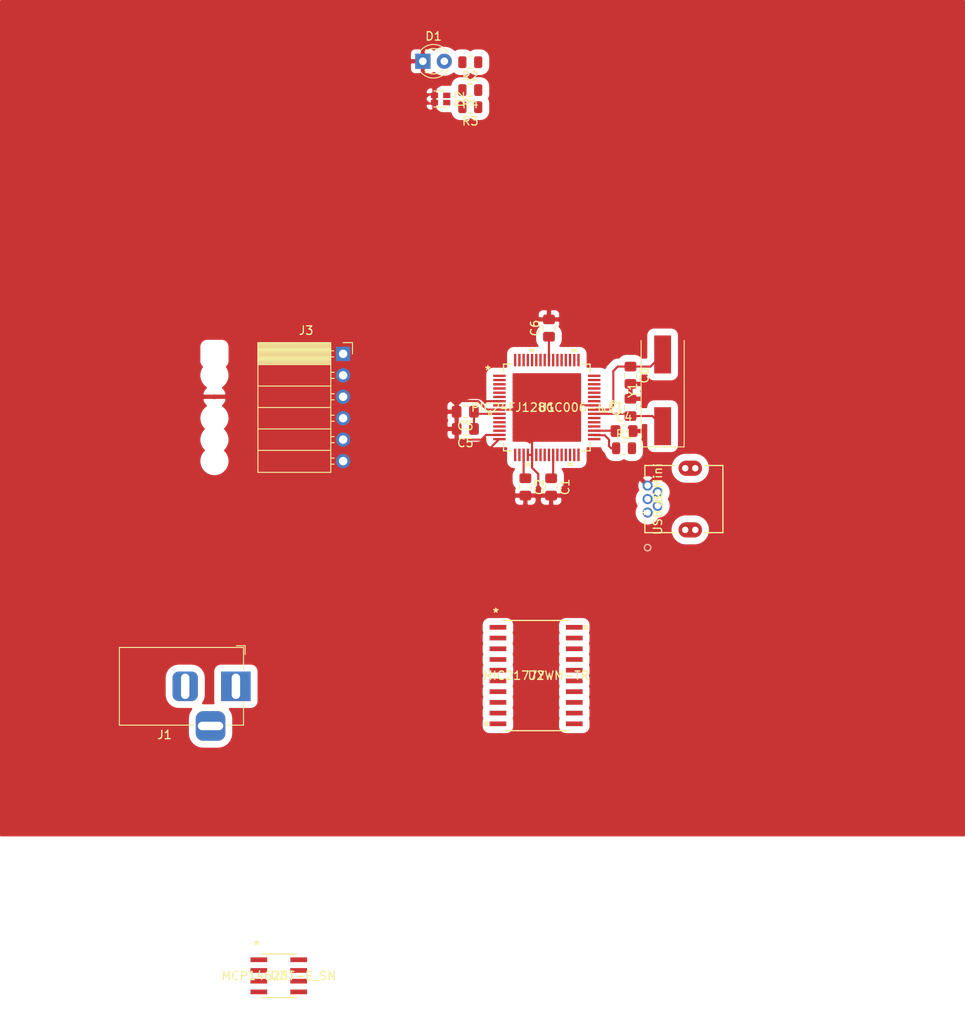
<source format=kicad_pcb>
(kicad_pcb (version 20171130) (host pcbnew 5.1.5+dfsg1-2build2)

  (general
    (thickness 1.6)
    (drawings 0)
    (tracks 66)
    (zones 0)
    (modules 21)
    (nets 90)
  )

  (page A4)
  (layers
    (0 F.Cu signal)
    (31 B.Cu signal)
    (32 B.Adhes user hide)
    (33 F.Adhes user hide)
    (34 B.Paste user hide)
    (35 F.Paste user hide)
    (36 B.SilkS user hide)
    (37 F.SilkS user hide)
    (38 B.Mask user hide)
    (39 F.Mask user hide)
    (40 Dwgs.User user hide)
    (41 Cmts.User user hide)
    (42 Eco1.User user hide)
    (43 Eco2.User user hide)
    (44 Edge.Cuts user hide)
    (45 Margin user hide)
    (46 B.CrtYd user hide)
    (47 F.CrtYd user)
    (48 B.Fab user)
    (49 F.Fab user)
  )

  (setup
    (last_trace_width 0.25)
    (trace_clearance 0.2)
    (zone_clearance 0.8128)
    (zone_45_only no)
    (trace_min 0.2)
    (via_size 0.8)
    (via_drill 0.4)
    (via_min_size 0.4)
    (via_min_drill 0.3)
    (uvia_size 0.3)
    (uvia_drill 0.1)
    (uvias_allowed no)
    (uvia_min_size 0.2)
    (uvia_min_drill 0.1)
    (edge_width 0.05)
    (segment_width 0.2)
    (pcb_text_width 0.3)
    (pcb_text_size 1.5 1.5)
    (mod_edge_width 0.12)
    (mod_text_size 1 1)
    (mod_text_width 0.15)
    (pad_size 1.524 1.524)
    (pad_drill 0.762)
    (pad_to_mask_clearance 0.051)
    (solder_mask_min_width 0.25)
    (aux_axis_origin 0 0)
    (visible_elements FFFFFF7F)
    (pcbplotparams
      (layerselection 0x010fc_ffffffff)
      (usegerberextensions false)
      (usegerberattributes false)
      (usegerberadvancedattributes false)
      (creategerberjobfile false)
      (excludeedgelayer true)
      (linewidth 0.100000)
      (plotframeref false)
      (viasonmask false)
      (mode 1)
      (useauxorigin false)
      (hpglpennumber 1)
      (hpglpenspeed 20)
      (hpglpendiameter 15.000000)
      (psnegative false)
      (psa4output false)
      (plotreference true)
      (plotvalue true)
      (plotinvisibletext false)
      (padsonsilk false)
      (subtractmaskfromsilk false)
      (outputformat 1)
      (mirror false)
      (drillshape 1)
      (scaleselection 1)
      (outputdirectory ""))
  )

  (net 0 "")
  (net 1 /SVDD)
  (net 2 GND)
  (net 3 /AVDD)
  (net 4 +3V3)
  (net 5 /Vcap)
  (net 6 "Net-(C7-Pad1)")
  (net 7 "Net-(C8-Pad1)")
  (net 8 "Net-(D1-Pad2)")
  (net 9 "Net-(D2-Pad1)")
  (net 10 "Net-(D2-Pad2)")
  (net 11 "Net-(J1-Pad1)")
  (net 12 "Net-(J1-Pad2)")
  (net 13 "Net-(J2-Pad1)")
  (net 14 /D-)
  (net 15 /D+)
  (net 16 "Net-(J2-Pad4)")
  (net 17 "Net-(J2-Pad6)")
  (net 18 /MCLR)
  (net 19 /PGED1)
  (net 20 /PGEC1)
  (net 21 "Net-(J3-Pad6)")
  (net 22 VBUS)
  (net 23 /LED_pwr)
  (net 24 /LED_R1)
  (net 25 /LED_B1)
  (net 26 "Net-(U1-Pad1)")
  (net 27 "Net-(U1-Pad2)")
  (net 28 "Net-(U1-Pad3)")
  (net 29 "Net-(U1-Pad4)")
  (net 30 "Net-(U1-Pad5)")
  (net 31 "Net-(U1-Pad6)")
  (net 32 "Net-(U1-Pad8)")
  (net 33 "Net-(U1-Pad11)")
  (net 34 "Net-(U1-Pad12)")
  (net 35 "Net-(U1-Pad13)")
  (net 36 "Net-(U1-Pad14)")
  (net 37 "Net-(U1-Pad17)")
  (net 38 "Net-(U1-Pad18)")
  (net 39 "Net-(U1-Pad22)")
  (net 40 "Net-(U1-Pad23)")
  (net 41 "Net-(U1-Pad24)")
  (net 42 "Net-(U1-Pad25)")
  (net 43 "Net-(U1-Pad27)")
  (net 44 "Net-(U1-Pad28)")
  (net 45 "Net-(U1-Pad29)")
  (net 46 "Net-(U1-Pad30)")
  (net 47 "Net-(U1-Pad31)")
  (net 48 "Net-(U1-Pad32)")
  (net 49 "Net-(U1-Pad33)")
  (net 50 "Net-(U1-Pad42)")
  (net 51 "Net-(U1-Pad43)")
  (net 52 "Net-(U1-Pad44)")
  (net 53 "Net-(U1-Pad45)")
  (net 54 "Net-(U1-Pad46)")
  (net 55 "Net-(U1-Pad47)")
  (net 56 "Net-(U1-Pad48)")
  (net 57 "Net-(U1-Pad49)")
  (net 58 "Net-(U1-Pad50)")
  (net 59 "Net-(U1-Pad51)")
  (net 60 "Net-(U1-Pad52)")
  (net 61 "Net-(U1-Pad53)")
  (net 62 "Net-(U1-Pad54)")
  (net 63 "Net-(U1-Pad55)")
  (net 64 "Net-(U1-Pad58)")
  (net 65 "Net-(U1-Pad59)")
  (net 66 "Net-(U1-Pad60)")
  (net 67 "Net-(U1-Pad61)")
  (net 68 "Net-(U1-Pad62)")
  (net 69 "Net-(U1-Pad63)")
  (net 70 "Net-(U1-Pad64)")
  (net 71 "Net-(U2-Pad1)")
  (net 72 "Net-(U2-Pad3)")
  (net 73 "Net-(U2-Pad4)")
  (net 74 "Net-(U2-Pad10)")
  (net 75 "Net-(U2-Pad11)")
  (net 76 "Net-(U2-Pad12)")
  (net 77 "Net-(U2-Pad13)")
  (net 78 "Net-(U2-Pad14)")
  (net 79 "Net-(U2-Pad18)")
  (net 80 "Net-(U2-Pad19)")
  (net 81 /USB1_EN)
  (net 82 "Net-(U3-Pad1)")
  (net 83 "Net-(U3-Pad2)")
  (net 84 "Net-(U3-Pad3)")
  (net 85 "Net-(U3-Pad4)")
  (net 86 "Net-(U3-Pad5)")
  (net 87 "Net-(U3-Pad6)")
  (net 88 "Net-(U3-Pad7)")
  (net 89 "Net-(U3-Pad8)")

  (net_class Default "This is the default net class."
    (clearance 0.2)
    (trace_width 0.25)
    (via_dia 0.8)
    (via_drill 0.4)
    (uvia_dia 0.3)
    (uvia_drill 0.1)
    (add_net +3V3)
    (add_net /AVDD)
    (add_net /D+)
    (add_net /D-)
    (add_net /LED_B1)
    (add_net /LED_R1)
    (add_net /LED_pwr)
    (add_net /MCLR)
    (add_net /PGEC1)
    (add_net /PGED1)
    (add_net /SVDD)
    (add_net /USB1_EN)
    (add_net /Vcap)
    (add_net GND)
    (add_net "Net-(C7-Pad1)")
    (add_net "Net-(C8-Pad1)")
    (add_net "Net-(D1-Pad2)")
    (add_net "Net-(D2-Pad1)")
    (add_net "Net-(D2-Pad2)")
    (add_net "Net-(J1-Pad1)")
    (add_net "Net-(J1-Pad2)")
    (add_net "Net-(J2-Pad1)")
    (add_net "Net-(J2-Pad4)")
    (add_net "Net-(J2-Pad6)")
    (add_net "Net-(J3-Pad6)")
    (add_net "Net-(U1-Pad1)")
    (add_net "Net-(U1-Pad11)")
    (add_net "Net-(U1-Pad12)")
    (add_net "Net-(U1-Pad13)")
    (add_net "Net-(U1-Pad14)")
    (add_net "Net-(U1-Pad17)")
    (add_net "Net-(U1-Pad18)")
    (add_net "Net-(U1-Pad2)")
    (add_net "Net-(U1-Pad22)")
    (add_net "Net-(U1-Pad23)")
    (add_net "Net-(U1-Pad24)")
    (add_net "Net-(U1-Pad25)")
    (add_net "Net-(U1-Pad27)")
    (add_net "Net-(U1-Pad28)")
    (add_net "Net-(U1-Pad29)")
    (add_net "Net-(U1-Pad3)")
    (add_net "Net-(U1-Pad30)")
    (add_net "Net-(U1-Pad31)")
    (add_net "Net-(U1-Pad32)")
    (add_net "Net-(U1-Pad33)")
    (add_net "Net-(U1-Pad4)")
    (add_net "Net-(U1-Pad42)")
    (add_net "Net-(U1-Pad43)")
    (add_net "Net-(U1-Pad44)")
    (add_net "Net-(U1-Pad45)")
    (add_net "Net-(U1-Pad46)")
    (add_net "Net-(U1-Pad47)")
    (add_net "Net-(U1-Pad48)")
    (add_net "Net-(U1-Pad49)")
    (add_net "Net-(U1-Pad5)")
    (add_net "Net-(U1-Pad50)")
    (add_net "Net-(U1-Pad51)")
    (add_net "Net-(U1-Pad52)")
    (add_net "Net-(U1-Pad53)")
    (add_net "Net-(U1-Pad54)")
    (add_net "Net-(U1-Pad55)")
    (add_net "Net-(U1-Pad58)")
    (add_net "Net-(U1-Pad59)")
    (add_net "Net-(U1-Pad6)")
    (add_net "Net-(U1-Pad60)")
    (add_net "Net-(U1-Pad61)")
    (add_net "Net-(U1-Pad62)")
    (add_net "Net-(U1-Pad63)")
    (add_net "Net-(U1-Pad64)")
    (add_net "Net-(U1-Pad8)")
    (add_net "Net-(U2-Pad1)")
    (add_net "Net-(U2-Pad10)")
    (add_net "Net-(U2-Pad11)")
    (add_net "Net-(U2-Pad12)")
    (add_net "Net-(U2-Pad13)")
    (add_net "Net-(U2-Pad14)")
    (add_net "Net-(U2-Pad18)")
    (add_net "Net-(U2-Pad19)")
    (add_net "Net-(U2-Pad3)")
    (add_net "Net-(U2-Pad4)")
    (add_net "Net-(U3-Pad1)")
    (add_net "Net-(U3-Pad2)")
    (add_net "Net-(U3-Pad3)")
    (add_net "Net-(U3-Pad4)")
    (add_net "Net-(U3-Pad5)")
    (add_net "Net-(U3-Pad6)")
    (add_net "Net-(U3-Pad7)")
    (add_net "Net-(U3-Pad8)")
    (add_net VBUS)
  )

  (module Crystal:Crystal_SMD_HC49-SD (layer F.Cu) (tedit 5A1AD52C) (tstamp 606E8843)
    (at 114.046 69.088 90)
    (descr "SMD Crystal HC-49-SD http://cdn-reichelt.de/documents/datenblatt/B400/xxx-HC49-SMD.pdf, 11.4x4.7mm^2 package")
    (tags "SMD SMT crystal")
    (path /606F75D3)
    (attr smd)
    (fp_text reference Y1 (at 0 -3.55 90) (layer F.SilkS)
      (effects (font (size 1 1) (thickness 0.15)))
    )
    (fp_text value Crystal (at 0 3.55 90) (layer F.Fab)
      (effects (font (size 1 1) (thickness 0.15)))
    )
    (fp_arc (start 3.015 0) (end 3.015 -2.115) (angle 180) (layer F.Fab) (width 0.1))
    (fp_arc (start -3.015 0) (end -3.015 -2.115) (angle -180) (layer F.Fab) (width 0.1))
    (fp_line (start 6.8 -2.6) (end -6.8 -2.6) (layer F.CrtYd) (width 0.05))
    (fp_line (start 6.8 2.6) (end 6.8 -2.6) (layer F.CrtYd) (width 0.05))
    (fp_line (start -6.8 2.6) (end 6.8 2.6) (layer F.CrtYd) (width 0.05))
    (fp_line (start -6.8 -2.6) (end -6.8 2.6) (layer F.CrtYd) (width 0.05))
    (fp_line (start -6.7 2.55) (end 5.9 2.55) (layer F.SilkS) (width 0.12))
    (fp_line (start -6.7 -2.55) (end -6.7 2.55) (layer F.SilkS) (width 0.12))
    (fp_line (start 5.9 -2.55) (end -6.7 -2.55) (layer F.SilkS) (width 0.12))
    (fp_line (start -3.015 2.115) (end 3.015 2.115) (layer F.Fab) (width 0.1))
    (fp_line (start -3.015 -2.115) (end 3.015 -2.115) (layer F.Fab) (width 0.1))
    (fp_line (start 5.7 -2.35) (end -5.7 -2.35) (layer F.Fab) (width 0.1))
    (fp_line (start 5.7 2.35) (end 5.7 -2.35) (layer F.Fab) (width 0.1))
    (fp_line (start -5.7 2.35) (end 5.7 2.35) (layer F.Fab) (width 0.1))
    (fp_line (start -5.7 -2.35) (end -5.7 2.35) (layer F.Fab) (width 0.1))
    (fp_text user %R (at 0 0 90) (layer F.Fab)
      (effects (font (size 1 1) (thickness 0.15)))
    )
    (pad 2 smd rect (at 4.25 0 90) (size 4.5 2) (layers F.Cu F.Paste F.Mask)
      (net 7 "Net-(C8-Pad1)"))
    (pad 1 smd rect (at -4.25 0 90) (size 4.5 2) (layers F.Cu F.Paste F.Mask)
      (net 6 "Net-(C7-Pad1)"))
    (model ${KISYS3DMOD}/Crystal.3dshapes/Crystal_SMD_HC49-SD.wrl
      (at (xyz 0 0 0))
      (scale (xyz 1 1 1))
      (rotate (xyz 0 0 0))
    )
  )

  (module LED_SMD:LED_LiteOn_LTST-C19HE1WT (layer F.Cu) (tedit 5D6C700E) (tstamp 606E6834)
    (at 87.746999 34.583001 270)
    (descr "LiteOn RGB LED; https://optoelectronics.liteon.com/upload/download/DS22-2008-0044/LTST-C19HE1WT.pdf")
    (tags "LED RGB Chip SMD")
    (path /606CC758)
    (attr smd)
    (fp_text reference D2 (at 0 -2.25 90) (layer F.SilkS)
      (effects (font (size 1 1) (thickness 0.15)))
    )
    (fp_text value LED_Dual_AACC (at 0 2.25 90) (layer F.Fab)
      (effects (font (size 1 1) (thickness 0.15)))
    )
    (fp_line (start -1.05 -1.4) (end 1.05 -1.4) (layer F.CrtYd) (width 0.05))
    (fp_line (start -1.05 1.4) (end -1.05 -1.4) (layer F.CrtYd) (width 0.05))
    (fp_line (start 1.05 1.4) (end -1.05 1.4) (layer F.CrtYd) (width 0.05))
    (fp_line (start 1.05 -1.4) (end 1.05 1.4) (layer F.CrtYd) (width 0.05))
    (fp_text user %R (at 0 0 90) (layer F.Fab)
      (effects (font (size 0.5 0.5) (thickness 0.075)))
    )
    (fp_line (start -0.95 -0.35) (end -0.95 0.8) (layer F.SilkS) (width 0.12))
    (fp_line (start 0.95 -0.8) (end 0.95 0.8) (layer F.SilkS) (width 0.12))
    (fp_line (start -0.4 -0.8) (end -0.8 -0.4) (layer F.Fab) (width 0.1))
    (fp_line (start 0.8 -0.8) (end -0.4 -0.8) (layer F.Fab) (width 0.1))
    (fp_line (start 0.8 0.8) (end 0.8 -0.8) (layer F.Fab) (width 0.1))
    (fp_line (start -0.8 0.8) (end 0.8 0.8) (layer F.Fab) (width 0.1))
    (fp_line (start -0.8 -0.4) (end -0.8 0.8) (layer F.Fab) (width 0.1))
    (pad 4 smd rect (at -0.425 0.725 270) (size 0.65 0.85) (layers F.Cu F.Paste F.Mask)
      (net 2 GND))
    (pad 3 smd rect (at 0.425 0.725 270) (size 0.65 0.85) (layers F.Cu F.Paste F.Mask)
      (net 2 GND))
    (pad 2 smd rect (at 0.425 -0.725 270) (size 0.65 0.85) (layers F.Cu F.Paste F.Mask)
      (net 10 "Net-(D2-Pad2)"))
    (pad 1 smd rect (at -0.425 -0.725 270) (size 0.65 0.85) (layers F.Cu F.Paste F.Mask)
      (net 9 "Net-(D2-Pad1)"))
    (model ${KISYS3DMOD}/LED_SMD.3dshapes/LED_LiteOn_LTST-C19HE1WT.wrl
      (at (xyz 0 0 0))
      (scale (xyz 1 1 1))
      (rotate (xyz 0 0 0))
    )
  )

  (module Capacitor_SMD:C_0805_2012Metric_Pad1.15x1.40mm_HandSolder (layer F.Cu) (tedit 5B36C52B) (tstamp 606E92AD)
    (at 100.838 80.527 270)
    (descr "Capacitor SMD 0805 (2012 Metric), square (rectangular) end terminal, IPC_7351 nominal with elongated pad for handsoldering. (Body size source: https://docs.google.com/spreadsheets/d/1BsfQQcO9C6DZCsRaXUlFlo91Tg2WpOkGARC1WS5S8t0/edit?usp=sharing), generated with kicad-footprint-generator")
    (tags "capacitor handsolder")
    (path /6071C495)
    (attr smd)
    (fp_text reference C1 (at 0 -1.65 90) (layer F.SilkS)
      (effects (font (size 1 1) (thickness 0.15)))
    )
    (fp_text value 100n (at 0 1.65 90) (layer F.Fab)
      (effects (font (size 1 1) (thickness 0.15)))
    )
    (fp_line (start -1 0.6) (end -1 -0.6) (layer F.Fab) (width 0.1))
    (fp_line (start -1 -0.6) (end 1 -0.6) (layer F.Fab) (width 0.1))
    (fp_line (start 1 -0.6) (end 1 0.6) (layer F.Fab) (width 0.1))
    (fp_line (start 1 0.6) (end -1 0.6) (layer F.Fab) (width 0.1))
    (fp_line (start -0.261252 -0.71) (end 0.261252 -0.71) (layer F.SilkS) (width 0.12))
    (fp_line (start -0.261252 0.71) (end 0.261252 0.71) (layer F.SilkS) (width 0.12))
    (fp_line (start -1.85 0.95) (end -1.85 -0.95) (layer F.CrtYd) (width 0.05))
    (fp_line (start -1.85 -0.95) (end 1.85 -0.95) (layer F.CrtYd) (width 0.05))
    (fp_line (start 1.85 -0.95) (end 1.85 0.95) (layer F.CrtYd) (width 0.05))
    (fp_line (start 1.85 0.95) (end -1.85 0.95) (layer F.CrtYd) (width 0.05))
    (fp_text user %R (at 0 0 90) (layer F.Fab)
      (effects (font (size 0.5 0.5) (thickness 0.08)))
    )
    (pad 1 smd roundrect (at -1.025 0 270) (size 1.15 1.4) (layers F.Cu F.Paste F.Mask) (roundrect_rratio 0.217391)
      (net 1 /SVDD))
    (pad 2 smd roundrect (at 1.025 0 270) (size 1.15 1.4) (layers F.Cu F.Paste F.Mask) (roundrect_rratio 0.217391)
      (net 2 GND))
    (model ${KISYS3DMOD}/Capacitor_SMD.3dshapes/C_0805_2012Metric.wrl
      (at (xyz 0 0 0))
      (scale (xyz 1 1 1))
      (rotate (xyz 0 0 0))
    )
  )

  (module Capacitor_SMD:C_0805_2012Metric_Pad1.15x1.40mm_HandSolder (layer F.Cu) (tedit 5B36C52B) (tstamp 606E67A5)
    (at 97.79 80.527 270)
    (descr "Capacitor SMD 0805 (2012 Metric), square (rectangular) end terminal, IPC_7351 nominal with elongated pad for handsoldering. (Body size source: https://docs.google.com/spreadsheets/d/1BsfQQcO9C6DZCsRaXUlFlo91Tg2WpOkGARC1WS5S8t0/edit?usp=sharing), generated with kicad-footprint-generator")
    (tags "capacitor handsolder")
    (path /6071A03E)
    (attr smd)
    (fp_text reference C2 (at 0 -1.65 90) (layer F.SilkS)
      (effects (font (size 1 1) (thickness 0.15)))
    )
    (fp_text value 100n (at 0 1.65 90) (layer F.Fab)
      (effects (font (size 1 1) (thickness 0.15)))
    )
    (fp_text user %R (at 0 0 90) (layer F.Fab)
      (effects (font (size 0.5 0.5) (thickness 0.08)))
    )
    (fp_line (start 1.85 0.95) (end -1.85 0.95) (layer F.CrtYd) (width 0.05))
    (fp_line (start 1.85 -0.95) (end 1.85 0.95) (layer F.CrtYd) (width 0.05))
    (fp_line (start -1.85 -0.95) (end 1.85 -0.95) (layer F.CrtYd) (width 0.05))
    (fp_line (start -1.85 0.95) (end -1.85 -0.95) (layer F.CrtYd) (width 0.05))
    (fp_line (start -0.261252 0.71) (end 0.261252 0.71) (layer F.SilkS) (width 0.12))
    (fp_line (start -0.261252 -0.71) (end 0.261252 -0.71) (layer F.SilkS) (width 0.12))
    (fp_line (start 1 0.6) (end -1 0.6) (layer F.Fab) (width 0.1))
    (fp_line (start 1 -0.6) (end 1 0.6) (layer F.Fab) (width 0.1))
    (fp_line (start -1 -0.6) (end 1 -0.6) (layer F.Fab) (width 0.1))
    (fp_line (start -1 0.6) (end -1 -0.6) (layer F.Fab) (width 0.1))
    (pad 2 smd roundrect (at 1.025 0 270) (size 1.15 1.4) (layers F.Cu F.Paste F.Mask) (roundrect_rratio 0.217391)
      (net 2 GND))
    (pad 1 smd roundrect (at -1.025 0 270) (size 1.15 1.4) (layers F.Cu F.Paste F.Mask) (roundrect_rratio 0.217391)
      (net 3 /AVDD))
    (model ${KISYS3DMOD}/Capacitor_SMD.3dshapes/C_0805_2012Metric.wrl
      (at (xyz 0 0 0))
      (scale (xyz 1 1 1))
      (rotate (xyz 0 0 0))
    )
  )

  (module Capacitor_SMD:C_0805_2012Metric_Pad1.15x1.40mm_HandSolder (layer F.Cu) (tedit 5B36C52B) (tstamp 606E9054)
    (at 90.669 71.628 180)
    (descr "Capacitor SMD 0805 (2012 Metric), square (rectangular) end terminal, IPC_7351 nominal with elongated pad for handsoldering. (Body size source: https://docs.google.com/spreadsheets/d/1BsfQQcO9C6DZCsRaXUlFlo91Tg2WpOkGARC1WS5S8t0/edit?usp=sharing), generated with kicad-footprint-generator")
    (tags "capacitor handsolder")
    (path /606E7D20)
    (attr smd)
    (fp_text reference C3 (at 0 -1.65) (layer F.SilkS)
      (effects (font (size 1 1) (thickness 0.15)))
    )
    (fp_text value 100n (at 0 1.65) (layer F.Fab)
      (effects (font (size 1 1) (thickness 0.15)))
    )
    (fp_text user %R (at 0 0) (layer F.Fab)
      (effects (font (size 0.5 0.5) (thickness 0.08)))
    )
    (fp_line (start 1.85 0.95) (end -1.85 0.95) (layer F.CrtYd) (width 0.05))
    (fp_line (start 1.85 -0.95) (end 1.85 0.95) (layer F.CrtYd) (width 0.05))
    (fp_line (start -1.85 -0.95) (end 1.85 -0.95) (layer F.CrtYd) (width 0.05))
    (fp_line (start -1.85 0.95) (end -1.85 -0.95) (layer F.CrtYd) (width 0.05))
    (fp_line (start -0.261252 0.71) (end 0.261252 0.71) (layer F.SilkS) (width 0.12))
    (fp_line (start -0.261252 -0.71) (end 0.261252 -0.71) (layer F.SilkS) (width 0.12))
    (fp_line (start 1 0.6) (end -1 0.6) (layer F.Fab) (width 0.1))
    (fp_line (start 1 -0.6) (end 1 0.6) (layer F.Fab) (width 0.1))
    (fp_line (start -1 -0.6) (end 1 -0.6) (layer F.Fab) (width 0.1))
    (fp_line (start -1 0.6) (end -1 -0.6) (layer F.Fab) (width 0.1))
    (pad 2 smd roundrect (at 1.025 0 180) (size 1.15 1.4) (layers F.Cu F.Paste F.Mask) (roundrect_rratio 0.217391)
      (net 2 GND))
    (pad 1 smd roundrect (at -1.025 0 180) (size 1.15 1.4) (layers F.Cu F.Paste F.Mask) (roundrect_rratio 0.217391)
      (net 4 +3V3))
    (model ${KISYS3DMOD}/Capacitor_SMD.3dshapes/C_0805_2012Metric.wrl
      (at (xyz 0 0 0))
      (scale (xyz 1 1 1))
      (rotate (xyz 0 0 0))
    )
  )

  (module Capacitor_SMD:C_0805_2012Metric_Pad1.15x1.40mm_HandSolder (layer F.Cu) (tedit 5B36C52B) (tstamp 606E67C7)
    (at 109.483 73.914)
    (descr "Capacitor SMD 0805 (2012 Metric), square (rectangular) end terminal, IPC_7351 nominal with elongated pad for handsoldering. (Body size source: https://docs.google.com/spreadsheets/d/1BsfQQcO9C6DZCsRaXUlFlo91Tg2WpOkGARC1WS5S8t0/edit?usp=sharing), generated with kicad-footprint-generator")
    (tags "capacitor handsolder")
    (path /606EB5C5)
    (attr smd)
    (fp_text reference C4 (at 0 -1.65) (layer F.SilkS)
      (effects (font (size 1 1) (thickness 0.15)))
    )
    (fp_text value 100n (at 0 1.65) (layer F.Fab)
      (effects (font (size 1 1) (thickness 0.15)))
    )
    (fp_line (start -1 0.6) (end -1 -0.6) (layer F.Fab) (width 0.1))
    (fp_line (start -1 -0.6) (end 1 -0.6) (layer F.Fab) (width 0.1))
    (fp_line (start 1 -0.6) (end 1 0.6) (layer F.Fab) (width 0.1))
    (fp_line (start 1 0.6) (end -1 0.6) (layer F.Fab) (width 0.1))
    (fp_line (start -0.261252 -0.71) (end 0.261252 -0.71) (layer F.SilkS) (width 0.12))
    (fp_line (start -0.261252 0.71) (end 0.261252 0.71) (layer F.SilkS) (width 0.12))
    (fp_line (start -1.85 0.95) (end -1.85 -0.95) (layer F.CrtYd) (width 0.05))
    (fp_line (start -1.85 -0.95) (end 1.85 -0.95) (layer F.CrtYd) (width 0.05))
    (fp_line (start 1.85 -0.95) (end 1.85 0.95) (layer F.CrtYd) (width 0.05))
    (fp_line (start 1.85 0.95) (end -1.85 0.95) (layer F.CrtYd) (width 0.05))
    (fp_text user %R (at 0 0) (layer F.Fab)
      (effects (font (size 0.5 0.5) (thickness 0.08)))
    )
    (pad 1 smd roundrect (at -1.025 0) (size 1.15 1.4) (layers F.Cu F.Paste F.Mask) (roundrect_rratio 0.217391)
      (net 4 +3V3))
    (pad 2 smd roundrect (at 1.025 0) (size 1.15 1.4) (layers F.Cu F.Paste F.Mask) (roundrect_rratio 0.217391)
      (net 2 GND))
    (model ${KISYS3DMOD}/Capacitor_SMD.3dshapes/C_0805_2012Metric.wrl
      (at (xyz 0 0 0))
      (scale (xyz 1 1 1))
      (rotate (xyz 0 0 0))
    )
  )

  (module Capacitor_SMD:C_0805_2012Metric_Pad1.15x1.40mm_HandSolder (layer F.Cu) (tedit 5B36C52B) (tstamp 606EA3ED)
    (at 90.678 73.66 180)
    (descr "Capacitor SMD 0805 (2012 Metric), square (rectangular) end terminal, IPC_7351 nominal with elongated pad for handsoldering. (Body size source: https://docs.google.com/spreadsheets/d/1BsfQQcO9C6DZCsRaXUlFlo91Tg2WpOkGARC1WS5S8t0/edit?usp=sharing), generated with kicad-footprint-generator")
    (tags "capacitor handsolder")
    (path /606EB9D7)
    (attr smd)
    (fp_text reference C5 (at 0 -1.65) (layer F.SilkS)
      (effects (font (size 1 1) (thickness 0.15)))
    )
    (fp_text value 10u (at 0 1.65) (layer F.Fab)
      (effects (font (size 1 1) (thickness 0.15)))
    )
    (fp_line (start -1 0.6) (end -1 -0.6) (layer F.Fab) (width 0.1))
    (fp_line (start -1 -0.6) (end 1 -0.6) (layer F.Fab) (width 0.1))
    (fp_line (start 1 -0.6) (end 1 0.6) (layer F.Fab) (width 0.1))
    (fp_line (start 1 0.6) (end -1 0.6) (layer F.Fab) (width 0.1))
    (fp_line (start -0.261252 -0.71) (end 0.261252 -0.71) (layer F.SilkS) (width 0.12))
    (fp_line (start -0.261252 0.71) (end 0.261252 0.71) (layer F.SilkS) (width 0.12))
    (fp_line (start -1.85 0.95) (end -1.85 -0.95) (layer F.CrtYd) (width 0.05))
    (fp_line (start -1.85 -0.95) (end 1.85 -0.95) (layer F.CrtYd) (width 0.05))
    (fp_line (start 1.85 -0.95) (end 1.85 0.95) (layer F.CrtYd) (width 0.05))
    (fp_line (start 1.85 0.95) (end -1.85 0.95) (layer F.CrtYd) (width 0.05))
    (fp_text user %R (at 0 0) (layer F.Fab)
      (effects (font (size 0.5 0.5) (thickness 0.08)))
    )
    (pad 1 smd roundrect (at -1.025 0 180) (size 1.15 1.4) (layers F.Cu F.Paste F.Mask) (roundrect_rratio 0.217391)
      (net 4 +3V3))
    (pad 2 smd roundrect (at 1.025 0 180) (size 1.15 1.4) (layers F.Cu F.Paste F.Mask) (roundrect_rratio 0.217391)
      (net 2 GND))
    (model ${KISYS3DMOD}/Capacitor_SMD.3dshapes/C_0805_2012Metric.wrl
      (at (xyz 0 0 0))
      (scale (xyz 1 1 1))
      (rotate (xyz 0 0 0))
    )
  )

  (module Capacitor_SMD:C_0805_2012Metric_Pad1.15x1.40mm_HandSolder (layer F.Cu) (tedit 5B36C52B) (tstamp 606E8F4F)
    (at 100.584 61.713 90)
    (descr "Capacitor SMD 0805 (2012 Metric), square (rectangular) end terminal, IPC_7351 nominal with elongated pad for handsoldering. (Body size source: https://docs.google.com/spreadsheets/d/1BsfQQcO9C6DZCsRaXUlFlo91Tg2WpOkGARC1WS5S8t0/edit?usp=sharing), generated with kicad-footprint-generator")
    (tags "capacitor handsolder")
    (path /606EC8A9)
    (attr smd)
    (fp_text reference C6 (at 0 -1.65 90) (layer F.SilkS)
      (effects (font (size 1 1) (thickness 0.15)))
    )
    (fp_text value 10u (at 0 1.65 90) (layer F.Fab)
      (effects (font (size 1 1) (thickness 0.15)))
    )
    (fp_text user %R (at 0 0 90) (layer F.Fab)
      (effects (font (size 0.5 0.5) (thickness 0.08)))
    )
    (fp_line (start 1.85 0.95) (end -1.85 0.95) (layer F.CrtYd) (width 0.05))
    (fp_line (start 1.85 -0.95) (end 1.85 0.95) (layer F.CrtYd) (width 0.05))
    (fp_line (start -1.85 -0.95) (end 1.85 -0.95) (layer F.CrtYd) (width 0.05))
    (fp_line (start -1.85 0.95) (end -1.85 -0.95) (layer F.CrtYd) (width 0.05))
    (fp_line (start -0.261252 0.71) (end 0.261252 0.71) (layer F.SilkS) (width 0.12))
    (fp_line (start -0.261252 -0.71) (end 0.261252 -0.71) (layer F.SilkS) (width 0.12))
    (fp_line (start 1 0.6) (end -1 0.6) (layer F.Fab) (width 0.1))
    (fp_line (start 1 -0.6) (end 1 0.6) (layer F.Fab) (width 0.1))
    (fp_line (start -1 -0.6) (end 1 -0.6) (layer F.Fab) (width 0.1))
    (fp_line (start -1 0.6) (end -1 -0.6) (layer F.Fab) (width 0.1))
    (pad 2 smd roundrect (at 1.025 0 90) (size 1.15 1.4) (layers F.Cu F.Paste F.Mask) (roundrect_rratio 0.217391)
      (net 2 GND))
    (pad 1 smd roundrect (at -1.025 0 90) (size 1.15 1.4) (layers F.Cu F.Paste F.Mask) (roundrect_rratio 0.217391)
      (net 5 /Vcap))
    (model ${KISYS3DMOD}/Capacitor_SMD.3dshapes/C_0805_2012Metric.wrl
      (at (xyz 0 0 0))
      (scale (xyz 1 1 1))
      (rotate (xyz 0 0 0))
    )
  )

  (module Capacitor_SMD:C_0805_2012Metric_Pad1.15x1.40mm_HandSolder (layer F.Cu) (tedit 5B36C52B) (tstamp 606E67FA)
    (at 110.236 71.111 90)
    (descr "Capacitor SMD 0805 (2012 Metric), square (rectangular) end terminal, IPC_7351 nominal with elongated pad for handsoldering. (Body size source: https://docs.google.com/spreadsheets/d/1BsfQQcO9C6DZCsRaXUlFlo91Tg2WpOkGARC1WS5S8t0/edit?usp=sharing), generated with kicad-footprint-generator")
    (tags "capacitor handsolder")
    (path /606FD728)
    (attr smd)
    (fp_text reference C7 (at 0 -1.65 90) (layer F.SilkS)
      (effects (font (size 1 1) (thickness 0.15)))
    )
    (fp_text value 15p (at 0 1.65 90) (layer F.Fab)
      (effects (font (size 1 1) (thickness 0.15)))
    )
    (fp_text user %R (at 0 0 90) (layer F.Fab)
      (effects (font (size 0.5 0.5) (thickness 0.08)))
    )
    (fp_line (start 1.85 0.95) (end -1.85 0.95) (layer F.CrtYd) (width 0.05))
    (fp_line (start 1.85 -0.95) (end 1.85 0.95) (layer F.CrtYd) (width 0.05))
    (fp_line (start -1.85 -0.95) (end 1.85 -0.95) (layer F.CrtYd) (width 0.05))
    (fp_line (start -1.85 0.95) (end -1.85 -0.95) (layer F.CrtYd) (width 0.05))
    (fp_line (start -0.261252 0.71) (end 0.261252 0.71) (layer F.SilkS) (width 0.12))
    (fp_line (start -0.261252 -0.71) (end 0.261252 -0.71) (layer F.SilkS) (width 0.12))
    (fp_line (start 1 0.6) (end -1 0.6) (layer F.Fab) (width 0.1))
    (fp_line (start 1 -0.6) (end 1 0.6) (layer F.Fab) (width 0.1))
    (fp_line (start -1 -0.6) (end 1 -0.6) (layer F.Fab) (width 0.1))
    (fp_line (start -1 0.6) (end -1 -0.6) (layer F.Fab) (width 0.1))
    (pad 2 smd roundrect (at 1.025 0 90) (size 1.15 1.4) (layers F.Cu F.Paste F.Mask) (roundrect_rratio 0.217391)
      (net 2 GND))
    (pad 1 smd roundrect (at -1.025 0 90) (size 1.15 1.4) (layers F.Cu F.Paste F.Mask) (roundrect_rratio 0.217391)
      (net 6 "Net-(C7-Pad1)"))
    (model ${KISYS3DMOD}/Capacitor_SMD.3dshapes/C_0805_2012Metric.wrl
      (at (xyz 0 0 0))
      (scale (xyz 1 1 1))
      (rotate (xyz 0 0 0))
    )
  )

  (module Capacitor_SMD:C_0805_2012Metric_Pad1.15x1.40mm_HandSolder (layer F.Cu) (tedit 5B36C52B) (tstamp 606E8C61)
    (at 110.236 67.301 270)
    (descr "Capacitor SMD 0805 (2012 Metric), square (rectangular) end terminal, IPC_7351 nominal with elongated pad for handsoldering. (Body size source: https://docs.google.com/spreadsheets/d/1BsfQQcO9C6DZCsRaXUlFlo91Tg2WpOkGARC1WS5S8t0/edit?usp=sharing), generated with kicad-footprint-generator")
    (tags "capacitor handsolder")
    (path /60701363)
    (attr smd)
    (fp_text reference C8 (at 0 -1.65 90) (layer F.SilkS)
      (effects (font (size 1 1) (thickness 0.15)))
    )
    (fp_text value 15p (at 0 1.65 90) (layer F.Fab)
      (effects (font (size 1 1) (thickness 0.15)))
    )
    (fp_line (start -1 0.6) (end -1 -0.6) (layer F.Fab) (width 0.1))
    (fp_line (start -1 -0.6) (end 1 -0.6) (layer F.Fab) (width 0.1))
    (fp_line (start 1 -0.6) (end 1 0.6) (layer F.Fab) (width 0.1))
    (fp_line (start 1 0.6) (end -1 0.6) (layer F.Fab) (width 0.1))
    (fp_line (start -0.261252 -0.71) (end 0.261252 -0.71) (layer F.SilkS) (width 0.12))
    (fp_line (start -0.261252 0.71) (end 0.261252 0.71) (layer F.SilkS) (width 0.12))
    (fp_line (start -1.85 0.95) (end -1.85 -0.95) (layer F.CrtYd) (width 0.05))
    (fp_line (start -1.85 -0.95) (end 1.85 -0.95) (layer F.CrtYd) (width 0.05))
    (fp_line (start 1.85 -0.95) (end 1.85 0.95) (layer F.CrtYd) (width 0.05))
    (fp_line (start 1.85 0.95) (end -1.85 0.95) (layer F.CrtYd) (width 0.05))
    (fp_text user %R (at 0 0 90) (layer F.Fab)
      (effects (font (size 0.5 0.5) (thickness 0.08)))
    )
    (pad 1 smd roundrect (at -1.025 0 270) (size 1.15 1.4) (layers F.Cu F.Paste F.Mask) (roundrect_rratio 0.217391)
      (net 7 "Net-(C8-Pad1)"))
    (pad 2 smd roundrect (at 1.025 0 270) (size 1.15 1.4) (layers F.Cu F.Paste F.Mask) (roundrect_rratio 0.217391)
      (net 2 GND))
    (model ${KISYS3DMOD}/Capacitor_SMD.3dshapes/C_0805_2012Metric.wrl
      (at (xyz 0 0 0))
      (scale (xyz 1 1 1))
      (rotate (xyz 0 0 0))
    )
  )

  (module LED_THT:LED_D3.0mm (layer F.Cu) (tedit 587A3A7B) (tstamp 606E681E)
    (at 85.645001 30.115001)
    (descr "LED, diameter 3.0mm, 2 pins")
    (tags "LED diameter 3.0mm 2 pins")
    (path /606CB39E)
    (fp_text reference D1 (at 1.27 -2.96) (layer F.SilkS)
      (effects (font (size 1 1) (thickness 0.15)))
    )
    (fp_text value LED (at 1.27 2.96) (layer F.Fab)
      (effects (font (size 1 1) (thickness 0.15)))
    )
    (fp_arc (start 1.27 0) (end -0.23 -1.16619) (angle 284.3) (layer F.Fab) (width 0.1))
    (fp_arc (start 1.27 0) (end -0.29 -1.235516) (angle 108.8) (layer F.SilkS) (width 0.12))
    (fp_arc (start 1.27 0) (end -0.29 1.235516) (angle -108.8) (layer F.SilkS) (width 0.12))
    (fp_arc (start 1.27 0) (end 0.229039 -1.08) (angle 87.9) (layer F.SilkS) (width 0.12))
    (fp_arc (start 1.27 0) (end 0.229039 1.08) (angle -87.9) (layer F.SilkS) (width 0.12))
    (fp_circle (center 1.27 0) (end 2.77 0) (layer F.Fab) (width 0.1))
    (fp_line (start -0.23 -1.16619) (end -0.23 1.16619) (layer F.Fab) (width 0.1))
    (fp_line (start -0.29 -1.236) (end -0.29 -1.08) (layer F.SilkS) (width 0.12))
    (fp_line (start -0.29 1.08) (end -0.29 1.236) (layer F.SilkS) (width 0.12))
    (fp_line (start -1.15 -2.25) (end -1.15 2.25) (layer F.CrtYd) (width 0.05))
    (fp_line (start -1.15 2.25) (end 3.7 2.25) (layer F.CrtYd) (width 0.05))
    (fp_line (start 3.7 2.25) (end 3.7 -2.25) (layer F.CrtYd) (width 0.05))
    (fp_line (start 3.7 -2.25) (end -1.15 -2.25) (layer F.CrtYd) (width 0.05))
    (pad 1 thru_hole rect (at 0 0) (size 1.8 1.8) (drill 0.9) (layers *.Cu *.Mask)
      (net 2 GND))
    (pad 2 thru_hole circle (at 2.54 0) (size 1.8 1.8) (drill 0.9) (layers *.Cu *.Mask)
      (net 8 "Net-(D1-Pad2)"))
    (model ${KISYS3DMOD}/LED_THT.3dshapes/LED_D3.0mm.wrl
      (at (xyz 0 0 0))
      (scale (xyz 1 1 1))
      (rotate (xyz 0 0 0))
    )
  )

  (module Connector_BarrelJack:BarrelJack_Horizontal (layer F.Cu) (tedit 5A1DBF6A) (tstamp 606E6857)
    (at 63.5 104.14)
    (descr "DC Barrel Jack")
    (tags "Power Jack")
    (path /607B812B)
    (fp_text reference J1 (at -8.45 5.75) (layer F.SilkS)
      (effects (font (size 1 1) (thickness 0.15)))
    )
    (fp_text value Jack-DC (at -6.2 -5.5) (layer F.Fab)
      (effects (font (size 1 1) (thickness 0.15)))
    )
    (fp_text user %R (at -3 -2.95) (layer F.Fab)
      (effects (font (size 1 1) (thickness 0.15)))
    )
    (fp_line (start -0.003213 -4.505425) (end 0.8 -3.75) (layer F.Fab) (width 0.1))
    (fp_line (start 1.1 -3.75) (end 1.1 -4.8) (layer F.SilkS) (width 0.12))
    (fp_line (start 0.05 -4.8) (end 1.1 -4.8) (layer F.SilkS) (width 0.12))
    (fp_line (start 1 -4.5) (end 1 -4.75) (layer F.CrtYd) (width 0.05))
    (fp_line (start 1 -4.75) (end -14 -4.75) (layer F.CrtYd) (width 0.05))
    (fp_line (start 1 -4.5) (end 1 -2) (layer F.CrtYd) (width 0.05))
    (fp_line (start 1 -2) (end 2 -2) (layer F.CrtYd) (width 0.05))
    (fp_line (start 2 -2) (end 2 2) (layer F.CrtYd) (width 0.05))
    (fp_line (start 2 2) (end 1 2) (layer F.CrtYd) (width 0.05))
    (fp_line (start 1 2) (end 1 4.75) (layer F.CrtYd) (width 0.05))
    (fp_line (start 1 4.75) (end -1 4.75) (layer F.CrtYd) (width 0.05))
    (fp_line (start -1 4.75) (end -1 6.75) (layer F.CrtYd) (width 0.05))
    (fp_line (start -1 6.75) (end -5 6.75) (layer F.CrtYd) (width 0.05))
    (fp_line (start -5 6.75) (end -5 4.75) (layer F.CrtYd) (width 0.05))
    (fp_line (start -5 4.75) (end -14 4.75) (layer F.CrtYd) (width 0.05))
    (fp_line (start -14 4.75) (end -14 -4.75) (layer F.CrtYd) (width 0.05))
    (fp_line (start -5 4.6) (end -13.8 4.6) (layer F.SilkS) (width 0.12))
    (fp_line (start -13.8 4.6) (end -13.8 -4.6) (layer F.SilkS) (width 0.12))
    (fp_line (start 0.9 1.9) (end 0.9 4.6) (layer F.SilkS) (width 0.12))
    (fp_line (start 0.9 4.6) (end -1 4.6) (layer F.SilkS) (width 0.12))
    (fp_line (start -13.8 -4.6) (end 0.9 -4.6) (layer F.SilkS) (width 0.12))
    (fp_line (start 0.9 -4.6) (end 0.9 -2) (layer F.SilkS) (width 0.12))
    (fp_line (start -10.2 -4.5) (end -10.2 4.5) (layer F.Fab) (width 0.1))
    (fp_line (start -13.7 -4.5) (end -13.7 4.5) (layer F.Fab) (width 0.1))
    (fp_line (start -13.7 4.5) (end 0.8 4.5) (layer F.Fab) (width 0.1))
    (fp_line (start 0.8 4.5) (end 0.8 -3.75) (layer F.Fab) (width 0.1))
    (fp_line (start 0 -4.5) (end -13.7 -4.5) (layer F.Fab) (width 0.1))
    (pad 1 thru_hole rect (at 0 0) (size 3.5 3.5) (drill oval 1 3) (layers *.Cu *.Mask)
      (net 11 "Net-(J1-Pad1)"))
    (pad 2 thru_hole roundrect (at -6 0) (size 3 3.5) (drill oval 1 3) (layers *.Cu *.Mask) (roundrect_rratio 0.25)
      (net 12 "Net-(J1-Pad2)"))
    (pad 3 thru_hole roundrect (at -3 4.7) (size 3.5 3.5) (drill oval 3 1) (layers *.Cu *.Mask) (roundrect_rratio 0.25))
    (model ${KISYS3DMOD}/Connector_BarrelJack.3dshapes/BarrelJack_Horizontal.wrl
      (at (xyz 0 0 0))
      (scale (xyz 1 1 1))
      (rotate (xyz 0 0 0))
    )
  )

  (module footprints:54819-0519 (layer F.Cu) (tedit 606DE09E) (tstamp 606E687B)
    (at 112.268 83.566 90)
    (path /60748387)
    (fp_text reference J2 (at 1.6 1.2 90) (layer F.SilkS)
      (effects (font (size 1 1) (thickness 0.15)))
    )
    (fp_text value USB_B_Mini (at 1.6 1.2 90) (layer F.SilkS)
      (effects (font (size 1 1) (thickness 0.15)))
    )
    (fp_text user "Copyright 2016 Accelerated Designs. All rights reserved." (at 0 0 90) (layer Cmts.User)
      (effects (font (size 0.127 0.127) (thickness 0.002)))
    )
    (fp_text user * (at 0 0 90) (layer F.SilkS)
      (effects (font (size 1 1) (thickness 0.15)))
    )
    (fp_text user * (at 0 0 90) (layer F.Fab)
      (effects (font (size 1 1) (thickness 0.15)))
    )
    (fp_line (start -2.3751 8.9186) (end 5.5751 8.9186) (layer F.SilkS) (width 0.1524))
    (fp_line (start 5.5751 8.9186) (end 5.5751 6.736162) (layer F.SilkS) (width 0.1524))
    (fp_line (start 5.5751 -0.327) (end 4.07023 -0.327) (layer F.SilkS) (width 0.1524))
    (fp_line (start -2.3751 -0.327) (end -2.3751 3.363838) (layer F.SilkS) (width 0.1524))
    (fp_line (start -2.2481 8.7916) (end 5.4481 8.7916) (layer F.Fab) (width 0.1524))
    (fp_line (start 5.4481 8.7916) (end 5.4481 -0.2) (layer F.Fab) (width 0.1524))
    (fp_line (start 5.4481 -0.2) (end -2.2481 -0.2) (layer F.Fab) (width 0.1524))
    (fp_line (start -2.2481 -0.2) (end -2.2481 8.7916) (layer F.Fab) (width 0.1524))
    (fp_line (start -0.87023 -0.327) (end -2.3751 -0.327) (layer F.SilkS) (width 0.1524))
    (fp_line (start -2.3751 6.736162) (end -2.3751 8.9186) (layer F.SilkS) (width 0.1524))
    (fp_line (start 5.5751 3.363838) (end 5.5751 -0.327) (layer F.SilkS) (width 0.1524))
    (fp_line (start -3.205701 -0.8509) (end -3.205701 9.0456) (layer F.CrtYd) (width 0.1524))
    (fp_line (start -3.205701 9.0456) (end 6.4057 9.0456) (layer F.CrtYd) (width 0.1524))
    (fp_line (start 6.4057 9.0456) (end 6.4057 -0.8509) (layer F.CrtYd) (width 0.1524))
    (fp_line (start 6.4057 -0.8509) (end -3.205701 -0.8509) (layer F.CrtYd) (width 0.1524))
    (fp_circle (center 0 -3.105) (end 0.381 -3.105) (layer F.Fab) (width 0.1524))
    (fp_circle (center -4.1531 0) (end -3.7721 0) (layer F.SilkS) (width 0.1524))
    (fp_circle (center -4.1531 0) (end -3.7721 0) (layer B.SilkS) (width 0.1524))
    (pad 1 thru_hole circle (at 0 0 90) (size 1.1938 1.1938) (drill 0.762) (layers *.Cu *.Mask)
      (net 13 "Net-(J2-Pad1)"))
    (pad 2 thru_hole circle (at 0.799999 1.2 90) (size 1.1938 1.1938) (drill 0.762) (layers *.Cu *.Mask)
      (net 14 /D-))
    (pad 3 thru_hole circle (at 1.6 0 90) (size 1.1938 1.1938) (drill 0.762) (layers *.Cu *.Mask)
      (net 15 /D+))
    (pad 4 thru_hole circle (at 2.400001 1.2 90) (size 1.1938 1.1938) (drill 0.762) (layers *.Cu *.Mask)
      (net 16 "Net-(J2-Pad4)"))
    (pad 5 thru_hole circle (at 3.199999 0 90) (size 1.1938 1.1938) (drill 0.762) (layers *.Cu *.Mask)
      (net 2 GND))
    (pad 6 smd oval (at -2.050001 5.05 90) (size 1.8034 2.794) (layers F.Cu F.Paste F.Mask)
      (net 17 "Net-(J2-Pad6)"))
    (pad 6 smd oval (at 5.25 5.05 90) (size 1.8034 2.794) (layers F.Cu F.Paste F.Mask)
      (net 17 "Net-(J2-Pad6)"))
    (pad S_1_H1 np_thru_hole circle (at -2.050001 4.4531 90) (size 0.762 0.762) (drill 0.762) (layers *.Cu *.Mask))
    (pad S_1_H2 np_thru_hole circle (at -2.050001 5.6469 90) (size 0.762 0.762) (drill 0.762) (layers *.Cu *.Mask))
    (pad S_2_H1 np_thru_hole circle (at 5.25 4.4531 90) (size 0.762 0.762) (drill 0.762) (layers *.Cu *.Mask))
    (pad S_2_H2 np_thru_hole circle (at 5.25 5.6469 90) (size 0.762 0.762) (drill 0.762) (layers *.Cu *.Mask))
  )

  (module Connector_PinSocket_2.54mm:PinSocket_1x06_P2.54mm_Horizontal (layer F.Cu) (tedit 5A19A42D) (tstamp 606E68CD)
    (at 76.2 64.77)
    (descr "Through hole angled socket strip, 1x06, 2.54mm pitch, 8.51mm socket length, single row (from Kicad 4.0.7), script generated")
    (tags "Through hole angled socket strip THT 1x06 2.54mm single row")
    (path /60814591)
    (fp_text reference J3 (at -4.38 -2.77) (layer F.SilkS)
      (effects (font (size 1 1) (thickness 0.15)))
    )
    (fp_text value Conn_PIC_ICSP_ICD (at -4.38 15.47) (layer F.Fab)
      (effects (font (size 1 1) (thickness 0.15)))
    )
    (fp_line (start -10.03 -1.27) (end -2.49 -1.27) (layer F.Fab) (width 0.1))
    (fp_line (start -2.49 -1.27) (end -1.52 -0.3) (layer F.Fab) (width 0.1))
    (fp_line (start -1.52 -0.3) (end -1.52 13.97) (layer F.Fab) (width 0.1))
    (fp_line (start -1.52 13.97) (end -10.03 13.97) (layer F.Fab) (width 0.1))
    (fp_line (start -10.03 13.97) (end -10.03 -1.27) (layer F.Fab) (width 0.1))
    (fp_line (start 0 -0.3) (end -1.52 -0.3) (layer F.Fab) (width 0.1))
    (fp_line (start -1.52 0.3) (end 0 0.3) (layer F.Fab) (width 0.1))
    (fp_line (start 0 0.3) (end 0 -0.3) (layer F.Fab) (width 0.1))
    (fp_line (start 0 2.24) (end -1.52 2.24) (layer F.Fab) (width 0.1))
    (fp_line (start -1.52 2.84) (end 0 2.84) (layer F.Fab) (width 0.1))
    (fp_line (start 0 2.84) (end 0 2.24) (layer F.Fab) (width 0.1))
    (fp_line (start 0 4.78) (end -1.52 4.78) (layer F.Fab) (width 0.1))
    (fp_line (start -1.52 5.38) (end 0 5.38) (layer F.Fab) (width 0.1))
    (fp_line (start 0 5.38) (end 0 4.78) (layer F.Fab) (width 0.1))
    (fp_line (start 0 7.32) (end -1.52 7.32) (layer F.Fab) (width 0.1))
    (fp_line (start -1.52 7.92) (end 0 7.92) (layer F.Fab) (width 0.1))
    (fp_line (start 0 7.92) (end 0 7.32) (layer F.Fab) (width 0.1))
    (fp_line (start 0 9.86) (end -1.52 9.86) (layer F.Fab) (width 0.1))
    (fp_line (start -1.52 10.46) (end 0 10.46) (layer F.Fab) (width 0.1))
    (fp_line (start 0 10.46) (end 0 9.86) (layer F.Fab) (width 0.1))
    (fp_line (start 0 12.4) (end -1.52 12.4) (layer F.Fab) (width 0.1))
    (fp_line (start -1.52 13) (end 0 13) (layer F.Fab) (width 0.1))
    (fp_line (start 0 13) (end 0 12.4) (layer F.Fab) (width 0.1))
    (fp_line (start -10.09 -1.21) (end -1.46 -1.21) (layer F.SilkS) (width 0.12))
    (fp_line (start -10.09 -1.091905) (end -1.46 -1.091905) (layer F.SilkS) (width 0.12))
    (fp_line (start -10.09 -0.97381) (end -1.46 -0.97381) (layer F.SilkS) (width 0.12))
    (fp_line (start -10.09 -0.855715) (end -1.46 -0.855715) (layer F.SilkS) (width 0.12))
    (fp_line (start -10.09 -0.73762) (end -1.46 -0.73762) (layer F.SilkS) (width 0.12))
    (fp_line (start -10.09 -0.619525) (end -1.46 -0.619525) (layer F.SilkS) (width 0.12))
    (fp_line (start -10.09 -0.50143) (end -1.46 -0.50143) (layer F.SilkS) (width 0.12))
    (fp_line (start -10.09 -0.383335) (end -1.46 -0.383335) (layer F.SilkS) (width 0.12))
    (fp_line (start -10.09 -0.26524) (end -1.46 -0.26524) (layer F.SilkS) (width 0.12))
    (fp_line (start -10.09 -0.147145) (end -1.46 -0.147145) (layer F.SilkS) (width 0.12))
    (fp_line (start -10.09 -0.02905) (end -1.46 -0.02905) (layer F.SilkS) (width 0.12))
    (fp_line (start -10.09 0.089045) (end -1.46 0.089045) (layer F.SilkS) (width 0.12))
    (fp_line (start -10.09 0.20714) (end -1.46 0.20714) (layer F.SilkS) (width 0.12))
    (fp_line (start -10.09 0.325235) (end -1.46 0.325235) (layer F.SilkS) (width 0.12))
    (fp_line (start -10.09 0.44333) (end -1.46 0.44333) (layer F.SilkS) (width 0.12))
    (fp_line (start -10.09 0.561425) (end -1.46 0.561425) (layer F.SilkS) (width 0.12))
    (fp_line (start -10.09 0.67952) (end -1.46 0.67952) (layer F.SilkS) (width 0.12))
    (fp_line (start -10.09 0.797615) (end -1.46 0.797615) (layer F.SilkS) (width 0.12))
    (fp_line (start -10.09 0.91571) (end -1.46 0.91571) (layer F.SilkS) (width 0.12))
    (fp_line (start -10.09 1.033805) (end -1.46 1.033805) (layer F.SilkS) (width 0.12))
    (fp_line (start -10.09 1.1519) (end -1.46 1.1519) (layer F.SilkS) (width 0.12))
    (fp_line (start -1.46 -0.36) (end -1.11 -0.36) (layer F.SilkS) (width 0.12))
    (fp_line (start -1.46 0.36) (end -1.11 0.36) (layer F.SilkS) (width 0.12))
    (fp_line (start -1.46 2.18) (end -1.05 2.18) (layer F.SilkS) (width 0.12))
    (fp_line (start -1.46 2.9) (end -1.05 2.9) (layer F.SilkS) (width 0.12))
    (fp_line (start -1.46 4.72) (end -1.05 4.72) (layer F.SilkS) (width 0.12))
    (fp_line (start -1.46 5.44) (end -1.05 5.44) (layer F.SilkS) (width 0.12))
    (fp_line (start -1.46 7.26) (end -1.05 7.26) (layer F.SilkS) (width 0.12))
    (fp_line (start -1.46 7.98) (end -1.05 7.98) (layer F.SilkS) (width 0.12))
    (fp_line (start -1.46 9.8) (end -1.05 9.8) (layer F.SilkS) (width 0.12))
    (fp_line (start -1.46 10.52) (end -1.05 10.52) (layer F.SilkS) (width 0.12))
    (fp_line (start -1.46 12.34) (end -1.05 12.34) (layer F.SilkS) (width 0.12))
    (fp_line (start -1.46 13.06) (end -1.05 13.06) (layer F.SilkS) (width 0.12))
    (fp_line (start -10.09 1.27) (end -1.46 1.27) (layer F.SilkS) (width 0.12))
    (fp_line (start -10.09 3.81) (end -1.46 3.81) (layer F.SilkS) (width 0.12))
    (fp_line (start -10.09 6.35) (end -1.46 6.35) (layer F.SilkS) (width 0.12))
    (fp_line (start -10.09 8.89) (end -1.46 8.89) (layer F.SilkS) (width 0.12))
    (fp_line (start -10.09 11.43) (end -1.46 11.43) (layer F.SilkS) (width 0.12))
    (fp_line (start -10.09 -1.33) (end -1.46 -1.33) (layer F.SilkS) (width 0.12))
    (fp_line (start -1.46 -1.33) (end -1.46 14.03) (layer F.SilkS) (width 0.12))
    (fp_line (start -10.09 14.03) (end -1.46 14.03) (layer F.SilkS) (width 0.12))
    (fp_line (start -10.09 -1.33) (end -10.09 14.03) (layer F.SilkS) (width 0.12))
    (fp_line (start 1.11 -1.33) (end 1.11 0) (layer F.SilkS) (width 0.12))
    (fp_line (start 0 -1.33) (end 1.11 -1.33) (layer F.SilkS) (width 0.12))
    (fp_line (start 1.75 -1.8) (end -10.55 -1.8) (layer F.CrtYd) (width 0.05))
    (fp_line (start -10.55 -1.8) (end -10.55 14.45) (layer F.CrtYd) (width 0.05))
    (fp_line (start -10.55 14.45) (end 1.75 14.45) (layer F.CrtYd) (width 0.05))
    (fp_line (start 1.75 14.45) (end 1.75 -1.8) (layer F.CrtYd) (width 0.05))
    (fp_text user %R (at -5.775 6.35 90) (layer F.Fab)
      (effects (font (size 1 1) (thickness 0.15)))
    )
    (pad 1 thru_hole rect (at 0 0) (size 1.7 1.7) (drill 1) (layers *.Cu *.Mask)
      (net 18 /MCLR))
    (pad 2 thru_hole oval (at 0 2.54) (size 1.7 1.7) (drill 1) (layers *.Cu *.Mask)
      (net 4 +3V3))
    (pad 3 thru_hole oval (at 0 5.08) (size 1.7 1.7) (drill 1) (layers *.Cu *.Mask)
      (net 2 GND))
    (pad 4 thru_hole oval (at 0 7.62) (size 1.7 1.7) (drill 1) (layers *.Cu *.Mask)
      (net 19 /PGED1))
    (pad 5 thru_hole oval (at 0 10.16) (size 1.7 1.7) (drill 1) (layers *.Cu *.Mask)
      (net 20 /PGEC1))
    (pad 6 thru_hole oval (at 0 12.7) (size 1.7 1.7) (drill 1) (layers *.Cu *.Mask)
      (net 21 "Net-(J3-Pad6)"))
    (model ${KISYS3DMOD}/Connector_PinSocket_2.54mm.3dshapes/PinSocket_1x06_P2.54mm_Horizontal.wrl
      (at (xyz 0 0 0))
      (scale (xyz 1 1 1))
      (rotate (xyz 0 0 0))
    )
  )

  (module Resistor_SMD:R_0805_2012Metric (layer F.Cu) (tedit 5B36C52B) (tstamp 606EA6E6)
    (at 109.474 75.946)
    (descr "Resistor SMD 0805 (2012 Metric), square (rectangular) end terminal, IPC_7351 nominal, (Body size source: https://docs.google.com/spreadsheets/d/1BsfQQcO9C6DZCsRaXUlFlo91Tg2WpOkGARC1WS5S8t0/edit?usp=sharing), generated with kicad-footprint-generator")
    (tags resistor)
    (path /6074C465)
    (attr smd)
    (fp_text reference R1 (at 0 -1.65) (layer F.SilkS)
      (effects (font (size 1 1) (thickness 0.15)))
    )
    (fp_text value 100 (at 0 1.65) (layer F.Fab)
      (effects (font (size 1 1) (thickness 0.15)))
    )
    (fp_text user %R (at 0 0) (layer F.Fab)
      (effects (font (size 0.5 0.5) (thickness 0.08)))
    )
    (fp_line (start 1.68 0.95) (end -1.68 0.95) (layer F.CrtYd) (width 0.05))
    (fp_line (start 1.68 -0.95) (end 1.68 0.95) (layer F.CrtYd) (width 0.05))
    (fp_line (start -1.68 -0.95) (end 1.68 -0.95) (layer F.CrtYd) (width 0.05))
    (fp_line (start -1.68 0.95) (end -1.68 -0.95) (layer F.CrtYd) (width 0.05))
    (fp_line (start -0.258578 0.71) (end 0.258578 0.71) (layer F.SilkS) (width 0.12))
    (fp_line (start -0.258578 -0.71) (end 0.258578 -0.71) (layer F.SilkS) (width 0.12))
    (fp_line (start 1 0.6) (end -1 0.6) (layer F.Fab) (width 0.1))
    (fp_line (start 1 -0.6) (end 1 0.6) (layer F.Fab) (width 0.1))
    (fp_line (start -1 -0.6) (end 1 -0.6) (layer F.Fab) (width 0.1))
    (fp_line (start -1 0.6) (end -1 -0.6) (layer F.Fab) (width 0.1))
    (pad 2 smd roundrect (at 0.9375 0) (size 0.975 1.4) (layers F.Cu F.Paste F.Mask) (roundrect_rratio 0.25)
      (net 13 "Net-(J2-Pad1)"))
    (pad 1 smd roundrect (at -0.9375 0) (size 0.975 1.4) (layers F.Cu F.Paste F.Mask) (roundrect_rratio 0.25)
      (net 22 VBUS))
    (model ${KISYS3DMOD}/Resistor_SMD.3dshapes/R_0805_2012Metric.wrl
      (at (xyz 0 0 0))
      (scale (xyz 1 1 1))
      (rotate (xyz 0 0 0))
    )
  )

  (module Resistor_SMD:R_0805_2012Metric (layer F.Cu) (tedit 5B36C52B) (tstamp 606E68EF)
    (at 91.2645 30.226 180)
    (descr "Resistor SMD 0805 (2012 Metric), square (rectangular) end terminal, IPC_7351 nominal, (Body size source: https://docs.google.com/spreadsheets/d/1BsfQQcO9C6DZCsRaXUlFlo91Tg2WpOkGARC1WS5S8t0/edit?usp=sharing), generated with kicad-footprint-generator")
    (tags resistor)
    (path /606CB08A)
    (attr smd)
    (fp_text reference R2 (at 0 -1.65) (layer F.SilkS)
      (effects (font (size 1 1) (thickness 0.15)))
    )
    (fp_text value 470 (at 0 1.65) (layer F.Fab)
      (effects (font (size 1 1) (thickness 0.15)))
    )
    (fp_line (start -1 0.6) (end -1 -0.6) (layer F.Fab) (width 0.1))
    (fp_line (start -1 -0.6) (end 1 -0.6) (layer F.Fab) (width 0.1))
    (fp_line (start 1 -0.6) (end 1 0.6) (layer F.Fab) (width 0.1))
    (fp_line (start 1 0.6) (end -1 0.6) (layer F.Fab) (width 0.1))
    (fp_line (start -0.258578 -0.71) (end 0.258578 -0.71) (layer F.SilkS) (width 0.12))
    (fp_line (start -0.258578 0.71) (end 0.258578 0.71) (layer F.SilkS) (width 0.12))
    (fp_line (start -1.68 0.95) (end -1.68 -0.95) (layer F.CrtYd) (width 0.05))
    (fp_line (start -1.68 -0.95) (end 1.68 -0.95) (layer F.CrtYd) (width 0.05))
    (fp_line (start 1.68 -0.95) (end 1.68 0.95) (layer F.CrtYd) (width 0.05))
    (fp_line (start 1.68 0.95) (end -1.68 0.95) (layer F.CrtYd) (width 0.05))
    (fp_text user %R (at 0 0) (layer F.Fab)
      (effects (font (size 0.5 0.5) (thickness 0.08)))
    )
    (pad 1 smd roundrect (at -0.9375 0 180) (size 0.975 1.4) (layers F.Cu F.Paste F.Mask) (roundrect_rratio 0.25)
      (net 23 /LED_pwr))
    (pad 2 smd roundrect (at 0.9375 0 180) (size 0.975 1.4) (layers F.Cu F.Paste F.Mask) (roundrect_rratio 0.25)
      (net 8 "Net-(D1-Pad2)"))
    (model ${KISYS3DMOD}/Resistor_SMD.3dshapes/R_0805_2012Metric.wrl
      (at (xyz 0 0 0))
      (scale (xyz 1 1 1))
      (rotate (xyz 0 0 0))
    )
  )

  (module Resistor_SMD:R_0805_2012Metric (layer F.Cu) (tedit 5B36C52B) (tstamp 606E6900)
    (at 91.2645 35.56 180)
    (descr "Resistor SMD 0805 (2012 Metric), square (rectangular) end terminal, IPC_7351 nominal, (Body size source: https://docs.google.com/spreadsheets/d/1BsfQQcO9C6DZCsRaXUlFlo91Tg2WpOkGARC1WS5S8t0/edit?usp=sharing), generated with kicad-footprint-generator")
    (tags resistor)
    (path /606CF50A)
    (attr smd)
    (fp_text reference R3 (at 0 -1.65) (layer F.SilkS)
      (effects (font (size 1 1) (thickness 0.15)))
    )
    (fp_text value 470 (at 0 1.65) (layer F.Fab)
      (effects (font (size 1 1) (thickness 0.15)))
    )
    (fp_text user %R (at 0 0) (layer F.Fab)
      (effects (font (size 0.5 0.5) (thickness 0.08)))
    )
    (fp_line (start 1.68 0.95) (end -1.68 0.95) (layer F.CrtYd) (width 0.05))
    (fp_line (start 1.68 -0.95) (end 1.68 0.95) (layer F.CrtYd) (width 0.05))
    (fp_line (start -1.68 -0.95) (end 1.68 -0.95) (layer F.CrtYd) (width 0.05))
    (fp_line (start -1.68 0.95) (end -1.68 -0.95) (layer F.CrtYd) (width 0.05))
    (fp_line (start -0.258578 0.71) (end 0.258578 0.71) (layer F.SilkS) (width 0.12))
    (fp_line (start -0.258578 -0.71) (end 0.258578 -0.71) (layer F.SilkS) (width 0.12))
    (fp_line (start 1 0.6) (end -1 0.6) (layer F.Fab) (width 0.1))
    (fp_line (start 1 -0.6) (end 1 0.6) (layer F.Fab) (width 0.1))
    (fp_line (start -1 -0.6) (end 1 -0.6) (layer F.Fab) (width 0.1))
    (fp_line (start -1 0.6) (end -1 -0.6) (layer F.Fab) (width 0.1))
    (pad 2 smd roundrect (at 0.9375 0 180) (size 0.975 1.4) (layers F.Cu F.Paste F.Mask) (roundrect_rratio 0.25)
      (net 10 "Net-(D2-Pad2)"))
    (pad 1 smd roundrect (at -0.9375 0 180) (size 0.975 1.4) (layers F.Cu F.Paste F.Mask) (roundrect_rratio 0.25)
      (net 24 /LED_R1))
    (model ${KISYS3DMOD}/Resistor_SMD.3dshapes/R_0805_2012Metric.wrl
      (at (xyz 0 0 0))
      (scale (xyz 1 1 1))
      (rotate (xyz 0 0 0))
    )
  )

  (module Resistor_SMD:R_0805_2012Metric (layer F.Cu) (tedit 5B36C52B) (tstamp 606E6911)
    (at 91.2645 33.528 180)
    (descr "Resistor SMD 0805 (2012 Metric), square (rectangular) end terminal, IPC_7351 nominal, (Body size source: https://docs.google.com/spreadsheets/d/1BsfQQcO9C6DZCsRaXUlFlo91Tg2WpOkGARC1WS5S8t0/edit?usp=sharing), generated with kicad-footprint-generator")
    (tags resistor)
    (path /606CFAD7)
    (attr smd)
    (fp_text reference R4 (at 0 -1.65) (layer F.SilkS)
      (effects (font (size 1 1) (thickness 0.15)))
    )
    (fp_text value 470 (at 0 1.65) (layer F.Fab)
      (effects (font (size 1 1) (thickness 0.15)))
    )
    (fp_line (start -1 0.6) (end -1 -0.6) (layer F.Fab) (width 0.1))
    (fp_line (start -1 -0.6) (end 1 -0.6) (layer F.Fab) (width 0.1))
    (fp_line (start 1 -0.6) (end 1 0.6) (layer F.Fab) (width 0.1))
    (fp_line (start 1 0.6) (end -1 0.6) (layer F.Fab) (width 0.1))
    (fp_line (start -0.258578 -0.71) (end 0.258578 -0.71) (layer F.SilkS) (width 0.12))
    (fp_line (start -0.258578 0.71) (end 0.258578 0.71) (layer F.SilkS) (width 0.12))
    (fp_line (start -1.68 0.95) (end -1.68 -0.95) (layer F.CrtYd) (width 0.05))
    (fp_line (start -1.68 -0.95) (end 1.68 -0.95) (layer F.CrtYd) (width 0.05))
    (fp_line (start 1.68 -0.95) (end 1.68 0.95) (layer F.CrtYd) (width 0.05))
    (fp_line (start 1.68 0.95) (end -1.68 0.95) (layer F.CrtYd) (width 0.05))
    (fp_text user %R (at 0 0) (layer F.Fab)
      (effects (font (size 0.5 0.5) (thickness 0.08)))
    )
    (pad 1 smd roundrect (at -0.9375 0 180) (size 0.975 1.4) (layers F.Cu F.Paste F.Mask) (roundrect_rratio 0.25)
      (net 25 /LED_B1))
    (pad 2 smd roundrect (at 0.9375 0 180) (size 0.975 1.4) (layers F.Cu F.Paste F.Mask) (roundrect_rratio 0.25)
      (net 9 "Net-(D2-Pad1)"))
    (model ${KISYS3DMOD}/Resistor_SMD.3dshapes/R_0805_2012Metric.wrl
      (at (xyz 0 0 0))
      (scale (xyz 1 1 1))
      (rotate (xyz 0 0 0))
    )
  )

  (module PIC24FJ128GC006:PIC24FJ128GC006-I&slash_PT (layer F.Cu) (tedit 0) (tstamp 606E7BF1)
    (at 100.33 71.12)
    (path /606D7E7D)
    (fp_text reference U1 (at 0 0) (layer F.SilkS)
      (effects (font (size 1 1) (thickness 0.15)))
    )
    (fp_text value PIC24FJ128GC006-I_PT (at 0 0) (layer F.SilkS)
      (effects (font (size 1 1) (thickness 0.15)))
    )
    (fp_text user "Copyright 2016 Accelerated Designs. All rights reserved." (at 0 0) (layer Cmts.User)
      (effects (font (size 0.127 0.127) (thickness 0.002)))
    )
    (fp_text user * (at -6.985 -4.381) (layer F.SilkS)
      (effects (font (size 1 1) (thickness 0.15)))
    )
    (fp_text user * (at -4.6228 -4) (layer F.Fab)
      (effects (font (size 1 1) (thickness 0.15)))
    )
    (fp_text user 0.02in/0.5mm (at 9.0424 -3.5) (layer Dwgs.User)
      (effects (font (size 1 1) (thickness 0.15)))
    )
    (fp_text user 0.011in/0.279mm (at 3.75 -9.0424) (layer Dwgs.User)
      (effects (font (size 1 1) (thickness 0.15)))
    )
    (fp_text user 0.058in/1.473mm (at 10.5918 -5.6134) (layer Dwgs.User)
      (effects (font (size 1 1) (thickness 0.15)))
    )
    (fp_text user 0.442in/11.227mm (at -10.5918 0) (layer Dwgs.User)
      (effects (font (size 1 1) (thickness 0.15)))
    )
    (fp_text user 0.442in/11.227mm (at 0 10.3124) (layer Dwgs.User)
      (effects (font (size 1 1) (thickness 0.15)))
    )
    (fp_text user * (at -6.985 -4.381) (layer F.SilkS)
      (effects (font (size 1 1) (thickness 0.15)))
    )
    (fp_text user * (at -4.6228 -4) (layer F.Fab)
      (effects (font (size 1 1) (thickness 0.15)))
    )
    (fp_line (start 3.6103 -5.0038) (end 3.8897 -5.0038) (layer F.Fab) (width 0.1524))
    (fp_line (start 3.8897 -5.0038) (end 3.8897 -5.9944) (layer F.Fab) (width 0.1524))
    (fp_line (start 3.8897 -5.9944) (end 3.6103 -5.9944) (layer F.Fab) (width 0.1524))
    (fp_line (start 3.6103 -5.9944) (end 3.6103 -5.0038) (layer F.Fab) (width 0.1524))
    (fp_line (start 3.1103 -5.0038) (end 3.3897 -5.0038) (layer F.Fab) (width 0.1524))
    (fp_line (start 3.3897 -5.0038) (end 3.3897 -5.9944) (layer F.Fab) (width 0.1524))
    (fp_line (start 3.3897 -5.9944) (end 3.1103 -5.9944) (layer F.Fab) (width 0.1524))
    (fp_line (start 3.1103 -5.9944) (end 3.1103 -5.0038) (layer F.Fab) (width 0.1524))
    (fp_line (start 2.6103 -5.0038) (end 2.8897 -5.0038) (layer F.Fab) (width 0.1524))
    (fp_line (start 2.8897 -5.0038) (end 2.8897 -5.9944) (layer F.Fab) (width 0.1524))
    (fp_line (start 2.8897 -5.9944) (end 2.6103 -5.9944) (layer F.Fab) (width 0.1524))
    (fp_line (start 2.6103 -5.9944) (end 2.6103 -5.0038) (layer F.Fab) (width 0.1524))
    (fp_line (start 2.1103 -5.0038) (end 2.3897 -5.0038) (layer F.Fab) (width 0.1524))
    (fp_line (start 2.3897 -5.0038) (end 2.3897 -5.9944) (layer F.Fab) (width 0.1524))
    (fp_line (start 2.3897 -5.9944) (end 2.1103 -5.9944) (layer F.Fab) (width 0.1524))
    (fp_line (start 2.1103 -5.9944) (end 2.1103 -5.0038) (layer F.Fab) (width 0.1524))
    (fp_line (start 1.6103 -5.0038) (end 1.8897 -5.0038) (layer F.Fab) (width 0.1524))
    (fp_line (start 1.8897 -5.0038) (end 1.8897 -5.9944) (layer F.Fab) (width 0.1524))
    (fp_line (start 1.8897 -5.9944) (end 1.6103 -5.9944) (layer F.Fab) (width 0.1524))
    (fp_line (start 1.6103 -5.9944) (end 1.6103 -5.0038) (layer F.Fab) (width 0.1524))
    (fp_line (start 1.1103 -5.0038) (end 1.3897 -5.0038) (layer F.Fab) (width 0.1524))
    (fp_line (start 1.3897 -5.0038) (end 1.3897 -5.9944) (layer F.Fab) (width 0.1524))
    (fp_line (start 1.3897 -5.9944) (end 1.1103 -5.9944) (layer F.Fab) (width 0.1524))
    (fp_line (start 1.1103 -5.9944) (end 1.1103 -5.0038) (layer F.Fab) (width 0.1524))
    (fp_line (start 0.6103 -5.0038) (end 0.8897 -5.0038) (layer F.Fab) (width 0.1524))
    (fp_line (start 0.8897 -5.0038) (end 0.8897 -5.9944) (layer F.Fab) (width 0.1524))
    (fp_line (start 0.8897 -5.9944) (end 0.6103 -5.9944) (layer F.Fab) (width 0.1524))
    (fp_line (start 0.6103 -5.9944) (end 0.6103 -5.0038) (layer F.Fab) (width 0.1524))
    (fp_line (start 0.1103 -5.0038) (end 0.3897 -5.0038) (layer F.Fab) (width 0.1524))
    (fp_line (start 0.3897 -5.0038) (end 0.3897 -5.9944) (layer F.Fab) (width 0.1524))
    (fp_line (start 0.3897 -5.9944) (end 0.1103 -5.9944) (layer F.Fab) (width 0.1524))
    (fp_line (start 0.1103 -5.9944) (end 0.1103 -5.0038) (layer F.Fab) (width 0.1524))
    (fp_line (start -0.3897 -5.0038) (end -0.1103 -5.0038) (layer F.Fab) (width 0.1524))
    (fp_line (start -0.1103 -5.0038) (end -0.1103 -5.9944) (layer F.Fab) (width 0.1524))
    (fp_line (start -0.1103 -5.9944) (end -0.3897 -5.9944) (layer F.Fab) (width 0.1524))
    (fp_line (start -0.3897 -5.9944) (end -0.3897 -5.0038) (layer F.Fab) (width 0.1524))
    (fp_line (start -0.8897 -5.0038) (end -0.6103 -5.0038) (layer F.Fab) (width 0.1524))
    (fp_line (start -0.6103 -5.0038) (end -0.6103 -5.9944) (layer F.Fab) (width 0.1524))
    (fp_line (start -0.6103 -5.9944) (end -0.8897 -5.9944) (layer F.Fab) (width 0.1524))
    (fp_line (start -0.8897 -5.9944) (end -0.8897 -5.0038) (layer F.Fab) (width 0.1524))
    (fp_line (start -1.3897 -5.0038) (end -1.1103 -5.0038) (layer F.Fab) (width 0.1524))
    (fp_line (start -1.1103 -5.0038) (end -1.1103 -5.9944) (layer F.Fab) (width 0.1524))
    (fp_line (start -1.1103 -5.9944) (end -1.3897 -5.9944) (layer F.Fab) (width 0.1524))
    (fp_line (start -1.3897 -5.9944) (end -1.3897 -5.0038) (layer F.Fab) (width 0.1524))
    (fp_line (start -1.8897 -5.0038) (end -1.6103 -5.0038) (layer F.Fab) (width 0.1524))
    (fp_line (start -1.6103 -5.0038) (end -1.6103 -5.9944) (layer F.Fab) (width 0.1524))
    (fp_line (start -1.6103 -5.9944) (end -1.8897 -5.9944) (layer F.Fab) (width 0.1524))
    (fp_line (start -1.8897 -5.9944) (end -1.8897 -5.0038) (layer F.Fab) (width 0.1524))
    (fp_line (start -2.3897 -5.0038) (end -2.1103 -5.0038) (layer F.Fab) (width 0.1524))
    (fp_line (start -2.1103 -5.0038) (end -2.1103 -5.9944) (layer F.Fab) (width 0.1524))
    (fp_line (start -2.1103 -5.9944) (end -2.3897 -5.9944) (layer F.Fab) (width 0.1524))
    (fp_line (start -2.3897 -5.9944) (end -2.3897 -5.0038) (layer F.Fab) (width 0.1524))
    (fp_line (start -2.8897 -5.0038) (end -2.6103 -5.0038) (layer F.Fab) (width 0.1524))
    (fp_line (start -2.6103 -5.0038) (end -2.6103 -5.9944) (layer F.Fab) (width 0.1524))
    (fp_line (start -2.6103 -5.9944) (end -2.8897 -5.9944) (layer F.Fab) (width 0.1524))
    (fp_line (start -2.8897 -5.9944) (end -2.8897 -5.0038) (layer F.Fab) (width 0.1524))
    (fp_line (start -3.3897 -5.0038) (end -3.1103 -5.0038) (layer F.Fab) (width 0.1524))
    (fp_line (start -3.1103 -5.0038) (end -3.1103 -5.9944) (layer F.Fab) (width 0.1524))
    (fp_line (start -3.1103 -5.9944) (end -3.3897 -5.9944) (layer F.Fab) (width 0.1524))
    (fp_line (start -3.3897 -5.9944) (end -3.3897 -5.0038) (layer F.Fab) (width 0.1524))
    (fp_line (start -3.8897 -5.0038) (end -3.6103 -5.0038) (layer F.Fab) (width 0.1524))
    (fp_line (start -3.6103 -5.0038) (end -3.6103 -5.9944) (layer F.Fab) (width 0.1524))
    (fp_line (start -3.6103 -5.9944) (end -3.8897 -5.9944) (layer F.Fab) (width 0.1524))
    (fp_line (start -3.8897 -5.9944) (end -3.8897 -5.0038) (layer F.Fab) (width 0.1524))
    (fp_line (start -5.0038 -3.6103) (end -5.0038 -3.8897) (layer F.Fab) (width 0.1524))
    (fp_line (start -5.0038 -3.8897) (end -5.9944 -3.8897) (layer F.Fab) (width 0.1524))
    (fp_line (start -5.9944 -3.8897) (end -5.9944 -3.6103) (layer F.Fab) (width 0.1524))
    (fp_line (start -5.9944 -3.6103) (end -5.0038 -3.6103) (layer F.Fab) (width 0.1524))
    (fp_line (start -5.0038 -3.1103) (end -5.0038 -3.3897) (layer F.Fab) (width 0.1524))
    (fp_line (start -5.0038 -3.3897) (end -5.9944 -3.3897) (layer F.Fab) (width 0.1524))
    (fp_line (start -5.9944 -3.3897) (end -5.9944 -3.1103) (layer F.Fab) (width 0.1524))
    (fp_line (start -5.9944 -3.1103) (end -5.0038 -3.1103) (layer F.Fab) (width 0.1524))
    (fp_line (start -5.0038 -2.6103) (end -5.0038 -2.8897) (layer F.Fab) (width 0.1524))
    (fp_line (start -5.0038 -2.8897) (end -5.9944 -2.8897) (layer F.Fab) (width 0.1524))
    (fp_line (start -5.9944 -2.8897) (end -5.9944 -2.6103) (layer F.Fab) (width 0.1524))
    (fp_line (start -5.9944 -2.6103) (end -5.0038 -2.6103) (layer F.Fab) (width 0.1524))
    (fp_line (start -5.0038 -2.1103) (end -5.0038 -2.3897) (layer F.Fab) (width 0.1524))
    (fp_line (start -5.0038 -2.3897) (end -5.9944 -2.3897) (layer F.Fab) (width 0.1524))
    (fp_line (start -5.9944 -2.3897) (end -5.9944 -2.1103) (layer F.Fab) (width 0.1524))
    (fp_line (start -5.9944 -2.1103) (end -5.0038 -2.1103) (layer F.Fab) (width 0.1524))
    (fp_line (start -5.0038 -1.6103) (end -5.0038 -1.8897) (layer F.Fab) (width 0.1524))
    (fp_line (start -5.0038 -1.8897) (end -5.9944 -1.8897) (layer F.Fab) (width 0.1524))
    (fp_line (start -5.9944 -1.8897) (end -5.9944 -1.6103) (layer F.Fab) (width 0.1524))
    (fp_line (start -5.9944 -1.6103) (end -5.0038 -1.6103) (layer F.Fab) (width 0.1524))
    (fp_line (start -5.0038 -1.1103) (end -5.0038 -1.3897) (layer F.Fab) (width 0.1524))
    (fp_line (start -5.0038 -1.3897) (end -5.9944 -1.3897) (layer F.Fab) (width 0.1524))
    (fp_line (start -5.9944 -1.3897) (end -5.9944 -1.1103) (layer F.Fab) (width 0.1524))
    (fp_line (start -5.9944 -1.1103) (end -5.0038 -1.1103) (layer F.Fab) (width 0.1524))
    (fp_line (start -5.0038 -0.6103) (end -5.0038 -0.8897) (layer F.Fab) (width 0.1524))
    (fp_line (start -5.0038 -0.8897) (end -5.9944 -0.8897) (layer F.Fab) (width 0.1524))
    (fp_line (start -5.9944 -0.8897) (end -5.9944 -0.6103) (layer F.Fab) (width 0.1524))
    (fp_line (start -5.9944 -0.6103) (end -5.0038 -0.6103) (layer F.Fab) (width 0.1524))
    (fp_line (start -5.0038 -0.1103) (end -5.0038 -0.3897) (layer F.Fab) (width 0.1524))
    (fp_line (start -5.0038 -0.3897) (end -5.9944 -0.3897) (layer F.Fab) (width 0.1524))
    (fp_line (start -5.9944 -0.3897) (end -5.9944 -0.1103) (layer F.Fab) (width 0.1524))
    (fp_line (start -5.9944 -0.1103) (end -5.0038 -0.1103) (layer F.Fab) (width 0.1524))
    (fp_line (start -5.0038 0.3897) (end -5.0038 0.1103) (layer F.Fab) (width 0.1524))
    (fp_line (start -5.0038 0.1103) (end -5.9944 0.1103) (layer F.Fab) (width 0.1524))
    (fp_line (start -5.9944 0.1103) (end -5.9944 0.3897) (layer F.Fab) (width 0.1524))
    (fp_line (start -5.9944 0.3897) (end -5.0038 0.3897) (layer F.Fab) (width 0.1524))
    (fp_line (start -5.0038 0.8897) (end -5.0038 0.6103) (layer F.Fab) (width 0.1524))
    (fp_line (start -5.0038 0.6103) (end -5.9944 0.6103) (layer F.Fab) (width 0.1524))
    (fp_line (start -5.9944 0.6103) (end -5.9944 0.8897) (layer F.Fab) (width 0.1524))
    (fp_line (start -5.9944 0.8897) (end -5.0038 0.8897) (layer F.Fab) (width 0.1524))
    (fp_line (start -5.0038 1.3897) (end -5.0038 1.1103) (layer F.Fab) (width 0.1524))
    (fp_line (start -5.0038 1.1103) (end -5.9944 1.1103) (layer F.Fab) (width 0.1524))
    (fp_line (start -5.9944 1.1103) (end -5.9944 1.3897) (layer F.Fab) (width 0.1524))
    (fp_line (start -5.9944 1.3897) (end -5.0038 1.3897) (layer F.Fab) (width 0.1524))
    (fp_line (start -5.0038 1.8897) (end -5.0038 1.6103) (layer F.Fab) (width 0.1524))
    (fp_line (start -5.0038 1.6103) (end -5.9944 1.6103) (layer F.Fab) (width 0.1524))
    (fp_line (start -5.9944 1.6103) (end -5.9944 1.8897) (layer F.Fab) (width 0.1524))
    (fp_line (start -5.9944 1.8897) (end -5.0038 1.8897) (layer F.Fab) (width 0.1524))
    (fp_line (start -5.0038 2.3897) (end -5.0038 2.1103) (layer F.Fab) (width 0.1524))
    (fp_line (start -5.0038 2.1103) (end -5.9944 2.1103) (layer F.Fab) (width 0.1524))
    (fp_line (start -5.9944 2.1103) (end -5.9944 2.3897) (layer F.Fab) (width 0.1524))
    (fp_line (start -5.9944 2.3897) (end -5.0038 2.3897) (layer F.Fab) (width 0.1524))
    (fp_line (start -5.0038 2.8897) (end -5.0038 2.6103) (layer F.Fab) (width 0.1524))
    (fp_line (start -5.0038 2.6103) (end -5.9944 2.6103) (layer F.Fab) (width 0.1524))
    (fp_line (start -5.9944 2.6103) (end -5.9944 2.8897) (layer F.Fab) (width 0.1524))
    (fp_line (start -5.9944 2.8897) (end -5.0038 2.8897) (layer F.Fab) (width 0.1524))
    (fp_line (start -5.0038 3.3897) (end -5.0038 3.1103) (layer F.Fab) (width 0.1524))
    (fp_line (start -5.0038 3.1103) (end -5.9944 3.1103) (layer F.Fab) (width 0.1524))
    (fp_line (start -5.9944 3.1103) (end -5.9944 3.3897) (layer F.Fab) (width 0.1524))
    (fp_line (start -5.9944 3.3897) (end -5.0038 3.3897) (layer F.Fab) (width 0.1524))
    (fp_line (start -5.0038 3.8897) (end -5.0038 3.6103) (layer F.Fab) (width 0.1524))
    (fp_line (start -5.0038 3.6103) (end -5.9944 3.6103) (layer F.Fab) (width 0.1524))
    (fp_line (start -5.9944 3.6103) (end -5.9944 3.8897) (layer F.Fab) (width 0.1524))
    (fp_line (start -5.9944 3.8897) (end -5.0038 3.8897) (layer F.Fab) (width 0.1524))
    (fp_line (start -3.6103 5.0038) (end -3.8897 5.0038) (layer F.Fab) (width 0.1524))
    (fp_line (start -3.8897 5.0038) (end -3.8897 5.9944) (layer F.Fab) (width 0.1524))
    (fp_line (start -3.8897 5.9944) (end -3.6103 5.9944) (layer F.Fab) (width 0.1524))
    (fp_line (start -3.6103 5.9944) (end -3.6103 5.0038) (layer F.Fab) (width 0.1524))
    (fp_line (start -3.1103 5.0038) (end -3.3897 5.0038) (layer F.Fab) (width 0.1524))
    (fp_line (start -3.3897 5.0038) (end -3.3897 5.9944) (layer F.Fab) (width 0.1524))
    (fp_line (start -3.3897 5.9944) (end -3.1103 5.9944) (layer F.Fab) (width 0.1524))
    (fp_line (start -3.1103 5.9944) (end -3.1103 5.0038) (layer F.Fab) (width 0.1524))
    (fp_line (start -2.6103 5.0038) (end -2.8897 5.0038) (layer F.Fab) (width 0.1524))
    (fp_line (start -2.8897 5.0038) (end -2.8897 5.9944) (layer F.Fab) (width 0.1524))
    (fp_line (start -2.8897 5.9944) (end -2.6103 5.9944) (layer F.Fab) (width 0.1524))
    (fp_line (start -2.6103 5.9944) (end -2.6103 5.0038) (layer F.Fab) (width 0.1524))
    (fp_line (start -2.1103 5.0038) (end -2.3897 5.0038) (layer F.Fab) (width 0.1524))
    (fp_line (start -2.3897 5.0038) (end -2.3897 5.9944) (layer F.Fab) (width 0.1524))
    (fp_line (start -2.3897 5.9944) (end -2.1103 5.9944) (layer F.Fab) (width 0.1524))
    (fp_line (start -2.1103 5.9944) (end -2.1103 5.0038) (layer F.Fab) (width 0.1524))
    (fp_line (start -1.6103 5.0038) (end -1.8897 5.0038) (layer F.Fab) (width 0.1524))
    (fp_line (start -1.8897 5.0038) (end -1.8897 5.9944) (layer F.Fab) (width 0.1524))
    (fp_line (start -1.8897 5.9944) (end -1.6103 5.9944) (layer F.Fab) (width 0.1524))
    (fp_line (start -1.6103 5.9944) (end -1.6103 5.0038) (layer F.Fab) (width 0.1524))
    (fp_line (start -1.1103 5.0038) (end -1.3897 5.0038) (layer F.Fab) (width 0.1524))
    (fp_line (start -1.3897 5.0038) (end -1.3897 5.9944) (layer F.Fab) (width 0.1524))
    (fp_line (start -1.3897 5.9944) (end -1.1103 5.9944) (layer F.Fab) (width 0.1524))
    (fp_line (start -1.1103 5.9944) (end -1.1103 5.0038) (layer F.Fab) (width 0.1524))
    (fp_line (start -0.6103 5.0038) (end -0.8897 5.0038) (layer F.Fab) (width 0.1524))
    (fp_line (start -0.8897 5.0038) (end -0.8897 5.9944) (layer F.Fab) (width 0.1524))
    (fp_line (start -0.8897 5.9944) (end -0.6103 5.9944) (layer F.Fab) (width 0.1524))
    (fp_line (start -0.6103 5.9944) (end -0.6103 5.0038) (layer F.Fab) (width 0.1524))
    (fp_line (start -0.1103 5.0038) (end -0.3897 5.0038) (layer F.Fab) (width 0.1524))
    (fp_line (start -0.3897 5.0038) (end -0.3897 5.9944) (layer F.Fab) (width 0.1524))
    (fp_line (start -0.3897 5.9944) (end -0.1103 5.9944) (layer F.Fab) (width 0.1524))
    (fp_line (start -0.1103 5.9944) (end -0.1103 5.0038) (layer F.Fab) (width 0.1524))
    (fp_line (start 0.3897 5.0038) (end 0.1103 5.0038) (layer F.Fab) (width 0.1524))
    (fp_line (start 0.1103 5.0038) (end 0.1103 5.9944) (layer F.Fab) (width 0.1524))
    (fp_line (start 0.1103 5.9944) (end 0.3897 5.9944) (layer F.Fab) (width 0.1524))
    (fp_line (start 0.3897 5.9944) (end 0.3897 5.0038) (layer F.Fab) (width 0.1524))
    (fp_line (start 0.8897 5.0038) (end 0.6103 5.0038) (layer F.Fab) (width 0.1524))
    (fp_line (start 0.6103 5.0038) (end 0.6103 5.9944) (layer F.Fab) (width 0.1524))
    (fp_line (start 0.6103 5.9944) (end 0.8897 5.9944) (layer F.Fab) (width 0.1524))
    (fp_line (start 0.8897 5.9944) (end 0.8897 5.0038) (layer F.Fab) (width 0.1524))
    (fp_line (start 1.3897 5.0038) (end 1.1103 5.0038) (layer F.Fab) (width 0.1524))
    (fp_line (start 1.1103 5.0038) (end 1.1103 5.9944) (layer F.Fab) (width 0.1524))
    (fp_line (start 1.1103 5.9944) (end 1.3897 5.9944) (layer F.Fab) (width 0.1524))
    (fp_line (start 1.3897 5.9944) (end 1.3897 5.0038) (layer F.Fab) (width 0.1524))
    (fp_line (start 1.8897 5.0038) (end 1.6103 5.0038) (layer F.Fab) (width 0.1524))
    (fp_line (start 1.6103 5.0038) (end 1.6103 5.9944) (layer F.Fab) (width 0.1524))
    (fp_line (start 1.6103 5.9944) (end 1.8897 5.9944) (layer F.Fab) (width 0.1524))
    (fp_line (start 1.8897 5.9944) (end 1.8897 5.0038) (layer F.Fab) (width 0.1524))
    (fp_line (start 2.3897 5.0038) (end 2.1103 5.0038) (layer F.Fab) (width 0.1524))
    (fp_line (start 2.1103 5.0038) (end 2.1103 5.9944) (layer F.Fab) (width 0.1524))
    (fp_line (start 2.1103 5.9944) (end 2.3897 5.9944) (layer F.Fab) (width 0.1524))
    (fp_line (start 2.3897 5.9944) (end 2.3897 5.0038) (layer F.Fab) (width 0.1524))
    (fp_line (start 2.8897 5.0038) (end 2.6103 5.0038) (layer F.Fab) (width 0.1524))
    (fp_line (start 2.6103 5.0038) (end 2.6103 5.9944) (layer F.Fab) (width 0.1524))
    (fp_line (start 2.6103 5.9944) (end 2.8897 5.9944) (layer F.Fab) (width 0.1524))
    (fp_line (start 2.8897 5.9944) (end 2.8897 5.0038) (layer F.Fab) (width 0.1524))
    (fp_line (start 3.3897 5.0038) (end 3.1103 5.0038) (layer F.Fab) (width 0.1524))
    (fp_line (start 3.1103 5.0038) (end 3.1103 5.9944) (layer F.Fab) (width 0.1524))
    (fp_line (start 3.1103 5.9944) (end 3.3897 5.9944) (layer F.Fab) (width 0.1524))
    (fp_line (start 3.3897 5.9944) (end 3.3897 5.0038) (layer F.Fab) (width 0.1524))
    (fp_line (start 3.8897 5.0038) (end 3.6103 5.0038) (layer F.Fab) (width 0.1524))
    (fp_line (start 3.6103 5.0038) (end 3.6103 5.9944) (layer F.Fab) (width 0.1524))
    (fp_line (start 3.6103 5.9944) (end 3.8897 5.9944) (layer F.Fab) (width 0.1524))
    (fp_line (start 3.8897 5.9944) (end 3.8897 5.0038) (layer F.Fab) (width 0.1524))
    (fp_line (start 5.0038 3.6103) (end 5.0038 3.8897) (layer F.Fab) (width 0.1524))
    (fp_line (start 5.0038 3.8897) (end 5.9944 3.8897) (layer F.Fab) (width 0.1524))
    (fp_line (start 5.9944 3.8897) (end 5.9944 3.6103) (layer F.Fab) (width 0.1524))
    (fp_line (start 5.9944 3.6103) (end 5.0038 3.6103) (layer F.Fab) (width 0.1524))
    (fp_line (start 5.0038 3.1103) (end 5.0038 3.3897) (layer F.Fab) (width 0.1524))
    (fp_line (start 5.0038 3.3897) (end 5.9944 3.3897) (layer F.Fab) (width 0.1524))
    (fp_line (start 5.9944 3.3897) (end 5.9944 3.1103) (layer F.Fab) (width 0.1524))
    (fp_line (start 5.9944 3.1103) (end 5.0038 3.1103) (layer F.Fab) (width 0.1524))
    (fp_line (start 5.0038 2.6103) (end 5.0038 2.8897) (layer F.Fab) (width 0.1524))
    (fp_line (start 5.0038 2.8897) (end 5.9944 2.8897) (layer F.Fab) (width 0.1524))
    (fp_line (start 5.9944 2.8897) (end 5.9944 2.6103) (layer F.Fab) (width 0.1524))
    (fp_line (start 5.9944 2.6103) (end 5.0038 2.6103) (layer F.Fab) (width 0.1524))
    (fp_line (start 5.0038 2.1103) (end 5.0038 2.3897) (layer F.Fab) (width 0.1524))
    (fp_line (start 5.0038 2.3897) (end 5.9944 2.3897) (layer F.Fab) (width 0.1524))
    (fp_line (start 5.9944 2.3897) (end 5.9944 2.1103) (layer F.Fab) (width 0.1524))
    (fp_line (start 5.9944 2.1103) (end 5.0038 2.1103) (layer F.Fab) (width 0.1524))
    (fp_line (start 5.0038 1.6103) (end 5.0038 1.8897) (layer F.Fab) (width 0.1524))
    (fp_line (start 5.0038 1.8897) (end 5.9944 1.8897) (layer F.Fab) (width 0.1524))
    (fp_line (start 5.9944 1.8897) (end 5.9944 1.6103) (layer F.Fab) (width 0.1524))
    (fp_line (start 5.9944 1.6103) (end 5.0038 1.6103) (layer F.Fab) (width 0.1524))
    (fp_line (start 5.0038 1.1103) (end 5.0038 1.3897) (layer F.Fab) (width 0.1524))
    (fp_line (start 5.0038 1.3897) (end 5.9944 1.3897) (layer F.Fab) (width 0.1524))
    (fp_line (start 5.9944 1.3897) (end 5.9944 1.1103) (layer F.Fab) (width 0.1524))
    (fp_line (start 5.9944 1.1103) (end 5.0038 1.1103) (layer F.Fab) (width 0.1524))
    (fp_line (start 5.0038 0.6103) (end 5.0038 0.8897) (layer F.Fab) (width 0.1524))
    (fp_line (start 5.0038 0.8897) (end 5.9944 0.8897) (layer F.Fab) (width 0.1524))
    (fp_line (start 5.9944 0.8897) (end 5.9944 0.6103) (layer F.Fab) (width 0.1524))
    (fp_line (start 5.9944 0.6103) (end 5.0038 0.6103) (layer F.Fab) (width 0.1524))
    (fp_line (start 5.0038 0.1103) (end 5.0038 0.3897) (layer F.Fab) (width 0.1524))
    (fp_line (start 5.0038 0.3897) (end 5.9944 0.3897) (layer F.Fab) (width 0.1524))
    (fp_line (start 5.9944 0.3897) (end 5.9944 0.1103) (layer F.Fab) (width 0.1524))
    (fp_line (start 5.9944 0.1103) (end 5.0038 0.1103) (layer F.Fab) (width 0.1524))
    (fp_line (start 5.0038 -0.3897) (end 5.0038 -0.1103) (layer F.Fab) (width 0.1524))
    (fp_line (start 5.0038 -0.1103) (end 5.9944 -0.1103) (layer F.Fab) (width 0.1524))
    (fp_line (start 5.9944 -0.1103) (end 5.9944 -0.3897) (layer F.Fab) (width 0.1524))
    (fp_line (start 5.9944 -0.3897) (end 5.0038 -0.3897) (layer F.Fab) (width 0.1524))
    (fp_line (start 5.0038 -0.8897) (end 5.0038 -0.6103) (layer F.Fab) (width 0.1524))
    (fp_line (start 5.0038 -0.6103) (end 5.9944 -0.6103) (layer F.Fab) (width 0.1524))
    (fp_line (start 5.9944 -0.6103) (end 5.9944 -0.8897) (layer F.Fab) (width 0.1524))
    (fp_line (start 5.9944 -0.8897) (end 5.0038 -0.8897) (layer F.Fab) (width 0.1524))
    (fp_line (start 5.0038 -1.3897) (end 5.0038 -1.1103) (layer F.Fab) (width 0.1524))
    (fp_line (start 5.0038 -1.1103) (end 5.9944 -1.1103) (layer F.Fab) (width 0.1524))
    (fp_line (start 5.9944 -1.1103) (end 5.9944 -1.3897) (layer F.Fab) (width 0.1524))
    (fp_line (start 5.9944 -1.3897) (end 5.0038 -1.3897) (layer F.Fab) (width 0.1524))
    (fp_line (start 5.0038 -1.8897) (end 5.0038 -1.6103) (layer F.Fab) (width 0.1524))
    (fp_line (start 5.0038 -1.6103) (end 5.9944 -1.6103) (layer F.Fab) (width 0.1524))
    (fp_line (start 5.9944 -1.6103) (end 5.9944 -1.8897) (layer F.Fab) (width 0.1524))
    (fp_line (start 5.9944 -1.8897) (end 5.0038 -1.8897) (layer F.Fab) (width 0.1524))
    (fp_line (start 5.0038 -2.3897) (end 5.0038 -2.1103) (layer F.Fab) (width 0.1524))
    (fp_line (start 5.0038 -2.1103) (end 5.9944 -2.1103) (layer F.Fab) (width 0.1524))
    (fp_line (start 5.9944 -2.1103) (end 5.9944 -2.3897) (layer F.Fab) (width 0.1524))
    (fp_line (start 5.9944 -2.3897) (end 5.0038 -2.3897) (layer F.Fab) (width 0.1524))
    (fp_line (start 5.0038 -2.8897) (end 5.0038 -2.6103) (layer F.Fab) (width 0.1524))
    (fp_line (start 5.0038 -2.6103) (end 5.9944 -2.6103) (layer F.Fab) (width 0.1524))
    (fp_line (start 5.9944 -2.6103) (end 5.9944 -2.8897) (layer F.Fab) (width 0.1524))
    (fp_line (start 5.9944 -2.8897) (end 5.0038 -2.8897) (layer F.Fab) (width 0.1524))
    (fp_line (start 5.0038 -3.3897) (end 5.0038 -3.1103) (layer F.Fab) (width 0.1524))
    (fp_line (start 5.0038 -3.1103) (end 5.9944 -3.1103) (layer F.Fab) (width 0.1524))
    (fp_line (start 5.9944 -3.1103) (end 5.9944 -3.3897) (layer F.Fab) (width 0.1524))
    (fp_line (start 5.9944 -3.3897) (end 5.0038 -3.3897) (layer F.Fab) (width 0.1524))
    (fp_line (start 5.0038 -3.8897) (end 5.0038 -3.6103) (layer F.Fab) (width 0.1524))
    (fp_line (start 5.0038 -3.6103) (end 5.9944 -3.6103) (layer F.Fab) (width 0.1524))
    (fp_line (start 5.9944 -3.6103) (end 5.9944 -3.8897) (layer F.Fab) (width 0.1524))
    (fp_line (start 5.9944 -3.8897) (end 5.0038 -3.8897) (layer F.Fab) (width 0.1524))
    (fp_line (start -5.0038 -3.7338) (end -3.7338 -5.0038) (layer F.Fab) (width 0.1524))
    (fp_line (start -5.1308 5.1308) (end -4.22244 5.1308) (layer F.SilkS) (width 0.1524))
    (fp_line (start 5.1308 5.1308) (end 5.1308 4.22244) (layer F.SilkS) (width 0.1524))
    (fp_line (start 5.1308 -5.1308) (end 4.22244 -5.1308) (layer F.SilkS) (width 0.1524))
    (fp_line (start -5.1308 -5.1308) (end -5.1308 -4.22244) (layer F.SilkS) (width 0.1524))
    (fp_line (start -5.1308 4.22244) (end -5.1308 5.1308) (layer F.SilkS) (width 0.1524))
    (fp_line (start -5.0038 5.0038) (end 5.0038 5.0038) (layer F.Fab) (width 0.1524))
    (fp_line (start 5.0038 5.0038) (end 5.0038 5.0038) (layer F.Fab) (width 0.1524))
    (fp_line (start 5.0038 5.0038) (end 5.0038 -5.0038) (layer F.Fab) (width 0.1524))
    (fp_line (start 5.0038 -5.0038) (end 5.0038 -5.0038) (layer F.Fab) (width 0.1524))
    (fp_line (start 5.0038 -5.0038) (end -5.0038 -5.0038) (layer F.Fab) (width 0.1524))
    (fp_line (start -5.0038 -5.0038) (end -5.0038 -5.0038) (layer F.Fab) (width 0.1524))
    (fp_line (start -5.0038 -5.0038) (end -5.0038 5.0038) (layer F.Fab) (width 0.1524))
    (fp_line (start -5.0038 5.0038) (end -5.0038 5.0038) (layer F.Fab) (width 0.1524))
    (fp_line (start 4.22244 5.1308) (end 5.1308 5.1308) (layer F.SilkS) (width 0.1524))
    (fp_line (start 5.1308 -4.22244) (end 5.1308 -5.1308) (layer F.SilkS) (width 0.1524))
    (fp_line (start -4.22244 -5.1308) (end -5.1308 -5.1308) (layer F.SilkS) (width 0.1524))
    (fp_line (start -6.858 0.559501) (end -6.858 0.940501) (layer F.SilkS) (width 0.1524))
    (fp_line (start -6.858 0.940501) (end -6.604 0.940501) (layer F.SilkS) (width 0.1524))
    (fp_line (start -6.604 0.940501) (end -6.604 0.559501) (layer F.SilkS) (width 0.1524))
    (fp_line (start -6.604 0.559501) (end -6.858 0.559501) (layer F.SilkS) (width 0.1524))
    (fp_line (start -2.440501 6.604) (end -2.440501 6.858) (layer F.SilkS) (width 0.1524))
    (fp_line (start -2.440501 6.858) (end -2.059501 6.858) (layer F.SilkS) (width 0.1524))
    (fp_line (start -2.059501 6.858) (end -2.059501 6.604) (layer F.SilkS) (width 0.1524))
    (fp_line (start -2.059501 6.604) (end -2.440501 6.604) (layer F.SilkS) (width 0.1524))
    (fp_line (start 2.5595 6.604) (end 2.5595 6.858) (layer F.SilkS) (width 0.1524))
    (fp_line (start 2.5595 6.858) (end 2.9405 6.858) (layer F.SilkS) (width 0.1524))
    (fp_line (start 2.9405 6.858) (end 2.9405 6.604) (layer F.SilkS) (width 0.1524))
    (fp_line (start 2.9405 6.604) (end 2.5595 6.604) (layer F.SilkS) (width 0.1524))
    (fp_line (start 6.858 0.059499) (end 6.858 0.4405) (layer F.SilkS) (width 0.1524))
    (fp_line (start 6.858 0.4405) (end 6.604 0.4405) (layer F.SilkS) (width 0.1524))
    (fp_line (start 6.604 0.4405) (end 6.604 0.059499) (layer F.SilkS) (width 0.1524))
    (fp_line (start 6.604 0.059499) (end 6.858 0.059499) (layer F.SilkS) (width 0.1524))
    (fp_line (start 3.059501 -6.604) (end 3.059501 -6.858) (layer F.SilkS) (width 0.1524))
    (fp_line (start 3.059501 -6.858) (end 3.440501 -6.858) (layer F.SilkS) (width 0.1524))
    (fp_line (start 3.440501 -6.858) (end 3.440501 -6.604) (layer F.SilkS) (width 0.1524))
    (fp_line (start 3.440501 -6.604) (end 3.059501 -6.604) (layer F.SilkS) (width 0.1524))
    (fp_line (start -1.940499 -6.604) (end -1.940499 -6.858) (layer F.SilkS) (width 0.1524))
    (fp_line (start -1.940499 -6.858) (end -1.559499 -6.858) (layer F.SilkS) (width 0.1524))
    (fp_line (start -1.559499 -6.858) (end -1.559499 -6.604) (layer F.SilkS) (width 0.1524))
    (fp_line (start -1.559499 -6.604) (end -1.940499 -6.604) (layer F.SilkS) (width 0.1524))
    (fp_line (start -5.2578 5.2578) (end -5.2578 4.1437) (layer F.CrtYd) (width 0.1524))
    (fp_line (start -5.2578 4.1437) (end -6.604 4.1437) (layer F.CrtYd) (width 0.1524))
    (fp_line (start -6.604 4.1437) (end -6.604 -4.1437) (layer F.CrtYd) (width 0.1524))
    (fp_line (start -6.604 -4.1437) (end -5.2578 -4.1437) (layer F.CrtYd) (width 0.1524))
    (fp_line (start -5.2578 -4.1437) (end -5.2578 -5.2578) (layer F.CrtYd) (width 0.1524))
    (fp_line (start -5.2578 -5.2578) (end -4.1437 -5.2578) (layer F.CrtYd) (width 0.1524))
    (fp_line (start -4.1437 -5.2578) (end -4.1437 -6.604) (layer F.CrtYd) (width 0.1524))
    (fp_line (start -4.1437 -6.604) (end 4.1437 -6.604) (layer F.CrtYd) (width 0.1524))
    (fp_line (start 4.1437 -6.604) (end 4.1437 -5.2578) (layer F.CrtYd) (width 0.1524))
    (fp_line (start 4.1437 -5.2578) (end 5.2578 -5.2578) (layer F.CrtYd) (width 0.1524))
    (fp_line (start 5.2578 -5.2578) (end 5.2578 -4.1437) (layer F.CrtYd) (width 0.1524))
    (fp_line (start 5.2578 -4.1437) (end 6.604 -4.1437) (layer F.CrtYd) (width 0.1524))
    (fp_line (start 6.604 -4.1437) (end 6.604 4.1437) (layer F.CrtYd) (width 0.1524))
    (fp_line (start 6.604 4.1437) (end 5.2578 4.1437) (layer F.CrtYd) (width 0.1524))
    (fp_line (start 5.2578 4.1437) (end 5.2578 5.2578) (layer F.CrtYd) (width 0.1524))
    (fp_line (start 5.2578 5.2578) (end 4.1437 5.2578) (layer F.CrtYd) (width 0.1524))
    (fp_line (start 4.1437 5.2578) (end 4.1437 6.604) (layer F.CrtYd) (width 0.1524))
    (fp_line (start 4.1437 6.604) (end -4.1437 6.604) (layer F.CrtYd) (width 0.1524))
    (fp_line (start -4.1437 6.604) (end -4.1437 5.2578) (layer F.CrtYd) (width 0.1524))
    (fp_line (start -4.1437 5.2578) (end -5.2578 5.2578) (layer F.CrtYd) (width 0.1524))
    (pad 1 smd rect (at -5.6134 -3.75 90) (size 0.2794 1.4732) (layers F.Cu F.Paste F.Mask)
      (net 26 "Net-(U1-Pad1)"))
    (pad 2 smd rect (at -5.6134 -3.250001 90) (size 0.2794 1.4732) (layers F.Cu F.Paste F.Mask)
      (net 27 "Net-(U1-Pad2)"))
    (pad 3 smd rect (at -5.6134 -2.75 90) (size 0.2794 1.4732) (layers F.Cu F.Paste F.Mask)
      (net 28 "Net-(U1-Pad3)"))
    (pad 4 smd rect (at -5.6134 -2.250001 90) (size 0.2794 1.4732) (layers F.Cu F.Paste F.Mask)
      (net 29 "Net-(U1-Pad4)"))
    (pad 5 smd rect (at -5.6134 -1.749999 90) (size 0.2794 1.4732) (layers F.Cu F.Paste F.Mask)
      (net 30 "Net-(U1-Pad5)"))
    (pad 6 smd rect (at -5.6134 -1.25 90) (size 0.2794 1.4732) (layers F.Cu F.Paste F.Mask)
      (net 31 "Net-(U1-Pad6)"))
    (pad 7 smd rect (at -5.6134 -0.750001 90) (size 0.2794 1.4732) (layers F.Cu F.Paste F.Mask)
      (net 18 /MCLR))
    (pad 8 smd rect (at -5.6134 -0.25 90) (size 0.2794 1.4732) (layers F.Cu F.Paste F.Mask)
      (net 32 "Net-(U1-Pad8)"))
    (pad 9 smd rect (at -5.6134 0.25 90) (size 0.2794 1.4732) (layers F.Cu F.Paste F.Mask)
      (net 2 GND))
    (pad 10 smd rect (at -5.6134 0.750001 90) (size 0.2794 1.4732) (layers F.Cu F.Paste F.Mask)
      (net 4 +3V3))
    (pad 11 smd rect (at -5.6134 1.25 90) (size 0.2794 1.4732) (layers F.Cu F.Paste F.Mask)
      (net 33 "Net-(U1-Pad11)"))
    (pad 12 smd rect (at -5.6134 1.749999 90) (size 0.2794 1.4732) (layers F.Cu F.Paste F.Mask)
      (net 34 "Net-(U1-Pad12)"))
    (pad 13 smd rect (at -5.6134 2.250001 90) (size 0.2794 1.4732) (layers F.Cu F.Paste F.Mask)
      (net 35 "Net-(U1-Pad13)"))
    (pad 14 smd rect (at -5.6134 2.75 90) (size 0.2794 1.4732) (layers F.Cu F.Paste F.Mask)
      (net 36 "Net-(U1-Pad14)"))
    (pad 15 smd rect (at -5.6134 3.250001 90) (size 0.2794 1.4732) (layers F.Cu F.Paste F.Mask)
      (net 20 /PGEC1))
    (pad 16 smd rect (at -5.6134 3.75 90) (size 0.2794 1.4732) (layers F.Cu F.Paste F.Mask)
      (net 19 /PGED1))
    (pad 17 smd rect (at -3.75 5.6134) (size 0.2794 1.4732) (layers F.Cu F.Paste F.Mask)
      (net 37 "Net-(U1-Pad17)"))
    (pad 18 smd rect (at -3.250001 5.6134) (size 0.2794 1.4732) (layers F.Cu F.Paste F.Mask)
      (net 38 "Net-(U1-Pad18)"))
    (pad 19 smd rect (at -2.75 5.6134) (size 0.2794 1.4732) (layers F.Cu F.Paste F.Mask)
      (net 3 /AVDD))
    (pad 20 smd rect (at -2.250001 5.6134) (size 0.2794 1.4732) (layers F.Cu F.Paste F.Mask)
      (net 2 GND))
    (pad 21 smd rect (at -1.749999 5.6134) (size 0.2794 1.4732) (layers F.Cu F.Paste F.Mask)
      (net 2 GND))
    (pad 22 smd rect (at -1.25 5.6134) (size 0.2794 1.4732) (layers F.Cu F.Paste F.Mask)
      (net 39 "Net-(U1-Pad22)"))
    (pad 23 smd rect (at -0.750001 5.6134) (size 0.2794 1.4732) (layers F.Cu F.Paste F.Mask)
      (net 40 "Net-(U1-Pad23)"))
    (pad 24 smd rect (at -0.25 5.6134) (size 0.2794 1.4732) (layers F.Cu F.Paste F.Mask)
      (net 41 "Net-(U1-Pad24)"))
    (pad 25 smd rect (at 0.25 5.6134) (size 0.2794 1.4732) (layers F.Cu F.Paste F.Mask)
      (net 42 "Net-(U1-Pad25)"))
    (pad 26 smd rect (at 0.750001 5.6134) (size 0.2794 1.4732) (layers F.Cu F.Paste F.Mask)
      (net 1 /SVDD))
    (pad 27 smd rect (at 1.25 5.6134) (size 0.2794 1.4732) (layers F.Cu F.Paste F.Mask)
      (net 43 "Net-(U1-Pad27)"))
    (pad 28 smd rect (at 1.749999 5.6134) (size 0.2794 1.4732) (layers F.Cu F.Paste F.Mask)
      (net 44 "Net-(U1-Pad28)"))
    (pad 29 smd rect (at 2.250001 5.6134) (size 0.2794 1.4732) (layers F.Cu F.Paste F.Mask)
      (net 45 "Net-(U1-Pad29)"))
    (pad 30 smd rect (at 2.75 5.6134) (size 0.2794 1.4732) (layers F.Cu F.Paste F.Mask)
      (net 46 "Net-(U1-Pad30)"))
    (pad 31 smd rect (at 3.250001 5.6134) (size 0.2794 1.4732) (layers F.Cu F.Paste F.Mask)
      (net 47 "Net-(U1-Pad31)"))
    (pad 32 smd rect (at 3.75 5.6134) (size 0.2794 1.4732) (layers F.Cu F.Paste F.Mask)
      (net 48 "Net-(U1-Pad32)"))
    (pad 33 smd rect (at 5.6134 3.75 90) (size 0.2794 1.4732) (layers F.Cu F.Paste F.Mask)
      (net 49 "Net-(U1-Pad33)"))
    (pad 34 smd rect (at 5.6134 3.250001 90) (size 0.2794 1.4732) (layers F.Cu F.Paste F.Mask)
      (net 22 VBUS))
    (pad 35 smd rect (at 5.6134 2.75 90) (size 0.2794 1.4732) (layers F.Cu F.Paste F.Mask)
      (net 4 +3V3))
    (pad 36 smd rect (at 5.6134 2.250001 90) (size 0.2794 1.4732) (layers F.Cu F.Paste F.Mask)
      (net 14 /D-))
    (pad 37 smd rect (at 5.6134 1.749999 90) (size 0.2794 1.4732) (layers F.Cu F.Paste F.Mask)
      (net 15 /D+))
    (pad 38 smd rect (at 5.6134 1.25 90) (size 0.2794 1.4732) (layers F.Cu F.Paste F.Mask)
      (net 4 +3V3))
    (pad 39 smd rect (at 5.6134 0.750001 90) (size 0.2794 1.4732) (layers F.Cu F.Paste F.Mask)
      (net 6 "Net-(C7-Pad1)"))
    (pad 40 smd rect (at 5.6134 0.25 90) (size 0.2794 1.4732) (layers F.Cu F.Paste F.Mask)
      (net 7 "Net-(C8-Pad1)"))
    (pad 41 smd rect (at 5.6134 -0.25 90) (size 0.2794 1.4732) (layers F.Cu F.Paste F.Mask)
      (net 2 GND))
    (pad 42 smd rect (at 5.6134 -0.750001 90) (size 0.2794 1.4732) (layers F.Cu F.Paste F.Mask)
      (net 50 "Net-(U1-Pad42)"))
    (pad 43 smd rect (at 5.6134 -1.25 90) (size 0.2794 1.4732) (layers F.Cu F.Paste F.Mask)
      (net 51 "Net-(U1-Pad43)"))
    (pad 44 smd rect (at 5.6134 -1.749999 90) (size 0.2794 1.4732) (layers F.Cu F.Paste F.Mask)
      (net 52 "Net-(U1-Pad44)"))
    (pad 45 smd rect (at 5.6134 -2.250001 90) (size 0.2794 1.4732) (layers F.Cu F.Paste F.Mask)
      (net 53 "Net-(U1-Pad45)"))
    (pad 46 smd rect (at 5.6134 -2.75 90) (size 0.2794 1.4732) (layers F.Cu F.Paste F.Mask)
      (net 54 "Net-(U1-Pad46)"))
    (pad 47 smd rect (at 5.6134 -3.250001 90) (size 0.2794 1.4732) (layers F.Cu F.Paste F.Mask)
      (net 55 "Net-(U1-Pad47)"))
    (pad 48 smd rect (at 5.6134 -3.75 90) (size 0.2794 1.4732) (layers F.Cu F.Paste F.Mask)
      (net 56 "Net-(U1-Pad48)"))
    (pad 49 smd rect (at 3.75 -5.6134) (size 0.2794 1.4732) (layers F.Cu F.Paste F.Mask)
      (net 57 "Net-(U1-Pad49)"))
    (pad 50 smd rect (at 3.250001 -5.6134) (size 0.2794 1.4732) (layers F.Cu F.Paste F.Mask)
      (net 58 "Net-(U1-Pad50)"))
    (pad 51 smd rect (at 2.75 -5.6134) (size 0.2794 1.4732) (layers F.Cu F.Paste F.Mask)
      (net 59 "Net-(U1-Pad51)"))
    (pad 52 smd rect (at 2.250001 -5.6134) (size 0.2794 1.4732) (layers F.Cu F.Paste F.Mask)
      (net 60 "Net-(U1-Pad52)"))
    (pad 53 smd rect (at 1.749999 -5.6134) (size 0.2794 1.4732) (layers F.Cu F.Paste F.Mask)
      (net 61 "Net-(U1-Pad53)"))
    (pad 54 smd rect (at 1.25 -5.6134) (size 0.2794 1.4732) (layers F.Cu F.Paste F.Mask)
      (net 62 "Net-(U1-Pad54)"))
    (pad 55 smd rect (at 0.750001 -5.6134) (size 0.2794 1.4732) (layers F.Cu F.Paste F.Mask)
      (net 63 "Net-(U1-Pad55)"))
    (pad 56 smd rect (at 0.25 -5.6134) (size 0.2794 1.4732) (layers F.Cu F.Paste F.Mask)
      (net 5 /Vcap))
    (pad 57 smd rect (at -0.25 -5.6134) (size 0.2794 1.4732) (layers F.Cu F.Paste F.Mask)
      (net 4 +3V3))
    (pad 58 smd rect (at -0.750001 -5.6134) (size 0.2794 1.4732) (layers F.Cu F.Paste F.Mask)
      (net 64 "Net-(U1-Pad58)"))
    (pad 59 smd rect (at -1.25 -5.6134) (size 0.2794 1.4732) (layers F.Cu F.Paste F.Mask)
      (net 65 "Net-(U1-Pad59)"))
    (pad 60 smd rect (at -1.749999 -5.6134) (size 0.2794 1.4732) (layers F.Cu F.Paste F.Mask)
      (net 66 "Net-(U1-Pad60)"))
    (pad 61 smd rect (at -2.250001 -5.6134) (size 0.2794 1.4732) (layers F.Cu F.Paste F.Mask)
      (net 67 "Net-(U1-Pad61)"))
    (pad 62 smd rect (at -2.75 -5.6134) (size 0.2794 1.4732) (layers F.Cu F.Paste F.Mask)
      (net 68 "Net-(U1-Pad62)"))
    (pad 63 smd rect (at -3.250001 -5.6134) (size 0.2794 1.4732) (layers F.Cu F.Paste F.Mask)
      (net 69 "Net-(U1-Pad63)"))
    (pad 64 smd rect (at -3.75 -5.6134) (size 0.2794 1.4732) (layers F.Cu F.Paste F.Mask)
      (net 70 "Net-(U1-Pad64)"))
  )

  (module PIC24FJ128GC006:MIC2177YWM-TR (layer F.Cu) (tedit 0) (tstamp 606E6B28)
    (at 99.06 102.87)
    (path /606DFA6C)
    (fp_text reference U2 (at 0 0) (layer F.SilkS)
      (effects (font (size 1 1) (thickness 0.15)))
    )
    (fp_text value MIC2177YWM-TR (at 0 0) (layer F.SilkS)
      (effects (font (size 1 1) (thickness 0.15)))
    )
    (fp_text user "Copyright 2016 Accelerated Designs. All rights reserved." (at 0 0) (layer Cmts.User)
      (effects (font (size 0.127 0.127) (thickness 0.002)))
    )
    (fp_text user * (at -4.7752 -7.4168) (layer F.SilkS)
      (effects (font (size 1 1) (thickness 0.15)))
    )
    (fp_text user * (at -3.3655 -6.3246) (layer F.Fab)
      (effects (font (size 1 1) (thickness 0.15)))
    )
    (fp_text user 0.05in/1.27mm (at -7.5692 -5.08) (layer Dwgs.User)
      (effects (font (size 1 1) (thickness 0.15)))
    )
    (fp_text user 0.022in/0.559mm (at 7.5692 -5.715) (layer Dwgs.User)
      (effects (font (size 1 1) (thickness 0.15)))
    )
    (fp_text user 0.356in/9.042mm (at 0 -8.8138) (layer Dwgs.User)
      (effects (font (size 1 1) (thickness 0.15)))
    )
    (fp_text user 0.078in/1.981mm (at -4.5212 8.8138) (layer Dwgs.User)
      (effects (font (size 1 1) (thickness 0.15)))
    )
    (fp_text user * (at -4.7752 -7.4168) (layer F.SilkS)
      (effects (font (size 1 1) (thickness 0.15)))
    )
    (fp_text user * (at -3.3655 -6.3246) (layer F.Fab)
      (effects (font (size 1 1) (thickness 0.15)))
    )
    (fp_line (start -3.7465 -5.461) (end -3.7465 -5.969) (layer F.Fab) (width 0.1524))
    (fp_line (start -3.7465 -5.969) (end -5.1562 -5.969) (layer F.Fab) (width 0.1524))
    (fp_line (start -5.1562 -5.969) (end -5.1562 -5.461) (layer F.Fab) (width 0.1524))
    (fp_line (start -5.1562 -5.461) (end -3.7465 -5.461) (layer F.Fab) (width 0.1524))
    (fp_line (start -3.7465 -4.191) (end -3.7465 -4.699) (layer F.Fab) (width 0.1524))
    (fp_line (start -3.7465 -4.699) (end -5.1562 -4.699) (layer F.Fab) (width 0.1524))
    (fp_line (start -5.1562 -4.699) (end -5.1562 -4.191) (layer F.Fab) (width 0.1524))
    (fp_line (start -5.1562 -4.191) (end -3.7465 -4.191) (layer F.Fab) (width 0.1524))
    (fp_line (start -3.7465 -2.921) (end -3.7465 -3.429) (layer F.Fab) (width 0.1524))
    (fp_line (start -3.7465 -3.429) (end -5.1562 -3.429) (layer F.Fab) (width 0.1524))
    (fp_line (start -5.1562 -3.429) (end -5.1562 -2.921) (layer F.Fab) (width 0.1524))
    (fp_line (start -5.1562 -2.921) (end -3.7465 -2.921) (layer F.Fab) (width 0.1524))
    (fp_line (start -3.7465 -1.651) (end -3.7465 -2.159) (layer F.Fab) (width 0.1524))
    (fp_line (start -3.7465 -2.159) (end -5.1562 -2.159) (layer F.Fab) (width 0.1524))
    (fp_line (start -5.1562 -2.159) (end -5.1562 -1.651) (layer F.Fab) (width 0.1524))
    (fp_line (start -5.1562 -1.651) (end -3.7465 -1.651) (layer F.Fab) (width 0.1524))
    (fp_line (start -3.7465 -0.381) (end -3.7465 -0.889) (layer F.Fab) (width 0.1524))
    (fp_line (start -3.7465 -0.889) (end -5.1562 -0.889) (layer F.Fab) (width 0.1524))
    (fp_line (start -5.1562 -0.889) (end -5.1562 -0.381) (layer F.Fab) (width 0.1524))
    (fp_line (start -5.1562 -0.381) (end -3.7465 -0.381) (layer F.Fab) (width 0.1524))
    (fp_line (start -3.7465 0.889) (end -3.7465 0.381) (layer F.Fab) (width 0.1524))
    (fp_line (start -3.7465 0.381) (end -5.1562 0.381) (layer F.Fab) (width 0.1524))
    (fp_line (start -5.1562 0.381) (end -5.1562 0.889) (layer F.Fab) (width 0.1524))
    (fp_line (start -5.1562 0.889) (end -3.7465 0.889) (layer F.Fab) (width 0.1524))
    (fp_line (start -3.7465 2.159) (end -3.7465 1.651) (layer F.Fab) (width 0.1524))
    (fp_line (start -3.7465 1.651) (end -5.1562 1.651) (layer F.Fab) (width 0.1524))
    (fp_line (start -5.1562 1.651) (end -5.1562 2.159) (layer F.Fab) (width 0.1524))
    (fp_line (start -5.1562 2.159) (end -3.7465 2.159) (layer F.Fab) (width 0.1524))
    (fp_line (start -3.7465 3.429) (end -3.7465 2.921) (layer F.Fab) (width 0.1524))
    (fp_line (start -3.7465 2.921) (end -5.1562 2.921) (layer F.Fab) (width 0.1524))
    (fp_line (start -5.1562 2.921) (end -5.1562 3.429) (layer F.Fab) (width 0.1524))
    (fp_line (start -5.1562 3.429) (end -3.7465 3.429) (layer F.Fab) (width 0.1524))
    (fp_line (start -3.7465 4.699) (end -3.7465 4.191) (layer F.Fab) (width 0.1524))
    (fp_line (start -3.7465 4.191) (end -5.1562 4.191) (layer F.Fab) (width 0.1524))
    (fp_line (start -5.1562 4.191) (end -5.1562 4.699) (layer F.Fab) (width 0.1524))
    (fp_line (start -5.1562 4.699) (end -3.7465 4.699) (layer F.Fab) (width 0.1524))
    (fp_line (start -3.7465 5.969) (end -3.7465 5.461) (layer F.Fab) (width 0.1524))
    (fp_line (start -3.7465 5.461) (end -5.1562 5.461) (layer F.Fab) (width 0.1524))
    (fp_line (start -5.1562 5.461) (end -5.1562 5.969) (layer F.Fab) (width 0.1524))
    (fp_line (start -5.1562 5.969) (end -3.7465 5.969) (layer F.Fab) (width 0.1524))
    (fp_line (start 3.7465 5.461) (end 3.7465 5.969) (layer F.Fab) (width 0.1524))
    (fp_line (start 3.7465 5.969) (end 5.1562 5.969) (layer F.Fab) (width 0.1524))
    (fp_line (start 5.1562 5.969) (end 5.1562 5.461) (layer F.Fab) (width 0.1524))
    (fp_line (start 5.1562 5.461) (end 3.7465 5.461) (layer F.Fab) (width 0.1524))
    (fp_line (start 3.7465 4.191) (end 3.7465 4.699) (layer F.Fab) (width 0.1524))
    (fp_line (start 3.7465 4.699) (end 5.1562 4.699) (layer F.Fab) (width 0.1524))
    (fp_line (start 5.1562 4.699) (end 5.1562 4.191) (layer F.Fab) (width 0.1524))
    (fp_line (start 5.1562 4.191) (end 3.7465 4.191) (layer F.Fab) (width 0.1524))
    (fp_line (start 3.7465 2.921) (end 3.7465 3.429) (layer F.Fab) (width 0.1524))
    (fp_line (start 3.7465 3.429) (end 5.1562 3.429) (layer F.Fab) (width 0.1524))
    (fp_line (start 5.1562 3.429) (end 5.1562 2.921) (layer F.Fab) (width 0.1524))
    (fp_line (start 5.1562 2.921) (end 3.7465 2.921) (layer F.Fab) (width 0.1524))
    (fp_line (start 3.7465 1.651) (end 3.7465 2.159) (layer F.Fab) (width 0.1524))
    (fp_line (start 3.7465 2.159) (end 5.1562 2.159) (layer F.Fab) (width 0.1524))
    (fp_line (start 5.1562 2.159) (end 5.1562 1.651) (layer F.Fab) (width 0.1524))
    (fp_line (start 5.1562 1.651) (end 3.7465 1.651) (layer F.Fab) (width 0.1524))
    (fp_line (start 3.7465 0.381) (end 3.7465 0.889) (layer F.Fab) (width 0.1524))
    (fp_line (start 3.7465 0.889) (end 5.1562 0.889) (layer F.Fab) (width 0.1524))
    (fp_line (start 5.1562 0.889) (end 5.1562 0.381) (layer F.Fab) (width 0.1524))
    (fp_line (start 5.1562 0.381) (end 3.7465 0.381) (layer F.Fab) (width 0.1524))
    (fp_line (start 3.7465 -0.889) (end 3.7465 -0.381) (layer F.Fab) (width 0.1524))
    (fp_line (start 3.7465 -0.381) (end 5.1562 -0.381) (layer F.Fab) (width 0.1524))
    (fp_line (start 5.1562 -0.381) (end 5.1562 -0.889) (layer F.Fab) (width 0.1524))
    (fp_line (start 5.1562 -0.889) (end 3.7465 -0.889) (layer F.Fab) (width 0.1524))
    (fp_line (start 3.7465 -2.159) (end 3.7465 -1.651) (layer F.Fab) (width 0.1524))
    (fp_line (start 3.7465 -1.651) (end 5.1562 -1.651) (layer F.Fab) (width 0.1524))
    (fp_line (start 5.1562 -1.651) (end 5.1562 -2.159) (layer F.Fab) (width 0.1524))
    (fp_line (start 5.1562 -2.159) (end 3.7465 -2.159) (layer F.Fab) (width 0.1524))
    (fp_line (start 3.7465 -3.429) (end 3.7465 -2.921) (layer F.Fab) (width 0.1524))
    (fp_line (start 3.7465 -2.921) (end 5.1562 -2.921) (layer F.Fab) (width 0.1524))
    (fp_line (start 5.1562 -2.921) (end 5.1562 -3.429) (layer F.Fab) (width 0.1524))
    (fp_line (start 5.1562 -3.429) (end 3.7465 -3.429) (layer F.Fab) (width 0.1524))
    (fp_line (start 3.7465 -4.699) (end 3.7465 -4.191) (layer F.Fab) (width 0.1524))
    (fp_line (start 3.7465 -4.191) (end 5.1562 -4.191) (layer F.Fab) (width 0.1524))
    (fp_line (start 5.1562 -4.191) (end 5.1562 -4.699) (layer F.Fab) (width 0.1524))
    (fp_line (start 5.1562 -4.699) (end 3.7465 -4.699) (layer F.Fab) (width 0.1524))
    (fp_line (start 3.7465 -5.969) (end 3.7465 -5.461) (layer F.Fab) (width 0.1524))
    (fp_line (start 3.7465 -5.461) (end 5.1562 -5.461) (layer F.Fab) (width 0.1524))
    (fp_line (start 5.1562 -5.461) (end 5.1562 -5.969) (layer F.Fab) (width 0.1524))
    (fp_line (start 5.1562 -5.969) (end 3.7465 -5.969) (layer F.Fab) (width 0.1524))
    (fp_line (start -3.8735 6.5278) (end 3.8735 6.5278) (layer F.SilkS) (width 0.1524))
    (fp_line (start 3.8735 -6.5278) (end -3.8735 -6.5278) (layer F.SilkS) (width 0.1524))
    (fp_line (start -3.7465 6.4008) (end 3.7465 6.4008) (layer F.Fab) (width 0.1524))
    (fp_line (start 3.7465 6.4008) (end 3.7465 -6.4008) (layer F.Fab) (width 0.1524))
    (fp_line (start 3.7465 -6.4008) (end -3.7465 -6.4008) (layer F.Fab) (width 0.1524))
    (fp_line (start -3.7465 -6.4008) (end -3.7465 6.4008) (layer F.Fab) (width 0.1524))
    (fp_line (start -6.0198 5.5245) (end -6.0198 5.9055) (layer F.SilkS) (width 0.1524))
    (fp_line (start -6.0198 5.9055) (end -5.7658 5.9055) (layer F.SilkS) (width 0.1524))
    (fp_line (start -5.7658 5.9055) (end -5.7658 5.5245) (layer F.SilkS) (width 0.1524))
    (fp_line (start -5.7658 5.5245) (end -6.0198 5.5245) (layer F.SilkS) (width 0.1524))
    (fp_line (start 6.0198 -5.9055) (end 6.0198 -5.5245) (layer F.SilkS) (width 0.1524))
    (fp_line (start 6.0198 -5.5245) (end 5.7658 -5.5245) (layer F.SilkS) (width 0.1524))
    (fp_line (start 5.7658 -5.5245) (end 5.7658 -5.9055) (layer F.SilkS) (width 0.1524))
    (fp_line (start 5.7658 -5.9055) (end 6.0198 -5.9055) (layer F.SilkS) (width 0.1524))
    (fp_line (start -5.7658 6.2484) (end -5.7658 -6.2484) (layer F.CrtYd) (width 0.1524))
    (fp_line (start -5.7658 -6.2484) (end -4.0005 -6.2484) (layer F.CrtYd) (width 0.1524))
    (fp_line (start -4.0005 -6.2484) (end -4.0005 -6.6548) (layer F.CrtYd) (width 0.1524))
    (fp_line (start -4.0005 -6.6548) (end 4.0005 -6.6548) (layer F.CrtYd) (width 0.1524))
    (fp_line (start 4.0005 -6.6548) (end 4.0005 -6.2484) (layer F.CrtYd) (width 0.1524))
    (fp_line (start 4.0005 -6.2484) (end 5.7658 -6.2484) (layer F.CrtYd) (width 0.1524))
    (fp_line (start 5.7658 -6.2484) (end 5.7658 6.2484) (layer F.CrtYd) (width 0.1524))
    (fp_line (start 5.7658 6.2484) (end 4.0005 6.2484) (layer F.CrtYd) (width 0.1524))
    (fp_line (start 4.0005 6.2484) (end 4.0005 6.6548) (layer F.CrtYd) (width 0.1524))
    (fp_line (start 4.0005 6.6548) (end -4.0005 6.6548) (layer F.CrtYd) (width 0.1524))
    (fp_line (start -4.0005 6.6548) (end -4.0005 6.2484) (layer F.CrtYd) (width 0.1524))
    (fp_line (start -4.0005 6.2484) (end -5.7658 6.2484) (layer F.CrtYd) (width 0.1524))
    (fp_arc (start 0 -6.4008) (end 0.3048 -6.4008) (angle 180) (layer F.Fab) (width 0.1524))
    (pad 1 smd rect (at -4.5212 -5.715) (size 1.9812 0.5588) (layers F.Cu F.Paste F.Mask)
      (net 71 "Net-(U2-Pad1)"))
    (pad 2 smd rect (at -4.5212 -4.445) (size 1.9812 0.5588) (layers F.Cu F.Paste F.Mask)
      (net 71 "Net-(U2-Pad1)"))
    (pad 3 smd rect (at -4.5212 -3.175) (size 1.9812 0.5588) (layers F.Cu F.Paste F.Mask)
      (net 72 "Net-(U2-Pad3)"))
    (pad 4 smd rect (at -4.5212 -1.905) (size 1.9812 0.5588) (layers F.Cu F.Paste F.Mask)
      (net 73 "Net-(U2-Pad4)"))
    (pad 5 smd rect (at -4.5212 -0.635) (size 1.9812 0.5588) (layers F.Cu F.Paste F.Mask)
      (net 73 "Net-(U2-Pad4)"))
    (pad 6 smd rect (at -4.5212 0.635) (size 1.9812 0.5588) (layers F.Cu F.Paste F.Mask)
      (net 73 "Net-(U2-Pad4)"))
    (pad 7 smd rect (at -4.5212 1.905) (size 1.9812 0.5588) (layers F.Cu F.Paste F.Mask)
      (net 73 "Net-(U2-Pad4)"))
    (pad 8 smd rect (at -4.5212 3.175) (size 1.9812 0.5588) (layers F.Cu F.Paste F.Mask)
      (net 72 "Net-(U2-Pad3)"))
    (pad 9 smd rect (at -4.5212 4.445) (size 1.9812 0.5588) (layers F.Cu F.Paste F.Mask)
      (net 71 "Net-(U2-Pad1)"))
    (pad 10 smd rect (at -4.5212 5.715) (size 1.9812 0.5588) (layers F.Cu F.Paste F.Mask)
      (net 74 "Net-(U2-Pad10)"))
    (pad 11 smd rect (at 4.5212 5.715) (size 1.9812 0.5588) (layers F.Cu F.Paste F.Mask)
      (net 75 "Net-(U2-Pad11)"))
    (pad 12 smd rect (at 4.5212 4.445) (size 1.9812 0.5588) (layers F.Cu F.Paste F.Mask)
      (net 76 "Net-(U2-Pad12)"))
    (pad 13 smd rect (at 4.5212 3.175) (size 1.9812 0.5588) (layers F.Cu F.Paste F.Mask)
      (net 77 "Net-(U2-Pad13)"))
    (pad 14 smd rect (at 4.5212 1.905) (size 1.9812 0.5588) (layers F.Cu F.Paste F.Mask)
      (net 78 "Net-(U2-Pad14)"))
    (pad 15 smd rect (at 4.5212 0.635) (size 1.9812 0.5588) (layers F.Cu F.Paste F.Mask)
      (net 78 "Net-(U2-Pad14)"))
    (pad 16 smd rect (at 4.5212 -0.635) (size 1.9812 0.5588) (layers F.Cu F.Paste F.Mask)
      (net 78 "Net-(U2-Pad14)"))
    (pad 17 smd rect (at 4.5212 -1.905) (size 1.9812 0.5588) (layers F.Cu F.Paste F.Mask)
      (net 78 "Net-(U2-Pad14)"))
    (pad 18 smd rect (at 4.5212 -3.175) (size 1.9812 0.5588) (layers F.Cu F.Paste F.Mask)
      (net 79 "Net-(U2-Pad18)"))
    (pad 19 smd rect (at 4.5212 -4.445) (size 1.9812 0.5588) (layers F.Cu F.Paste F.Mask)
      (net 80 "Net-(U2-Pad19)"))
    (pad 20 smd rect (at 4.5212 -5.715) (size 1.9812 0.5588) (layers F.Cu F.Paste F.Mask)
      (net 81 /USB1_EN))
  )

  (module footprints:MCP14628T-E&slash_SN (layer F.Cu) (tedit 0) (tstamp 606E6B70)
    (at 68.58 138.43)
    (path /606E78C4)
    (fp_text reference U3 (at 0 0) (layer F.SilkS)
      (effects (font (size 1 1) (thickness 0.15)))
    )
    (fp_text value MCP14628T-E_SN (at 0 0) (layer F.SilkS)
      (effects (font (size 1 1) (thickness 0.15)))
    )
    (fp_text user "Copyright 2016 Accelerated Designs. All rights reserved." (at 0 0) (layer Cmts.User)
      (effects (font (size 0.127 0.127) (thickness 0.002)))
    )
    (fp_text user * (at -2.6162 -3.6068) (layer F.SilkS)
      (effects (font (size 1 1) (thickness 0.15)))
    )
    (fp_text user * (at -1.5748 -2.3749) (layer F.Fab)
      (effects (font (size 1 1) (thickness 0.15)))
    )
    (fp_text user 0.05in/1.27mm (at -5.4102 -1.27) (layer Dwgs.User)
      (effects (font (size 1 1) (thickness 0.15)))
    )
    (fp_text user 0.022in/0.559mm (at 5.4102 -1.905) (layer Dwgs.User)
      (effects (font (size 1 1) (thickness 0.15)))
    )
    (fp_text user 0.186in/4.724mm (at 0 -4.8641) (layer Dwgs.User)
      (effects (font (size 1 1) (thickness 0.15)))
    )
    (fp_text user 0.078in/1.981mm (at -2.3622 4.8641) (layer Dwgs.User)
      (effects (font (size 1 1) (thickness 0.15)))
    )
    (fp_text user * (at -2.6162 -3.6068) (layer F.SilkS)
      (effects (font (size 1 1) (thickness 0.15)))
    )
    (fp_text user * (at -1.5748 -2.3749) (layer F.Fab)
      (effects (font (size 1 1) (thickness 0.15)))
    )
    (fp_line (start -1.9558 -1.651) (end -1.9558 -2.159) (layer F.Fab) (width 0.1524))
    (fp_line (start -1.9558 -2.159) (end -2.9972 -2.159) (layer F.Fab) (width 0.1524))
    (fp_line (start -2.9972 -2.159) (end -2.9972 -1.651) (layer F.Fab) (width 0.1524))
    (fp_line (start -2.9972 -1.651) (end -1.9558 -1.651) (layer F.Fab) (width 0.1524))
    (fp_line (start -1.9558 -0.381) (end -1.9558 -0.889) (layer F.Fab) (width 0.1524))
    (fp_line (start -1.9558 -0.889) (end -2.9972 -0.889) (layer F.Fab) (width 0.1524))
    (fp_line (start -2.9972 -0.889) (end -2.9972 -0.381) (layer F.Fab) (width 0.1524))
    (fp_line (start -2.9972 -0.381) (end -1.9558 -0.381) (layer F.Fab) (width 0.1524))
    (fp_line (start -1.9558 0.889) (end -1.9558 0.381) (layer F.Fab) (width 0.1524))
    (fp_line (start -1.9558 0.381) (end -2.9972 0.381) (layer F.Fab) (width 0.1524))
    (fp_line (start -2.9972 0.381) (end -2.9972 0.889) (layer F.Fab) (width 0.1524))
    (fp_line (start -2.9972 0.889) (end -1.9558 0.889) (layer F.Fab) (width 0.1524))
    (fp_line (start -1.9558 2.159) (end -1.9558 1.651) (layer F.Fab) (width 0.1524))
    (fp_line (start -1.9558 1.651) (end -2.9972 1.651) (layer F.Fab) (width 0.1524))
    (fp_line (start -2.9972 1.651) (end -2.9972 2.159) (layer F.Fab) (width 0.1524))
    (fp_line (start -2.9972 2.159) (end -1.9558 2.159) (layer F.Fab) (width 0.1524))
    (fp_line (start 1.9558 1.651) (end 1.9558 2.159) (layer F.Fab) (width 0.1524))
    (fp_line (start 1.9558 2.159) (end 2.9972 2.159) (layer F.Fab) (width 0.1524))
    (fp_line (start 2.9972 2.159) (end 2.9972 1.651) (layer F.Fab) (width 0.1524))
    (fp_line (start 2.9972 1.651) (end 1.9558 1.651) (layer F.Fab) (width 0.1524))
    (fp_line (start 1.9558 0.381) (end 1.9558 0.889) (layer F.Fab) (width 0.1524))
    (fp_line (start 1.9558 0.889) (end 2.9972 0.889) (layer F.Fab) (width 0.1524))
    (fp_line (start 2.9972 0.889) (end 2.9972 0.381) (layer F.Fab) (width 0.1524))
    (fp_line (start 2.9972 0.381) (end 1.9558 0.381) (layer F.Fab) (width 0.1524))
    (fp_line (start 1.9558 -0.889) (end 1.9558 -0.381) (layer F.Fab) (width 0.1524))
    (fp_line (start 1.9558 -0.381) (end 2.9972 -0.381) (layer F.Fab) (width 0.1524))
    (fp_line (start 2.9972 -0.381) (end 2.9972 -0.889) (layer F.Fab) (width 0.1524))
    (fp_line (start 2.9972 -0.889) (end 1.9558 -0.889) (layer F.Fab) (width 0.1524))
    (fp_line (start 1.9558 -2.159) (end 1.9558 -1.651) (layer F.Fab) (width 0.1524))
    (fp_line (start 1.9558 -1.651) (end 2.9972 -1.651) (layer F.Fab) (width 0.1524))
    (fp_line (start 2.9972 -1.651) (end 2.9972 -2.159) (layer F.Fab) (width 0.1524))
    (fp_line (start 2.9972 -2.159) (end 1.9558 -2.159) (layer F.Fab) (width 0.1524))
    (fp_line (start -2.0828 2.5781) (end 2.0828 2.5781) (layer F.SilkS) (width 0.1524))
    (fp_line (start 2.0828 -2.5781) (end -2.0828 -2.5781) (layer F.SilkS) (width 0.1524))
    (fp_line (start -1.9558 2.4511) (end 1.9558 2.4511) (layer F.Fab) (width 0.1524))
    (fp_line (start 1.9558 2.4511) (end 1.9558 -2.4511) (layer F.Fab) (width 0.1524))
    (fp_line (start 1.9558 -2.4511) (end -1.9558 -2.4511) (layer F.Fab) (width 0.1524))
    (fp_line (start -1.9558 -2.4511) (end -1.9558 2.4511) (layer F.Fab) (width 0.1524))
    (fp_line (start -3.6068 2.4384) (end -3.6068 -2.4384) (layer F.CrtYd) (width 0.1524))
    (fp_line (start -3.6068 -2.4384) (end -2.2098 -2.4384) (layer F.CrtYd) (width 0.1524))
    (fp_line (start -2.2098 -2.4384) (end -2.2098 -2.7051) (layer F.CrtYd) (width 0.1524))
    (fp_line (start -2.2098 -2.7051) (end 2.2098 -2.7051) (layer F.CrtYd) (width 0.1524))
    (fp_line (start 2.2098 -2.7051) (end 2.2098 -2.4384) (layer F.CrtYd) (width 0.1524))
    (fp_line (start 2.2098 -2.4384) (end 3.6068 -2.4384) (layer F.CrtYd) (width 0.1524))
    (fp_line (start 3.6068 -2.4384) (end 3.6068 2.4384) (layer F.CrtYd) (width 0.1524))
    (fp_line (start 3.6068 2.4384) (end 2.2098 2.4384) (layer F.CrtYd) (width 0.1524))
    (fp_line (start 2.2098 2.4384) (end 2.2098 2.7051) (layer F.CrtYd) (width 0.1524))
    (fp_line (start 2.2098 2.7051) (end -2.2098 2.7051) (layer F.CrtYd) (width 0.1524))
    (fp_line (start -2.2098 2.7051) (end -2.2098 2.4384) (layer F.CrtYd) (width 0.1524))
    (fp_line (start -2.2098 2.4384) (end -3.6068 2.4384) (layer F.CrtYd) (width 0.1524))
    (fp_arc (start 0 -2.4511) (end 0.3048 -2.4511) (angle 180) (layer F.Fab) (width 0.1524))
    (pad 1 smd rect (at -2.3622 -1.905) (size 1.9812 0.5588) (layers F.Cu F.Paste F.Mask)
      (net 82 "Net-(U3-Pad1)"))
    (pad 2 smd rect (at -2.3622 -0.635) (size 1.9812 0.5588) (layers F.Cu F.Paste F.Mask)
      (net 83 "Net-(U3-Pad2)"))
    (pad 3 smd rect (at -2.3622 0.635) (size 1.9812 0.5588) (layers F.Cu F.Paste F.Mask)
      (net 84 "Net-(U3-Pad3)"))
    (pad 4 smd rect (at -2.3622 1.905) (size 1.9812 0.5588) (layers F.Cu F.Paste F.Mask)
      (net 85 "Net-(U3-Pad4)"))
    (pad 5 smd rect (at 2.3622 1.905) (size 1.9812 0.5588) (layers F.Cu F.Paste F.Mask)
      (net 86 "Net-(U3-Pad5)"))
    (pad 6 smd rect (at 2.3622 0.635) (size 1.9812 0.5588) (layers F.Cu F.Paste F.Mask)
      (net 87 "Net-(U3-Pad6)"))
    (pad 7 smd rect (at 2.3622 -0.635) (size 1.9812 0.5588) (layers F.Cu F.Paste F.Mask)
      (net 88 "Net-(U3-Pad7)"))
    (pad 8 smd rect (at 2.3622 -1.905) (size 1.9812 0.5588) (layers F.Cu F.Paste F.Mask)
      (net 89 "Net-(U3-Pad8)"))
  )

  (segment (start 101.080001 79.259999) (end 100.838 79.502) (width 0.25) (layer F.Cu) (net 1))
  (segment (start 101.080001 76.7334) (end 101.080001 79.259999) (width 0.25) (layer F.Cu) (net 1))
  (segment (start 89.644 71.436) (end 89.644 72.136) (width 0.25) (layer F.Cu) (net 2) (tstamp 606EA324))
  (segment (start 98.079999 76.7334) (end 98.580001 76.7334) (width 0.25) (layer F.Cu) (net 2))
  (segment (start 98.580001 78.260001) (end 99.314 78.994) (width 0.25) (layer F.Cu) (net 2))
  (segment (start 98.580001 76.7334) (end 98.580001 78.260001) (width 0.25) (layer F.Cu) (net 2))
  (segment (start 99.314 78.994) (end 99.314 81.534) (width 0.25) (layer F.Cu) (net 2))
  (segment (start 99.314 81.534) (end 100.838 81.552) (width 0.25) (layer F.Cu) (net 2))
  (segment (start 97.79 81.552) (end 99.314 81.534) (width 0.25) (layer F.Cu) (net 2))
  (segment (start 98.580001 71.402001) (end 98.552 71.374) (width 0.25) (layer F.Cu) (net 2))
  (segment (start 98.580001 76.7334) (end 98.580001 71.402001) (width 0.25) (layer F.Cu) (net 2))
  (segment (start 94.7166 71.37) (end 98.552 71.374) (width 0.25) (layer F.Cu) (net 2))
  (segment (start 99.112002 70.87) (end 98.580001 71.402001) (width 0.25) (layer F.Cu) (net 2))
  (segment (start 105.9434 70.87) (end 99.112002 70.87) (width 0.25) (layer F.Cu) (net 2))
  (segment (start 89.653 71.637) (end 89.644 71.628) (width 0.25) (layer F.Cu) (net 2))
  (segment (start 89.653 73.66) (end 89.653 71.637) (width 0.25) (layer F.Cu) (net 2))
  (segment (start 90.214 70.358) (end 89.644 70.928) (width 0.25) (layer F.Cu) (net 2))
  (segment (start 92.202 70.358) (end 90.214 70.358) (width 0.25) (layer F.Cu) (net 2))
  (segment (start 93.214 71.37) (end 92.202 70.358) (width 0.25) (layer F.Cu) (net 2))
  (segment (start 94.7166 71.37) (end 93.214 71.37) (width 0.25) (layer F.Cu) (net 2))
  (segment (start 110.236 70.086) (end 110.236 68.326) (width 0.25) (layer F.Cu) (net 2))
  (segment (start 89.644 70.928) (end 89.644 71.628) (width 0.25) (layer F.Cu) (net 2))
  (segment (start 88.566 69.85) (end 89.644 70.928) (width 0.25) (layer F.Cu) (net 2))
  (segment (start 76.2 69.85) (end 88.566 69.85) (width 0.25) (layer F.Cu) (net 2))
  (segment (start 97.58 79.292) (end 97.79 79.502) (width 0.25) (layer F.Cu) (net 3))
  (segment (start 97.58 76.7334) (end 97.58 79.292) (width 0.25) (layer F.Cu) (net 3))
  (segment (start 108.414 73.87) (end 108.458 73.914) (width 0.25) (layer F.Cu) (net 4))
  (segment (start 105.9434 73.87) (end 108.414 73.87) (width 0.25) (layer F.Cu) (net 4))
  (segment (start 91.959999 71.870001) (end 91.694 72.136) (width 0.25) (layer F.Cu) (net 4) (tstamp 606EA3AA))
  (segment (start 94.7166 71.870001) (end 91.959999 71.870001) (width 0.25) (layer F.Cu) (net 4))
  (segment (start 91.703 71.637) (end 91.694 71.628) (width 0.25) (layer F.Cu) (net 4))
  (segment (start 91.703 73.66) (end 91.703 71.637) (width 0.25) (layer F.Cu) (net 4))
  (segment (start 100.58 62.742) (end 100.584 62.738) (width 0.25) (layer F.Cu) (net 5))
  (segment (start 100.58 65.5066) (end 100.58 62.742) (width 0.25) (layer F.Cu) (net 5))
  (segment (start 112.844 72.136) (end 114.046 73.338) (width 0.25) (layer F.Cu) (net 6))
  (segment (start 110.236 72.136) (end 112.844 72.136) (width 0.25) (layer F.Cu) (net 6))
  (segment (start 109.970001 71.870001) (end 110.236 72.136) (width 0.25) (layer F.Cu) (net 6))
  (segment (start 105.9434 71.870001) (end 109.970001 71.870001) (width 0.25) (layer F.Cu) (net 6))
  (segment (start 112.608 66.276) (end 114.046 64.838) (width 0.25) (layer F.Cu) (net 7))
  (segment (start 110.236 66.276) (end 112.608 66.276) (width 0.25) (layer F.Cu) (net 7))
  (segment (start 105.9434 71.37) (end 107.7 71.37) (width 0.25) (layer F.Cu) (net 7))
  (segment (start 107.7 71.37) (end 108.204 70.866) (width 0.25) (layer F.Cu) (net 7))
  (segment (start 108.204 70.866) (end 108.204 66.802) (width 0.25) (layer F.Cu) (net 7))
  (segment (start 108.73 66.276) (end 110.236 66.276) (width 0.25) (layer F.Cu) (net 7))
  (segment (start 108.204 66.802) (end 108.73 66.276) (width 0.25) (layer F.Cu) (net 7))
  (segment (start 94.7166 70.369999) (end 92.850409 70.369999) (width 0.25) (layer F.Cu) (net 18))
  (segment (start 92.850409 70.369999) (end 91.44141 68.961) (width 0.25) (layer F.Cu) (net 18))
  (segment (start 91.44141 68.961) (end 81.661 68.961) (width 0.25) (layer F.Cu) (net 18))
  (segment (start 77.47 64.77) (end 76.2 64.77) (width 0.25) (layer F.Cu) (net 18))
  (segment (start 81.661 68.961) (end 77.47 64.77) (width 0.25) (layer F.Cu) (net 18))
  (segment (start 94.682 74.87) (end 93.352 76.2) (width 0.25) (layer F.Cu) (net 19))
  (segment (start 94.7166 74.87) (end 94.682 74.87) (width 0.25) (layer F.Cu) (net 19))
  (segment (start 93.352 76.2) (end 74.803 76.2) (width 0.25) (layer F.Cu) (net 19))
  (segment (start 74.803 76.2) (end 74.295 75.692) (width 0.25) (layer F.Cu) (net 19))
  (segment (start 74.295 75.692) (end 74.295 74.295) (width 0.25) (layer F.Cu) (net 19))
  (segment (start 74.295 74.295) (end 76.2 72.39) (width 0.25) (layer F.Cu) (net 19))
  (segment (start 94.7166 74.370001) (end 93.142999 74.370001) (width 0.25) (layer F.Cu) (net 20))
  (segment (start 93.142999 74.370001) (end 92.583 74.93) (width 0.25) (layer F.Cu) (net 20))
  (segment (start 92.583 74.93) (end 76.2 74.93) (width 0.25) (layer F.Cu) (net 20))
  (segment (start 107.696 75.692) (end 107.95 75.946) (width 0.25) (layer F.Cu) (net 22))
  (segment (start 107.171299 74.405299) (end 107.696 74.93) (width 0.25) (layer F.Cu) (net 22))
  (segment (start 105.952099 74.405299) (end 107.171299 74.405299) (width 0.25) (layer F.Cu) (net 22))
  (segment (start 107.95 75.946) (end 108.5365 75.946) (width 0.25) (layer F.Cu) (net 22))
  (segment (start 107.696 74.93) (end 107.696 75.692) (width 0.25) (layer F.Cu) (net 22))
  (segment (start 105.9434 74.3966) (end 105.952099 74.405299) (width 0.25) (layer F.Cu) (net 22))
  (segment (start 105.9434 74.370001) (end 105.9434 74.3966) (width 0.25) (layer F.Cu) (net 22))

  (zone (net 2) (net_name GND) (layer F.Cu) (tstamp 0) (hatch edge 0.508)
    (connect_pads (clearance 0.8128))
    (min_thickness 0.254)
    (fill yes (arc_segments 32) (thermal_gap 0.508) (thermal_bridge_width 0.508))
    (polygon
      (pts
        (xy 149.86 121.92) (xy 35.56 121.92) (xy 35.56 22.86) (xy 149.86 22.86)
      )
    )
    (filled_polygon
      (pts
        (xy 149.733 121.793) (xy 35.687 121.793) (xy 35.687 103.14) (xy 55.055653 103.14) (xy 55.055653 105.14)
        (xy 55.088209 105.470551) (xy 55.184627 105.788399) (xy 55.341202 106.081329) (xy 55.551916 106.338084) (xy 55.808671 106.548798)
        (xy 56.101601 106.705373) (xy 56.419449 106.801791) (xy 56.75 106.834347) (xy 58.210649 106.834347) (xy 58.112268 106.954225)
        (xy 57.944143 107.268766) (xy 57.840611 107.610063) (xy 57.805653 107.965) (xy 57.805653 109.715) (xy 57.840611 110.069937)
        (xy 57.944143 110.411234) (xy 58.112268 110.725775) (xy 58.338527 111.001473) (xy 58.614225 111.227732) (xy 58.928766 111.395857)
        (xy 59.270063 111.499389) (xy 59.625 111.534347) (xy 61.375 111.534347) (xy 61.729937 111.499389) (xy 62.071234 111.395857)
        (xy 62.385775 111.227732) (xy 62.661473 111.001473) (xy 62.887732 110.725775) (xy 63.055857 110.411234) (xy 63.159389 110.069937)
        (xy 63.194347 109.715) (xy 63.194347 107.965) (xy 63.159389 107.610063) (xy 63.055857 107.268766) (xy 62.887732 106.954225)
        (xy 62.789351 106.834347) (xy 65.25 106.834347) (xy 65.434233 106.816202) (xy 65.611386 106.762463) (xy 65.774651 106.675196)
        (xy 65.917754 106.557754) (xy 66.035196 106.414651) (xy 66.122463 106.251386) (xy 66.176202 106.074233) (xy 66.194347 105.89)
        (xy 66.194347 102.39) (xy 66.176202 102.205767) (xy 66.122463 102.028614) (xy 66.035196 101.865349) (xy 65.917754 101.722246)
        (xy 65.774651 101.604804) (xy 65.611386 101.517537) (xy 65.434233 101.463798) (xy 65.25 101.445653) (xy 61.75 101.445653)
        (xy 61.565767 101.463798) (xy 61.388614 101.517537) (xy 61.225349 101.604804) (xy 61.082246 101.722246) (xy 60.964804 101.865349)
        (xy 60.877537 102.028614) (xy 60.823798 102.205767) (xy 60.805653 102.39) (xy 60.805653 105.89) (xy 60.823798 106.074233)
        (xy 60.845463 106.145653) (xy 59.625 106.145653) (xy 59.604338 106.147688) (xy 59.658798 106.081329) (xy 59.815373 105.788399)
        (xy 59.911791 105.470551) (xy 59.944347 105.14) (xy 59.944347 103.14) (xy 59.911791 102.809449) (xy 59.815373 102.491601)
        (xy 59.658798 102.198671) (xy 59.448084 101.941916) (xy 59.191329 101.731202) (xy 58.898399 101.574627) (xy 58.580551 101.478209)
        (xy 58.25 101.445653) (xy 56.75 101.445653) (xy 56.419449 101.478209) (xy 56.101601 101.574627) (xy 55.808671 101.731202)
        (xy 55.551916 101.941916) (xy 55.341202 102.198671) (xy 55.184627 102.491601) (xy 55.088209 102.809449) (xy 55.055653 103.14)
        (xy 35.687 103.14) (xy 35.687 96.8756) (xy 92.603853 96.8756) (xy 92.603853 97.4344) (xy 92.621998 97.618633)
        (xy 92.673982 97.79) (xy 92.621998 97.961367) (xy 92.603853 98.1456) (xy 92.603853 98.7044) (xy 92.621998 98.888633)
        (xy 92.673982 99.06) (xy 92.621998 99.231367) (xy 92.603853 99.4156) (xy 92.603853 99.9744) (xy 92.621998 100.158633)
        (xy 92.673982 100.33) (xy 92.621998 100.501367) (xy 92.603853 100.6856) (xy 92.603853 101.2444) (xy 92.621998 101.428633)
        (xy 92.673982 101.6) (xy 92.621998 101.771367) (xy 92.603853 101.9556) (xy 92.603853 102.5144) (xy 92.621998 102.698633)
        (xy 92.673982 102.87) (xy 92.621998 103.041367) (xy 92.603853 103.2256) (xy 92.603853 103.7844) (xy 92.621998 103.968633)
        (xy 92.673982 104.14) (xy 92.621998 104.311367) (xy 92.603853 104.4956) (xy 92.603853 105.0544) (xy 92.621998 105.238633)
        (xy 92.673982 105.41) (xy 92.621998 105.581367) (xy 92.603853 105.7656) (xy 92.603853 106.3244) (xy 92.621998 106.508633)
        (xy 92.673982 106.68) (xy 92.621998 106.851367) (xy 92.603853 107.0356) (xy 92.603853 107.5944) (xy 92.621998 107.778633)
        (xy 92.673982 107.95) (xy 92.621998 108.121367) (xy 92.603853 108.3056) (xy 92.603853 108.8644) (xy 92.621998 109.048633)
        (xy 92.675737 109.225786) (xy 92.763004 109.389051) (xy 92.880446 109.532154) (xy 93.023549 109.649596) (xy 93.186814 109.736863)
        (xy 93.363967 109.790602) (xy 93.5482 109.808747) (xy 95.5294 109.808747) (xy 95.713633 109.790602) (xy 95.890786 109.736863)
        (xy 96.054051 109.649596) (xy 96.197154 109.532154) (xy 96.314596 109.389051) (xy 96.401863 109.225786) (xy 96.455602 109.048633)
        (xy 96.473747 108.8644) (xy 96.473747 108.3056) (xy 96.455602 108.121367) (xy 96.403618 107.95) (xy 96.455602 107.778633)
        (xy 96.473747 107.5944) (xy 96.473747 107.0356) (xy 96.455602 106.851367) (xy 96.403618 106.68) (xy 96.455602 106.508633)
        (xy 96.473747 106.3244) (xy 96.473747 105.7656) (xy 96.455602 105.581367) (xy 96.403618 105.41) (xy 96.455602 105.238633)
        (xy 96.473747 105.0544) (xy 96.473747 104.4956) (xy 96.455602 104.311367) (xy 96.403618 104.14) (xy 96.455602 103.968633)
        (xy 96.473747 103.7844) (xy 96.473747 103.2256) (xy 96.455602 103.041367) (xy 96.403618 102.87) (xy 96.455602 102.698633)
        (xy 96.473747 102.5144) (xy 96.473747 101.9556) (xy 96.455602 101.771367) (xy 96.403618 101.6) (xy 96.455602 101.428633)
        (xy 96.473747 101.2444) (xy 96.473747 100.6856) (xy 96.455602 100.501367) (xy 96.403618 100.33) (xy 96.455602 100.158633)
        (xy 96.473747 99.9744) (xy 96.473747 99.4156) (xy 96.455602 99.231367) (xy 96.403618 99.06) (xy 96.455602 98.888633)
        (xy 96.473747 98.7044) (xy 96.473747 98.1456) (xy 96.455602 97.961367) (xy 96.403618 97.79) (xy 96.455602 97.618633)
        (xy 96.473747 97.4344) (xy 96.473747 96.8756) (xy 101.646253 96.8756) (xy 101.646253 97.4344) (xy 101.664398 97.618633)
        (xy 101.716382 97.79) (xy 101.664398 97.961367) (xy 101.646253 98.1456) (xy 101.646253 98.7044) (xy 101.664398 98.888633)
        (xy 101.716382 99.06) (xy 101.664398 99.231367) (xy 101.646253 99.4156) (xy 101.646253 99.9744) (xy 101.664398 100.158633)
        (xy 101.716382 100.33) (xy 101.664398 100.501367) (xy 101.646253 100.6856) (xy 101.646253 101.2444) (xy 101.664398 101.428633)
        (xy 101.716382 101.6) (xy 101.664398 101.771367) (xy 101.646253 101.9556) (xy 101.646253 102.5144) (xy 101.664398 102.698633)
        (xy 101.716382 102.87) (xy 101.664398 103.041367) (xy 101.646253 103.2256) (xy 101.646253 103.7844) (xy 101.664398 103.968633)
        (xy 101.716382 104.14) (xy 101.664398 104.311367) (xy 101.646253 104.4956) (xy 101.646253 105.0544) (xy 101.664398 105.238633)
        (xy 101.716382 105.41) (xy 101.664398 105.581367) (xy 101.646253 105.7656) (xy 101.646253 106.3244) (xy 101.664398 106.508633)
        (xy 101.716382 106.68) (xy 101.664398 106.851367) (xy 101.646253 107.0356) (xy 101.646253 107.5944) (xy 101.664398 107.778633)
        (xy 101.716382 107.95) (xy 101.664398 108.121367) (xy 101.646253 108.3056) (xy 101.646253 108.8644) (xy 101.664398 109.048633)
        (xy 101.718137 109.225786) (xy 101.805404 109.389051) (xy 101.922846 109.532154) (xy 102.065949 109.649596) (xy 102.229214 109.736863)
        (xy 102.406367 109.790602) (xy 102.5906 109.808747) (xy 104.5718 109.808747) (xy 104.756033 109.790602) (xy 104.933186 109.736863)
        (xy 105.096451 109.649596) (xy 105.239554 109.532154) (xy 105.356996 109.389051) (xy 105.444263 109.225786) (xy 105.498002 109.048633)
        (xy 105.516147 108.8644) (xy 105.516147 108.3056) (xy 105.498002 108.121367) (xy 105.446018 107.95) (xy 105.498002 107.778633)
        (xy 105.516147 107.5944) (xy 105.516147 107.0356) (xy 105.498002 106.851367) (xy 105.446018 106.68) (xy 105.498002 106.508633)
        (xy 105.516147 106.3244) (xy 105.516147 105.7656) (xy 105.498002 105.581367) (xy 105.446018 105.41) (xy 105.498002 105.238633)
        (xy 105.516147 105.0544) (xy 105.516147 104.4956) (xy 105.498002 104.311367) (xy 105.446018 104.14) (xy 105.498002 103.968633)
        (xy 105.516147 103.7844) (xy 105.516147 103.2256) (xy 105.498002 103.041367) (xy 105.446018 102.87) (xy 105.498002 102.698633)
        (xy 105.516147 102.5144) (xy 105.516147 101.9556) (xy 105.498002 101.771367) (xy 105.446018 101.6) (xy 105.498002 101.428633)
        (xy 105.516147 101.2444) (xy 105.516147 100.6856) (xy 105.498002 100.501367) (xy 105.446018 100.33) (xy 105.498002 100.158633)
        (xy 105.516147 99.9744) (xy 105.516147 99.4156) (xy 105.498002 99.231367) (xy 105.446018 99.06) (xy 105.498002 98.888633)
        (xy 105.516147 98.7044) (xy 105.516147 98.1456) (xy 105.498002 97.961367) (xy 105.446018 97.79) (xy 105.498002 97.618633)
        (xy 105.516147 97.4344) (xy 105.516147 96.8756) (xy 105.498002 96.691367) (xy 105.444263 96.514214) (xy 105.356996 96.350949)
        (xy 105.239554 96.207846) (xy 105.096451 96.090404) (xy 104.933186 96.003137) (xy 104.756033 95.949398) (xy 104.5718 95.931253)
        (xy 102.5906 95.931253) (xy 102.406367 95.949398) (xy 102.229214 96.003137) (xy 102.065949 96.090404) (xy 101.922846 96.207846)
        (xy 101.805404 96.350949) (xy 101.718137 96.514214) (xy 101.664398 96.691367) (xy 101.646253 96.8756) (xy 96.473747 96.8756)
        (xy 96.455602 96.691367) (xy 96.401863 96.514214) (xy 96.314596 96.350949) (xy 96.197154 96.207846) (xy 96.054051 96.090404)
        (xy 95.890786 96.003137) (xy 95.713633 95.949398) (xy 95.5294 95.931253) (xy 93.5482 95.931253) (xy 93.363967 95.949398)
        (xy 93.186814 96.003137) (xy 93.023549 96.090404) (xy 92.880446 96.207846) (xy 92.763004 96.350949) (xy 92.675737 96.514214)
        (xy 92.621998 96.691367) (xy 92.603853 96.8756) (xy 35.687 96.8756) (xy 35.687 85.616001) (xy 114.97229 85.616001)
        (xy 115.007845 85.976998) (xy 115.113144 86.324122) (xy 115.28414 86.644034) (xy 115.514263 86.924438) (xy 115.794667 87.154561)
        (xy 116.114579 87.325557) (xy 116.461703 87.430856) (xy 116.732235 87.457501) (xy 117.903765 87.457501) (xy 118.174297 87.430856)
        (xy 118.521421 87.325557) (xy 118.841333 87.154561) (xy 119.121737 86.924438) (xy 119.35186 86.644034) (xy 119.522856 86.324122)
        (xy 119.628155 85.976998) (xy 119.66371 85.616001) (xy 119.628155 85.255004) (xy 119.522856 84.90788) (xy 119.35186 84.587968)
        (xy 119.121737 84.307564) (xy 118.841333 84.077441) (xy 118.521421 83.906445) (xy 118.174297 83.801146) (xy 117.903765 83.774501)
        (xy 116.732235 83.774501) (xy 116.461703 83.801146) (xy 116.114579 83.906445) (xy 115.794667 84.077441) (xy 115.514263 84.307564)
        (xy 115.28414 84.587968) (xy 115.113144 84.90788) (xy 115.007845 85.255004) (xy 114.97229 85.616001) (xy 35.687 85.616001)
        (xy 35.687 82.127) (xy 96.451928 82.127) (xy 96.464188 82.251482) (xy 96.500498 82.37118) (xy 96.559463 82.481494)
        (xy 96.638815 82.578185) (xy 96.735506 82.657537) (xy 96.84582 82.716502) (xy 96.965518 82.752812) (xy 97.09 82.765072)
        (xy 97.50425 82.762) (xy 97.663 82.60325) (xy 97.663 81.679) (xy 97.917 81.679) (xy 97.917 82.60325)
        (xy 98.07575 82.762) (xy 98.49 82.765072) (xy 98.614482 82.752812) (xy 98.73418 82.716502) (xy 98.844494 82.657537)
        (xy 98.941185 82.578185) (xy 99.020537 82.481494) (xy 99.079502 82.37118) (xy 99.115812 82.251482) (xy 99.128072 82.127)
        (xy 99.499928 82.127) (xy 99.512188 82.251482) (xy 99.548498 82.37118) (xy 99.607463 82.481494) (xy 99.686815 82.578185)
        (xy 99.783506 82.657537) (xy 99.89382 82.716502) (xy 100.013518 82.752812) (xy 100.138 82.765072) (xy 100.55225 82.762)
        (xy 100.711 82.60325) (xy 100.711 81.679) (xy 100.965 81.679) (xy 100.965 82.60325) (xy 101.12375 82.762)
        (xy 101.538 82.765072) (xy 101.662482 82.752812) (xy 101.78218 82.716502) (xy 101.892494 82.657537) (xy 101.989185 82.578185)
        (xy 102.068537 82.481494) (xy 102.127502 82.37118) (xy 102.163812 82.251482) (xy 102.176072 82.127) (xy 102.173 81.83775)
        (xy 102.149898 81.814648) (xy 110.7313 81.814648) (xy 110.7313 82.117352) (xy 110.790355 82.414239) (xy 110.906195 82.6939)
        (xy 110.954371 82.766) (xy 110.906195 82.8381) (xy 110.790355 83.117761) (xy 110.7313 83.414648) (xy 110.7313 83.717352)
        (xy 110.790355 84.014239) (xy 110.906195 84.2939) (xy 111.074368 84.545589) (xy 111.288411 84.759632) (xy 111.5401 84.927805)
        (xy 111.819761 85.043645) (xy 112.116648 85.1027) (xy 112.419352 85.1027) (xy 112.716239 85.043645) (xy 112.9959 84.927805)
        (xy 113.247589 84.759632) (xy 113.461632 84.545589) (xy 113.624625 84.301652) (xy 113.916239 84.243646) (xy 114.1959 84.127806)
        (xy 114.447589 83.959633) (xy 114.661632 83.74559) (xy 114.829805 83.493901) (xy 114.945645 83.21424) (xy 115.0047 82.917353)
        (xy 115.0047 82.614649) (xy 114.945645 82.317762) (xy 114.829805 82.038101) (xy 114.781629 81.966) (xy 114.829805 81.893899)
        (xy 114.945645 81.614238) (xy 115.0047 81.317351) (xy 115.0047 81.014647) (xy 114.945645 80.71776) (xy 114.829805 80.438099)
        (xy 114.661632 80.18641) (xy 114.447589 79.972367) (xy 114.1959 79.804194) (xy 113.916239 79.688354) (xy 113.619352 79.629299)
        (xy 113.316648 79.629299) (xy 113.019761 79.688354) (xy 112.7401 79.804194) (xy 112.488411 79.972367) (xy 112.274368 80.18641)
        (xy 112.116614 80.422505) (xy 112.074253 80.380144) (xy 112.088395 80.366001) (xy 111.420453 79.698059) (xy 111.197185 79.744989)
        (xy 111.096607 79.965828) (xy 111.041045 80.202045) (xy 111.032634 80.444563) (xy 111.071698 80.684061) (xy 111.154749 80.90603)
        (xy 111.074368 80.986411) (xy 110.906195 81.2381) (xy 110.790355 81.517761) (xy 110.7313 81.814648) (xy 102.149898 81.814648)
        (xy 102.01425 81.679) (xy 100.965 81.679) (xy 100.711 81.679) (xy 99.66175 81.679) (xy 99.503 81.83775)
        (xy 99.499928 82.127) (xy 99.128072 82.127) (xy 99.125 81.83775) (xy 98.96625 81.679) (xy 97.917 81.679)
        (xy 97.663 81.679) (xy 96.61375 81.679) (xy 96.455 81.83775) (xy 96.451928 82.127) (xy 35.687 82.127)
        (xy 35.687 72.21372) (xy 59.1702 72.21372) (xy 59.1702 72.56628) (xy 59.238981 72.912065) (xy 59.3739 73.237788)
        (xy 59.569772 73.530931) (xy 59.698841 73.66) (xy 59.569772 73.789069) (xy 59.3739 74.082212) (xy 59.238981 74.407935)
        (xy 59.1702 74.75372) (xy 59.1702 75.10628) (xy 59.238981 75.452065) (xy 59.3739 75.777788) (xy 59.569772 76.070931)
        (xy 59.698841 76.2) (xy 59.569772 76.329069) (xy 59.3739 76.622212) (xy 59.238981 76.947935) (xy 59.1702 77.29372)
        (xy 59.1702 77.64628) (xy 59.238981 77.992065) (xy 59.3739 78.317788) (xy 59.569772 78.610931) (xy 59.819069 78.860228)
        (xy 60.112212 79.0561) (xy 60.437935 79.191019) (xy 60.78372 79.2598) (xy 61.13628 79.2598) (xy 61.482065 79.191019)
        (xy 61.807788 79.0561) (xy 62.100931 78.860228) (xy 62.350228 78.610931) (xy 62.5461 78.317788) (xy 62.681019 77.992065)
        (xy 62.7498 77.64628) (xy 62.7498 77.29372) (xy 62.681019 76.947935) (xy 62.5461 76.622212) (xy 62.350228 76.329069)
        (xy 62.221159 76.2) (xy 62.350228 76.070931) (xy 62.5461 75.777788) (xy 62.681019 75.452065) (xy 62.7498 75.10628)
        (xy 62.7498 74.75372) (xy 62.681019 74.407935) (xy 62.661164 74.36) (xy 88.439928 74.36) (xy 88.452188 74.484482)
        (xy 88.488498 74.60418) (xy 88.547463 74.714494) (xy 88.626815 74.811185) (xy 88.723506 74.890537) (xy 88.83382 74.949502)
        (xy 88.953518 74.985812) (xy 89.078 74.998072) (xy 89.36725 74.995) (xy 89.526 74.83625) (xy 89.526 73.787)
        (xy 88.60175 73.787) (xy 88.443 73.94575) (xy 88.439928 74.36) (xy 62.661164 74.36) (xy 62.5461 74.082212)
        (xy 62.350228 73.789069) (xy 62.221159 73.66) (xy 62.350228 73.530931) (xy 62.5461 73.237788) (xy 62.681019 72.912065)
        (xy 62.7498 72.56628) (xy 62.7498 72.328) (xy 88.430928 72.328) (xy 88.443188 72.452482) (xy 88.479498 72.57218)
        (xy 88.522387 72.652419) (xy 88.488498 72.71582) (xy 88.452188 72.835518) (xy 88.439928 72.96) (xy 88.443 73.37425)
        (xy 88.60175 73.533) (xy 89.526 73.533) (xy 89.526 72.48375) (xy 89.517 72.47475) (xy 89.517 71.755)
        (xy 88.59275 71.755) (xy 88.434 71.91375) (xy 88.430928 72.328) (xy 62.7498 72.328) (xy 62.7498 72.21372)
        (xy 62.681019 71.867935) (xy 62.5461 71.542212) (xy 62.350228 71.249069) (xy 62.100931 70.999772) (xy 61.993517 70.928)
        (xy 88.430928 70.928) (xy 88.434 71.34225) (xy 88.59275 71.501) (xy 89.517 71.501) (xy 89.517 70.45175)
        (xy 89.771 70.45175) (xy 89.771 71.501) (xy 89.791 71.501) (xy 89.791 71.755) (xy 89.771 71.755)
        (xy 89.771 72.80425) (xy 89.78 72.81325) (xy 89.78 73.533) (xy 89.8 73.533) (xy 89.8 73.787)
        (xy 89.78 73.787) (xy 89.78 74.83625) (xy 89.93875 74.995) (xy 90.228 74.998072) (xy 90.352482 74.985812)
        (xy 90.47218 74.949502) (xy 90.511912 74.928264) (xy 90.533469 74.954531) (xy 90.714456 75.103063) (xy 90.920943 75.213433)
        (xy 91.144994 75.281398) (xy 91.377999 75.304347) (xy 92.028001 75.304347) (xy 92.261006 75.281398) (xy 92.485057 75.213433)
        (xy 92.691544 75.103063) (xy 92.872531 74.954531) (xy 93.021063 74.773544) (xy 93.035653 74.746248) (xy 93.035653 75.0097)
        (xy 93.053798 75.193933) (xy 93.107537 75.371086) (xy 93.194804 75.534351) (xy 93.312246 75.677454) (xy 93.455349 75.794896)
        (xy 93.618614 75.882163) (xy 93.795767 75.935902) (xy 93.98 75.954047) (xy 95.4532 75.954047) (xy 95.500624 75.949376)
        (xy 95.495953 75.9968) (xy 95.495953 77.47) (xy 95.514098 77.654233) (xy 95.567837 77.831386) (xy 95.655104 77.994651)
        (xy 95.772546 78.137754) (xy 95.915649 78.255196) (xy 96.078914 78.342463) (xy 96.256067 78.396202) (xy 96.429173 78.413251)
        (xy 96.346937 78.513456) (xy 96.236567 78.719943) (xy 96.168602 78.943994) (xy 96.145653 79.176999) (xy 96.145653 79.827001)
        (xy 96.168602 80.060006) (xy 96.236567 80.284057) (xy 96.346937 80.490544) (xy 96.495469 80.671531) (xy 96.521736 80.693088)
        (xy 96.500498 80.73282) (xy 96.464188 80.852518) (xy 96.451928 80.977) (xy 96.455 81.26625) (xy 96.61375 81.425)
        (xy 97.663 81.425) (xy 97.663 81.405) (xy 97.917 81.405) (xy 97.917 81.425) (xy 98.96625 81.425)
        (xy 99.125 81.26625) (xy 99.128072 80.977) (xy 99.115812 80.852518) (xy 99.079502 80.73282) (xy 99.058264 80.693088)
        (xy 99.084531 80.671531) (xy 99.233063 80.490544) (xy 99.314 80.339122) (xy 99.394937 80.490544) (xy 99.543469 80.671531)
        (xy 99.569736 80.693088) (xy 99.548498 80.73282) (xy 99.512188 80.852518) (xy 99.499928 80.977) (xy 99.503 81.26625)
        (xy 99.66175 81.425) (xy 100.711 81.425) (xy 100.711 81.405) (xy 100.965 81.405) (xy 100.965 81.425)
        (xy 102.01425 81.425) (xy 102.173 81.26625) (xy 102.176072 80.977) (xy 102.163812 80.852518) (xy 102.127502 80.73282)
        (xy 102.106264 80.693088) (xy 102.132531 80.671531) (xy 102.281063 80.490544) (xy 102.391433 80.284057) (xy 102.459398 80.060006)
        (xy 102.482347 79.827001) (xy 102.482347 79.518454) (xy 111.600058 79.518454) (xy 112.268 80.186396) (xy 112.935942 79.518454)
        (xy 112.889012 79.295186) (xy 112.668173 79.194608) (xy 112.431956 79.139046) (xy 112.189438 79.130635) (xy 111.94994 79.169699)
        (xy 111.722664 79.254735) (xy 111.646988 79.295186) (xy 111.600058 79.518454) (xy 102.482347 79.518454) (xy 102.482347 79.176999)
        (xy 102.459398 78.943994) (xy 102.391433 78.719943) (xy 102.281063 78.513456) (xy 102.199726 78.414347) (xy 102.219699 78.414347)
        (xy 102.33 78.403484) (xy 102.440301 78.414347) (xy 102.719701 78.414347) (xy 102.830001 78.403484) (xy 102.9403 78.414347)
        (xy 103.2197 78.414347) (xy 103.330001 78.403484) (xy 103.440301 78.414347) (xy 103.719701 78.414347) (xy 103.830001 78.403484)
        (xy 103.9403 78.414347) (xy 104.2197 78.414347) (xy 104.403933 78.396202) (xy 104.581086 78.342463) (xy 104.630594 78.316)
        (xy 114.97229 78.316) (xy 115.007845 78.676997) (xy 115.113144 79.024121) (xy 115.28414 79.344033) (xy 115.514263 79.624437)
        (xy 115.794667 79.85456) (xy 116.114579 80.025556) (xy 116.461703 80.130855) (xy 116.732235 80.1575) (xy 117.903765 80.1575)
        (xy 118.174297 80.130855) (xy 118.521421 80.025556) (xy 118.841333 79.85456) (xy 119.121737 79.624437) (xy 119.35186 79.344033)
        (xy 119.522856 79.024121) (xy 119.628155 78.676997) (xy 119.66371 78.316) (xy 119.628155 77.955003) (xy 119.522856 77.607879)
        (xy 119.35186 77.287967) (xy 119.121737 77.007563) (xy 118.841333 76.77744) (xy 118.521421 76.606444) (xy 118.174297 76.501145)
        (xy 117.903765 76.4745) (xy 116.732235 76.4745) (xy 116.461703 76.501145) (xy 116.114579 76.606444) (xy 115.794667 76.77744)
        (xy 115.514263 77.007563) (xy 115.28414 77.287967) (xy 115.113144 77.607879) (xy 115.007845 77.955003) (xy 114.97229 78.316)
        (xy 104.630594 78.316) (xy 104.744351 78.255196) (xy 104.887454 78.137754) (xy 105.004896 77.994651) (xy 105.092163 77.831386)
        (xy 105.145902 77.654233) (xy 105.164047 77.47) (xy 105.164047 75.9968) (xy 105.159376 75.949376) (xy 105.2068 75.954047)
        (xy 106.662779 75.954047) (xy 106.707494 76.101453) (xy 106.806368 76.286433) (xy 106.906085 76.407939) (xy 106.90609 76.407944)
        (xy 106.939431 76.44857) (xy 106.980057 76.481911) (xy 107.126969 76.628823) (xy 107.127482 76.634036) (xy 107.195091 76.856915)
        (xy 107.304883 77.062321) (xy 107.452639 77.242361) (xy 107.632679 77.390117) (xy 107.838085 77.499909) (xy 108.060964 77.567518)
        (xy 108.29275 77.590347) (xy 108.78025 77.590347) (xy 109.012036 77.567518) (xy 109.234915 77.499909) (xy 109.440321 77.390117)
        (xy 109.474 77.362477) (xy 109.507679 77.390117) (xy 109.713085 77.499909) (xy 109.935964 77.567518) (xy 110.16775 77.590347)
        (xy 110.65525 77.590347) (xy 110.887036 77.567518) (xy 111.109915 77.499909) (xy 111.315321 77.390117) (xy 111.495361 77.242361)
        (xy 111.643117 77.062321) (xy 111.752909 76.856915) (xy 111.820518 76.634036) (xy 111.843347 76.40225) (xy 111.843347 75.48975)
        (xy 111.820518 75.257964) (xy 111.752909 75.035085) (xy 111.665427 74.871417) (xy 111.672502 74.85818) (xy 111.708812 74.738482)
        (xy 111.721072 74.614) (xy 111.718 74.19975) (xy 111.55925 74.041) (xy 110.635 74.041) (xy 110.635 74.061)
        (xy 110.381 74.061) (xy 110.381 74.041) (xy 110.361 74.041) (xy 110.361 73.787) (xy 110.381 73.787)
        (xy 110.381 73.767) (xy 110.635 73.767) (xy 110.635 73.787) (xy 111.55925 73.787) (xy 111.718 73.62825)
        (xy 111.721072 73.214) (xy 111.719772 73.2008) (xy 112.101653 73.2008) (xy 112.101653 75.588) (xy 112.119798 75.772233)
        (xy 112.173537 75.949386) (xy 112.260804 76.112651) (xy 112.378246 76.255754) (xy 112.521349 76.373196) (xy 112.684614 76.460463)
        (xy 112.861767 76.514202) (xy 113.046 76.532347) (xy 115.046 76.532347) (xy 115.230233 76.514202) (xy 115.407386 76.460463)
        (xy 115.570651 76.373196) (xy 115.713754 76.255754) (xy 115.831196 76.112651) (xy 115.918463 75.949386) (xy 115.972202 75.772233)
        (xy 115.990347 75.588) (xy 115.990347 71.088) (xy 115.972202 70.903767) (xy 115.918463 70.726614) (xy 115.831196 70.563349)
        (xy 115.713754 70.420246) (xy 115.570651 70.302804) (xy 115.407386 70.215537) (xy 115.230233 70.161798) (xy 115.046 70.143653)
        (xy 113.046 70.143653) (xy 112.861767 70.161798) (xy 112.684614 70.215537) (xy 112.521349 70.302804) (xy 112.378246 70.420246)
        (xy 112.260804 70.563349) (xy 112.173537 70.726614) (xy 112.119798 70.903767) (xy 112.103308 71.0712) (xy 111.616481 71.0712)
        (xy 111.530531 70.966469) (xy 111.504264 70.944912) (xy 111.525502 70.90518) (xy 111.561812 70.785482) (xy 111.574072 70.661)
        (xy 111.571 70.37175) (xy 111.41225 70.213) (xy 110.363 70.213) (xy 110.363 70.233) (xy 110.109 70.233)
        (xy 110.109 70.213) (xy 110.089 70.213) (xy 110.089 69.959) (xy 110.109 69.959) (xy 110.109 68.453)
        (xy 110.363 68.453) (xy 110.363 69.959) (xy 111.41225 69.959) (xy 111.571 69.80025) (xy 111.574072 69.511)
        (xy 111.561812 69.386518) (xy 111.525502 69.26682) (xy 111.492993 69.206) (xy 111.525502 69.14518) (xy 111.561812 69.025482)
        (xy 111.574072 68.901) (xy 111.571 68.61175) (xy 111.41225 68.453) (xy 110.363 68.453) (xy 110.109 68.453)
        (xy 110.089 68.453) (xy 110.089 68.199) (xy 110.109 68.199) (xy 110.109 68.179) (xy 110.363 68.179)
        (xy 110.363 68.199) (xy 111.41225 68.199) (xy 111.571 68.04025) (xy 111.574072 67.751) (xy 111.561812 67.626518)
        (xy 111.525502 67.50682) (xy 111.504264 67.467088) (xy 111.530531 67.445531) (xy 111.616481 67.3408) (xy 112.140598 67.3408)
        (xy 112.173537 67.449386) (xy 112.260804 67.612651) (xy 112.378246 67.755754) (xy 112.521349 67.873196) (xy 112.684614 67.960463)
        (xy 112.861767 68.014202) (xy 113.046 68.032347) (xy 115.046 68.032347) (xy 115.230233 68.014202) (xy 115.407386 67.960463)
        (xy 115.570651 67.873196) (xy 115.713754 67.755754) (xy 115.831196 67.612651) (xy 115.918463 67.449386) (xy 115.972202 67.272233)
        (xy 115.990347 67.088) (xy 115.990347 62.588) (xy 115.972202 62.403767) (xy 115.918463 62.226614) (xy 115.831196 62.063349)
        (xy 115.713754 61.920246) (xy 115.570651 61.802804) (xy 115.407386 61.715537) (xy 115.230233 61.661798) (xy 115.046 61.643653)
        (xy 113.046 61.643653) (xy 112.861767 61.661798) (xy 112.684614 61.715537) (xy 112.521349 61.802804) (xy 112.378246 61.920246)
        (xy 112.260804 62.063349) (xy 112.173537 62.226614) (xy 112.119798 62.403767) (xy 112.101653 62.588) (xy 112.101653 65.2112)
        (xy 111.616481 65.2112) (xy 111.530531 65.106469) (xy 111.349544 64.957937) (xy 111.143057 64.847567) (xy 110.919006 64.779602)
        (xy 110.686001 64.756653) (xy 109.785999 64.756653) (xy 109.552994 64.779602) (xy 109.328943 64.847567) (xy 109.122456 64.957937)
        (xy 108.941469 65.106469) (xy 108.855519 65.2112) (xy 108.782298 65.2112) (xy 108.729999 65.206049) (xy 108.6777 65.2112)
        (xy 108.677691 65.2112) (xy 108.521263 65.226607) (xy 108.320547 65.287493) (xy 108.135567 65.386367) (xy 107.97343 65.51943)
        (xy 107.940085 65.560061) (xy 107.488057 66.012089) (xy 107.447431 66.04543) (xy 107.41409 66.086056) (xy 107.414085 66.086061)
        (xy 107.314368 66.207567) (xy 107.215494 66.392547) (xy 107.200262 66.442758) (xy 107.041386 66.357837) (xy 106.864233 66.304098)
        (xy 106.68 66.285953) (xy 105.2068 66.285953) (xy 105.159376 66.290624) (xy 105.164047 66.2432) (xy 105.164047 64.77)
        (xy 105.145902 64.585767) (xy 105.092163 64.408614) (xy 105.004896 64.245349) (xy 104.887454 64.102246) (xy 104.744351 63.984804)
        (xy 104.581086 63.897537) (xy 104.403933 63.843798) (xy 104.2197 63.825653) (xy 103.9403 63.825653) (xy 103.830001 63.836516)
        (xy 103.719701 63.825653) (xy 103.440301 63.825653) (xy 103.330001 63.836516) (xy 103.2197 63.825653) (xy 102.9403 63.825653)
        (xy 102.830001 63.836516) (xy 102.719701 63.825653) (xy 102.440301 63.825653) (xy 102.33 63.836516) (xy 102.219699 63.825653)
        (xy 101.945726 63.825653) (xy 102.027063 63.726544) (xy 102.137433 63.520057) (xy 102.205398 63.296006) (xy 102.228347 63.063001)
        (xy 102.228347 62.412999) (xy 102.205398 62.179994) (xy 102.137433 61.955943) (xy 102.027063 61.749456) (xy 101.878531 61.568469)
        (xy 101.852264 61.546912) (xy 101.873502 61.50718) (xy 101.909812 61.387482) (xy 101.922072 61.263) (xy 101.919 60.97375)
        (xy 101.76025 60.815) (xy 100.711 60.815) (xy 100.711 60.835) (xy 100.457 60.835) (xy 100.457 60.815)
        (xy 99.40775 60.815) (xy 99.249 60.97375) (xy 99.245928 61.263) (xy 99.258188 61.387482) (xy 99.294498 61.50718)
        (xy 99.315736 61.546912) (xy 99.289469 61.568469) (xy 99.140937 61.749456) (xy 99.030567 61.955943) (xy 98.962602 62.179994)
        (xy 98.939653 62.412999) (xy 98.939653 63.063001) (xy 98.962602 63.296006) (xy 99.030567 63.520057) (xy 99.140937 63.726544)
        (xy 99.2225 63.825929) (xy 99.2197 63.825653) (xy 98.9403 63.825653) (xy 98.830001 63.836516) (xy 98.719701 63.825653)
        (xy 98.440301 63.825653) (xy 98.33 63.836516) (xy 98.219699 63.825653) (xy 97.940299 63.825653) (xy 97.83 63.836516)
        (xy 97.7197 63.825653) (xy 97.4403 63.825653) (xy 97.33 63.836516) (xy 97.219699 63.825653) (xy 96.940299 63.825653)
        (xy 96.83 63.836516) (xy 96.7197 63.825653) (xy 96.4403 63.825653) (xy 96.256067 63.843798) (xy 96.078914 63.897537)
        (xy 95.915649 63.984804) (xy 95.772546 64.102246) (xy 95.655104 64.245349) (xy 95.567837 64.408614) (xy 95.514098 64.585767)
        (xy 95.495953 64.77) (xy 95.495953 66.2432) (xy 95.500624 66.290624) (xy 95.4532 66.285953) (xy 93.98 66.285953)
        (xy 93.795767 66.304098) (xy 93.618614 66.357837) (xy 93.455349 66.445104) (xy 93.312246 66.562546) (xy 93.194804 66.705649)
        (xy 93.107537 66.868914) (xy 93.053798 67.046067) (xy 93.035653 67.2303) (xy 93.035653 67.5097) (xy 93.046516 67.619999)
        (xy 93.035653 67.730299) (xy 93.035653 68.009699) (xy 93.046516 68.119999) (xy 93.035653 68.2303) (xy 93.035653 68.5097)
        (xy 93.046516 68.619999) (xy 93.035653 68.730299) (xy 93.035653 69.009699) (xy 93.046516 69.12) (xy 93.035653 69.230301)
        (xy 93.035653 69.509701) (xy 93.046516 69.620001) (xy 93.035653 69.7303) (xy 93.035653 70.0097) (xy 93.046516 70.119999)
        (xy 93.035653 70.230299) (xy 93.035653 70.509699) (xy 93.041556 70.569633) (xy 93.012063 70.514456) (xy 92.863531 70.333469)
        (xy 92.682544 70.184937) (xy 92.476057 70.074567) (xy 92.252006 70.006602) (xy 92.019001 69.983653) (xy 91.368999 69.983653)
        (xy 91.135994 70.006602) (xy 90.911943 70.074567) (xy 90.705456 70.184937) (xy 90.524469 70.333469) (xy 90.502912 70.359736)
        (xy 90.46318 70.338498) (xy 90.343482 70.302188) (xy 90.219 70.289928) (xy 89.92975 70.293) (xy 89.771 70.45175)
        (xy 89.517 70.45175) (xy 89.35825 70.293) (xy 89.069 70.289928) (xy 88.944518 70.302188) (xy 88.82482 70.338498)
        (xy 88.714506 70.397463) (xy 88.617815 70.476815) (xy 88.538463 70.573506) (xy 88.479498 70.68382) (xy 88.443188 70.803518)
        (xy 88.430928 70.928) (xy 61.993517 70.928) (xy 61.980788 70.919495) (xy 62.057588 70.850269) (xy 62.231641 70.61692)
        (xy 62.356825 70.354099) (xy 62.401476 70.20689) (xy 62.280155 69.977) (xy 61.087 69.977) (xy 61.087 69.997)
        (xy 60.833 69.997) (xy 60.833 69.977) (xy 59.639845 69.977) (xy 59.518524 70.20689) (xy 59.563175 70.354099)
        (xy 59.688359 70.61692) (xy 59.862412 70.850269) (xy 59.939212 70.919495) (xy 59.819069 70.999772) (xy 59.569772 71.249069)
        (xy 59.3739 71.542212) (xy 59.238981 71.867935) (xy 59.1702 72.21372) (xy 35.687 72.21372) (xy 35.687 63.92)
        (xy 59.165653 63.92) (xy 59.165653 65.62) (xy 59.183798 65.804233) (xy 59.237537 65.981386) (xy 59.324804 66.144651)
        (xy 59.442246 66.287754) (xy 59.473391 66.313314) (xy 59.3739 66.462212) (xy 59.238981 66.787935) (xy 59.1702 67.13372)
        (xy 59.1702 67.48628) (xy 59.238981 67.832065) (xy 59.3739 68.157788) (xy 59.569772 68.450931) (xy 59.819069 68.700228)
        (xy 59.939212 68.780505) (xy 59.862412 68.849731) (xy 59.688359 69.08308) (xy 59.563175 69.345901) (xy 59.518524 69.49311)
        (xy 59.639845 69.723) (xy 60.833 69.723) (xy 60.833 69.703) (xy 61.087 69.703) (xy 61.087 69.723)
        (xy 62.280155 69.723) (xy 62.401476 69.49311) (xy 62.356825 69.345901) (xy 62.231641 69.08308) (xy 62.057588 68.849731)
        (xy 61.980788 68.780505) (xy 62.100931 68.700228) (xy 62.350228 68.450931) (xy 62.5461 68.157788) (xy 62.681019 67.832065)
        (xy 62.7498 67.48628) (xy 62.7498 67.13372) (xy 62.681019 66.787935) (xy 62.5461 66.462212) (xy 62.446609 66.313314)
        (xy 62.477754 66.287754) (xy 62.595196 66.144651) (xy 62.682463 65.981386) (xy 62.736202 65.804233) (xy 62.754347 65.62)
        (xy 62.754347 63.92) (xy 62.736202 63.735767) (xy 62.682463 63.558614) (xy 62.595196 63.395349) (xy 62.477754 63.252246)
        (xy 62.334651 63.134804) (xy 62.171386 63.047537) (xy 61.994233 62.993798) (xy 61.81 62.975653) (xy 60.11 62.975653)
        (xy 59.925767 62.993798) (xy 59.748614 63.047537) (xy 59.585349 63.134804) (xy 59.442246 63.252246) (xy 59.324804 63.395349)
        (xy 59.237537 63.558614) (xy 59.183798 63.735767) (xy 59.165653 63.92) (xy 35.687 63.92) (xy 35.687 60.113)
        (xy 99.245928 60.113) (xy 99.249 60.40225) (xy 99.40775 60.561) (xy 100.457 60.561) (xy 100.457 59.63675)
        (xy 100.711 59.63675) (xy 100.711 60.561) (xy 101.76025 60.561) (xy 101.919 60.40225) (xy 101.922072 60.113)
        (xy 101.909812 59.988518) (xy 101.873502 59.86882) (xy 101.814537 59.758506) (xy 101.735185 59.661815) (xy 101.638494 59.582463)
        (xy 101.52818 59.523498) (xy 101.408482 59.487188) (xy 101.284 59.474928) (xy 100.86975 59.478) (xy 100.711 59.63675)
        (xy 100.457 59.63675) (xy 100.29825 59.478) (xy 99.884 59.474928) (xy 99.759518 59.487188) (xy 99.63982 59.523498)
        (xy 99.529506 59.582463) (xy 99.432815 59.661815) (xy 99.353463 59.758506) (xy 99.294498 59.86882) (xy 99.258188 59.988518)
        (xy 99.245928 60.113) (xy 35.687 60.113) (xy 35.687 35.333001) (xy 85.958927 35.333001) (xy 85.971187 35.457483)
        (xy 86.007497 35.577181) (xy 86.066462 35.687495) (xy 86.145814 35.784186) (xy 86.242505 35.863538) (xy 86.352819 35.922503)
        (xy 86.472517 35.958813) (xy 86.596999 35.971073) (xy 86.736249 35.968001) (xy 86.894999 35.809251) (xy 86.894999 35.135001)
        (xy 86.120749 35.135001) (xy 85.961999 35.293751) (xy 85.958927 35.333001) (xy 35.687 35.333001) (xy 35.687 34.483001)
        (xy 85.958927 34.483001) (xy 85.968776 34.583001) (xy 85.958927 34.683001) (xy 85.961999 34.722251) (xy 86.054082 34.814334)
        (xy 86.066462 34.837495) (xy 86.145814 34.934186) (xy 86.242505 35.013538) (xy 86.352819 35.072503) (xy 86.472517 35.108813)
        (xy 86.596999 35.121073) (xy 86.736249 35.118001) (xy 86.894999 34.959251) (xy 86.894999 34.206751) (xy 86.736249 34.048001)
        (xy 86.596999 34.044929) (xy 86.472517 34.057189) (xy 86.352819 34.093499) (xy 86.242505 34.152464) (xy 86.145814 34.231816)
        (xy 86.066462 34.328507) (xy 86.054082 34.351668) (xy 85.961999 34.443751) (xy 85.958927 34.483001) (xy 35.687 34.483001)
        (xy 35.687 33.833001) (xy 85.958927 33.833001) (xy 85.961999 33.872251) (xy 86.120749 34.031001) (xy 86.894999 34.031001)
        (xy 86.894999 33.833001) (xy 87.102652 33.833001) (xy 87.102652 34.483001) (xy 87.112501 34.583001) (xy 87.102652 34.683001)
        (xy 87.102652 35.333001) (xy 87.120797 35.517234) (xy 87.148999 35.610203) (xy 87.148999 35.809251) (xy 87.307749 35.968001)
        (xy 87.353187 35.969003) (xy 87.379245 36.000755) (xy 87.522348 36.118197) (xy 87.685613 36.205464) (xy 87.862766 36.259203)
        (xy 88.046999 36.277348) (xy 88.896999 36.277348) (xy 88.926007 36.274491) (xy 88.985591 36.470915) (xy 89.095383 36.676321)
        (xy 89.243139 36.856361) (xy 89.423179 37.004117) (xy 89.628585 37.113909) (xy 89.851464 37.181518) (xy 90.08325 37.204347)
        (xy 90.57075 37.204347) (xy 90.802536 37.181518) (xy 91.025415 37.113909) (xy 91.230821 37.004117) (xy 91.2645 36.976477)
        (xy 91.298179 37.004117) (xy 91.503585 37.113909) (xy 91.726464 37.181518) (xy 91.95825 37.204347) (xy 92.44575 37.204347)
        (xy 92.677536 37.181518) (xy 92.900415 37.113909) (xy 93.105821 37.004117) (xy 93.285861 36.856361) (xy 93.433617 36.676321)
        (xy 93.543409 36.470915) (xy 93.611018 36.248036) (xy 93.633847 36.01625) (xy 93.633847 35.10375) (xy 93.611018 34.871964)
        (xy 93.543409 34.649085) (xy 93.48724 34.544) (xy 93.543409 34.438915) (xy 93.611018 34.216036) (xy 93.633847 33.98425)
        (xy 93.633847 33.07175) (xy 93.611018 32.839964) (xy 93.543409 32.617085) (xy 93.433617 32.411679) (xy 93.285861 32.231639)
        (xy 93.105821 32.083883) (xy 92.900415 31.974091) (xy 92.677536 31.906482) (xy 92.44575 31.883653) (xy 91.95825 31.883653)
        (xy 91.726464 31.906482) (xy 91.503585 31.974091) (xy 91.298179 32.083883) (xy 91.2645 32.111523) (xy 91.230821 32.083883)
        (xy 91.025415 31.974091) (xy 90.802536 31.906482) (xy 90.57075 31.883653) (xy 90.08325 31.883653) (xy 89.851464 31.906482)
        (xy 89.628585 31.974091) (xy 89.423179 32.083883) (xy 89.243139 32.231639) (xy 89.095383 32.411679) (xy 88.985591 32.617085)
        (xy 88.917982 32.839964) (xy 88.913031 32.890233) (xy 88.896999 32.888654) (xy 88.046999 32.888654) (xy 87.862766 32.906799)
        (xy 87.685613 32.960538) (xy 87.522348 33.047805) (xy 87.379245 33.165247) (xy 87.353187 33.196999) (xy 87.307749 33.198001)
        (xy 87.148999 33.356751) (xy 87.148999 33.555799) (xy 87.120797 33.648768) (xy 87.102652 33.833001) (xy 86.894999 33.833001)
        (xy 86.894999 33.356751) (xy 86.736249 33.198001) (xy 86.596999 33.194929) (xy 86.472517 33.207189) (xy 86.352819 33.243499)
        (xy 86.242505 33.302464) (xy 86.145814 33.381816) (xy 86.066462 33.478507) (xy 86.007497 33.588821) (xy 85.971187 33.708519)
        (xy 85.958927 33.833001) (xy 35.687 33.833001) (xy 35.687 31.015001) (xy 84.106929 31.015001) (xy 84.119189 31.139483)
        (xy 84.155499 31.259181) (xy 84.214464 31.369495) (xy 84.293816 31.466186) (xy 84.390507 31.545538) (xy 84.500821 31.604503)
        (xy 84.620519 31.640813) (xy 84.745001 31.653073) (xy 85.359251 31.650001) (xy 85.518001 31.491251) (xy 85.518001 30.242001)
        (xy 84.268751 30.242001) (xy 84.110001 30.400751) (xy 84.106929 31.015001) (xy 35.687 31.015001) (xy 35.687 29.215001)
        (xy 84.106929 29.215001) (xy 84.110001 29.829251) (xy 84.268751 29.988001) (xy 85.518001 29.988001) (xy 85.518001 28.738751)
        (xy 85.772001 28.738751) (xy 85.772001 29.988001) (xy 85.792001 29.988001) (xy 85.792001 30.242001) (xy 85.772001 30.242001)
        (xy 85.772001 31.491251) (xy 85.930751 31.650001) (xy 86.545001 31.653073) (xy 86.669483 31.640813) (xy 86.789181 31.604503)
        (xy 86.899495 31.545538) (xy 86.962204 31.494074) (xy 87.012197 31.544067) (xy 87.313529 31.745411) (xy 87.648351 31.884099)
        (xy 88.003797 31.954801) (xy 88.366205 31.954801) (xy 88.721651 31.884099) (xy 89.056473 31.745411) (xy 89.309178 31.576558)
        (xy 89.423179 31.670117) (xy 89.628585 31.779909) (xy 89.851464 31.847518) (xy 90.08325 31.870347) (xy 90.57075 31.870347)
        (xy 90.802536 31.847518) (xy 91.025415 31.779909) (xy 91.230821 31.670117) (xy 91.2645 31.642477) (xy 91.298179 31.670117)
        (xy 91.503585 31.779909) (xy 91.726464 31.847518) (xy 91.95825 31.870347) (xy 92.44575 31.870347) (xy 92.677536 31.847518)
        (xy 92.900415 31.779909) (xy 93.105821 31.670117) (xy 93.285861 31.522361) (xy 93.433617 31.342321) (xy 93.543409 31.136915)
        (xy 93.611018 30.914036) (xy 93.633847 30.68225) (xy 93.633847 29.76975) (xy 93.611018 29.537964) (xy 93.543409 29.315085)
        (xy 93.433617 29.109679) (xy 93.285861 28.929639) (xy 93.105821 28.781883) (xy 92.900415 28.672091) (xy 92.677536 28.604482)
        (xy 92.44575 28.581653) (xy 91.95825 28.581653) (xy 91.726464 28.604482) (xy 91.503585 28.672091) (xy 91.298179 28.781883)
        (xy 91.2645 28.809523) (xy 91.230821 28.781883) (xy 91.025415 28.672091) (xy 90.802536 28.604482) (xy 90.57075 28.581653)
        (xy 90.08325 28.581653) (xy 89.851464 28.604482) (xy 89.628585 28.672091) (xy 89.443103 28.771233) (xy 89.357805 28.685935)
        (xy 89.056473 28.484591) (xy 88.721651 28.345903) (xy 88.366205 28.275201) (xy 88.003797 28.275201) (xy 87.648351 28.345903)
        (xy 87.313529 28.484591) (xy 87.012197 28.685935) (xy 86.962204 28.735928) (xy 86.899495 28.684464) (xy 86.789181 28.625499)
        (xy 86.669483 28.589189) (xy 86.545001 28.576929) (xy 85.930751 28.580001) (xy 85.772001 28.738751) (xy 85.518001 28.738751)
        (xy 85.359251 28.580001) (xy 84.745001 28.576929) (xy 84.620519 28.589189) (xy 84.500821 28.625499) (xy 84.390507 28.684464)
        (xy 84.293816 28.763816) (xy 84.214464 28.860507) (xy 84.155499 28.970821) (xy 84.119189 29.090519) (xy 84.106929 29.215001)
        (xy 35.687 29.215001) (xy 35.687 22.987) (xy 149.733 22.987)
      )
    )
    (filled_polygon
      (pts
        (xy 103.9403 67.187547) (xy 104.2197 67.187547) (xy 104.267124 67.182876) (xy 104.262453 67.2303) (xy 104.262453 67.5097)
        (xy 104.273316 67.619999) (xy 104.262453 67.730299) (xy 104.262453 68.009699) (xy 104.273316 68.119999) (xy 104.262453 68.2303)
        (xy 104.262453 68.5097) (xy 104.273316 68.619999) (xy 104.262453 68.730299) (xy 104.262453 69.009699) (xy 104.273316 69.12)
        (xy 104.262453 69.230301) (xy 104.262453 69.509701) (xy 104.273316 69.620001) (xy 104.262453 69.7303) (xy 104.262453 70.0097)
        (xy 104.273316 70.119999) (xy 104.262453 70.230299) (xy 104.262453 70.509699) (xy 104.280598 70.693932) (xy 104.334008 70.869999)
        (xy 104.280598 71.046067) (xy 104.262453 71.2303) (xy 104.262453 71.5097) (xy 104.273316 71.620001) (xy 104.262453 71.730301)
        (xy 104.262453 72.009701) (xy 104.273316 72.120001) (xy 104.262453 72.2303) (xy 104.262453 72.5097) (xy 104.273316 72.62)
        (xy 104.262453 72.730299) (xy 104.262453 73.009699) (xy 104.273316 73.12) (xy 104.262453 73.230301) (xy 104.262453 73.509701)
        (xy 104.273316 73.62) (xy 104.262453 73.7303) (xy 104.262453 74.0097) (xy 104.273316 74.12) (xy 104.262453 74.230301)
        (xy 104.262453 74.509701) (xy 104.273316 74.62) (xy 104.262453 74.7303) (xy 104.262453 75.0097) (xy 104.267124 75.057124)
        (xy 104.2197 75.052453) (xy 103.9403 75.052453) (xy 103.830001 75.063316) (xy 103.719701 75.052453) (xy 103.440301 75.052453)
        (xy 103.330001 75.063316) (xy 103.2197 75.052453) (xy 102.9403 75.052453) (xy 102.830001 75.063316) (xy 102.719701 75.052453)
        (xy 102.440301 75.052453) (xy 102.33 75.063316) (xy 102.219699 75.052453) (xy 101.940299 75.052453) (xy 101.83 75.063316)
        (xy 101.7197 75.052453) (xy 101.4403 75.052453) (xy 101.330001 75.063316) (xy 101.219701 75.052453) (xy 100.940301 75.052453)
        (xy 100.830001 75.063316) (xy 100.7197 75.052453) (xy 100.4403 75.052453) (xy 100.33 75.063316) (xy 100.2197 75.052453)
        (xy 99.9403 75.052453) (xy 99.83 75.063316) (xy 99.719699 75.052453) (xy 99.440299 75.052453) (xy 99.33 75.063316)
        (xy 99.2197 75.052453) (xy 98.9403 75.052453) (xy 98.756067 75.070598) (xy 98.578914 75.124337) (xy 98.415649 75.211604)
        (xy 98.33 75.281895) (xy 98.244351 75.211604) (xy 98.081086 75.124337) (xy 97.903933 75.070598) (xy 97.7197 75.052453)
        (xy 97.4403 75.052453) (xy 97.33 75.063316) (xy 97.219699 75.052453) (xy 96.940299 75.052453) (xy 96.83 75.063316)
        (xy 96.7197 75.052453) (xy 96.4403 75.052453) (xy 96.392876 75.057124) (xy 96.397547 75.0097) (xy 96.397547 74.7303)
        (xy 96.386684 74.62) (xy 96.397547 74.509701) (xy 96.397547 74.230301) (xy 96.386684 74.12) (xy 96.397547 74.0097)
        (xy 96.397547 73.7303) (xy 96.386684 73.62) (xy 96.397547 73.509701) (xy 96.397547 73.230301) (xy 96.386684 73.12)
        (xy 96.397547 73.009699) (xy 96.397547 72.730299) (xy 96.386684 72.62) (xy 96.397547 72.5097) (xy 96.397547 72.2303)
        (xy 96.386684 72.120001) (xy 96.397547 72.009701) (xy 96.397547 71.730301) (xy 96.379402 71.546068) (xy 96.325992 71.37)
        (xy 96.379402 71.193933) (xy 96.397547 71.0097) (xy 96.397547 70.7303) (xy 96.386684 70.62) (xy 96.397547 70.509699)
        (xy 96.397547 70.230299) (xy 96.386684 70.119999) (xy 96.397547 70.0097) (xy 96.397547 69.7303) (xy 96.386684 69.620001)
        (xy 96.397547 69.509701) (xy 96.397547 69.230301) (xy 96.386684 69.12) (xy 96.397547 69.009699) (xy 96.397547 68.730299)
        (xy 96.386684 68.619999) (xy 96.397547 68.5097) (xy 96.397547 68.2303) (xy 96.386684 68.119999) (xy 96.397547 68.009699)
        (xy 96.397547 67.730299) (xy 96.386684 67.619999) (xy 96.397547 67.5097) (xy 96.397547 67.2303) (xy 96.392876 67.182876)
        (xy 96.4403 67.187547) (xy 96.7197 67.187547) (xy 96.83 67.176684) (xy 96.940299 67.187547) (xy 97.219699 67.187547)
        (xy 97.33 67.176684) (xy 97.4403 67.187547) (xy 97.7197 67.187547) (xy 97.83 67.176684) (xy 97.940299 67.187547)
        (xy 98.219699 67.187547) (xy 98.33 67.176684) (xy 98.440301 67.187547) (xy 98.719701 67.187547) (xy 98.830001 67.176684)
        (xy 98.9403 67.187547) (xy 99.2197 67.187547) (xy 99.33 67.176684) (xy 99.440299 67.187547) (xy 99.719699 67.187547)
        (xy 99.83 67.176684) (xy 99.9403 67.187547) (xy 100.2197 67.187547) (xy 100.33 67.176684) (xy 100.4403 67.187547)
        (xy 100.7197 67.187547) (xy 100.830001 67.176684) (xy 100.940301 67.187547) (xy 101.219701 67.187547) (xy 101.330001 67.176684)
        (xy 101.4403 67.187547) (xy 101.7197 67.187547) (xy 101.83 67.176684) (xy 101.940299 67.187547) (xy 102.219699 67.187547)
        (xy 102.33 67.176684) (xy 102.440301 67.187547) (xy 102.719701 67.187547) (xy 102.830001 67.176684) (xy 102.9403 67.187547)
        (xy 103.2197 67.187547) (xy 103.330001 67.176684) (xy 103.440301 67.187547) (xy 103.719701 67.187547) (xy 103.830001 67.176684)
      )
    )
  )
)

</source>
